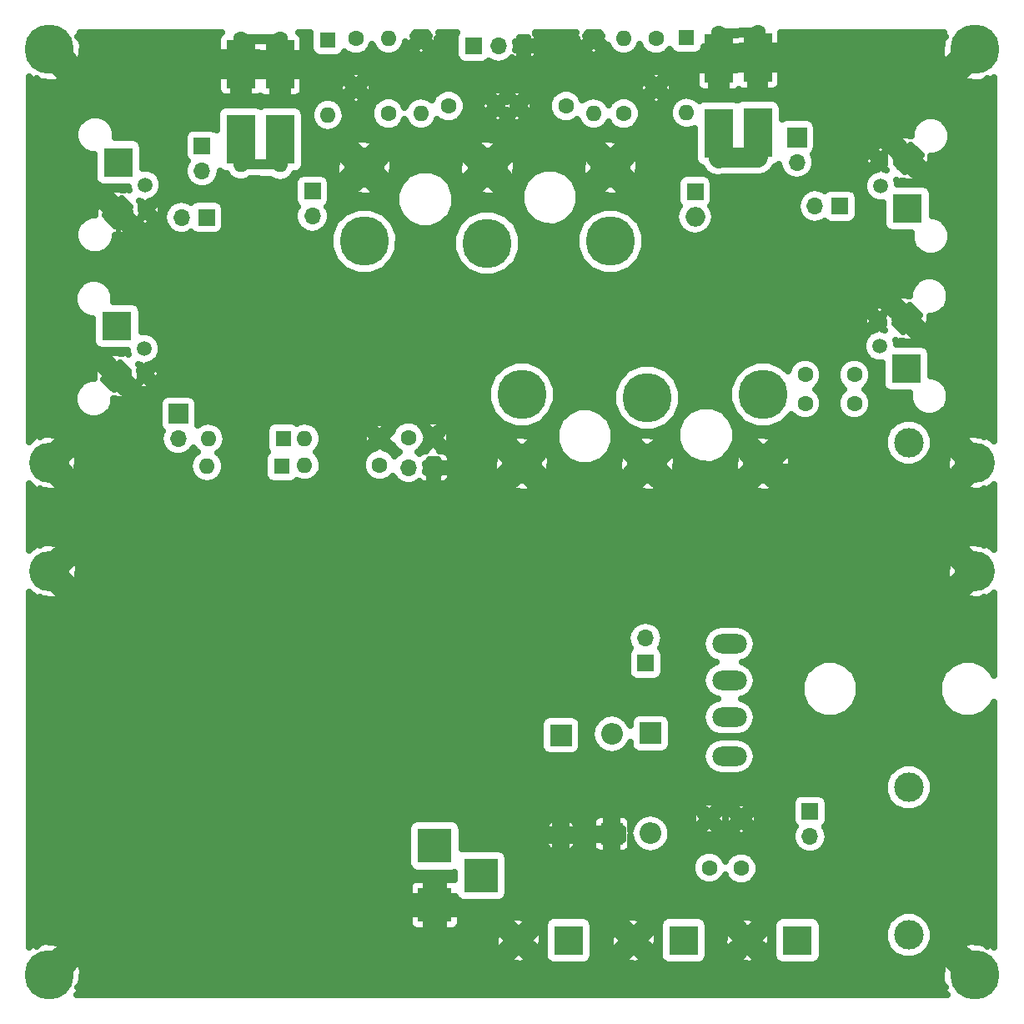
<source format=gbr>
G04 #@! TF.FileFunction,Copper,L1,Top,Signal*
%FSLAX46Y46*%
G04 Gerber Fmt 4.6, Leading zero omitted, Abs format (unit mm)*
G04 Created by KiCad (PCBNEW 4.0.7) date 03/16/19 10:05:14*
%MOMM*%
%LPD*%
G01*
G04 APERTURE LIST*
%ADD10C,0.100000*%
%ADD11C,1.500000*%
%ADD12R,3.000000X3.000000*%
%ADD13C,3.000000*%
%ADD14C,1.600000*%
%ADD15O,1.600000X1.600000*%
%ADD16R,3.000000X5.000000*%
%ADD17C,4.064000*%
%ADD18C,5.000000*%
%ADD19R,1.700000X1.700000*%
%ADD20O,1.700000X1.700000*%
%ADD21R,1.600000X1.600000*%
%ADD22R,2.000000X2.000000*%
%ADD23O,2.000000X2.000000*%
%ADD24R,2.200000X2.200000*%
%ADD25O,2.200000X2.200000*%
%ADD26O,3.500000X2.000000*%
%ADD27R,3.500000X3.500000*%
%ADD28C,0.600000*%
%ADD29C,0.500000*%
%ADD30C,1.000000*%
%ADD31C,2.000000*%
%ADD32C,0.635000*%
G04 APERTURE END LIST*
D10*
D11*
X52766000Y-56769000D03*
X52766000Y-59309000D03*
D12*
X50038000Y-54483000D03*
D13*
X50038000Y-59563000D03*
D12*
X95758000Y-133477000D03*
D13*
X90678000Y-133477000D03*
D14*
X111023400Y-41414700D03*
D15*
X111023400Y-54114700D03*
D16*
X111023400Y-43954700D03*
X111023400Y-51574700D03*
D17*
X100000000Y-55000000D03*
D18*
X75000000Y-62500000D03*
X91008000Y-78064000D03*
X100000000Y-62500000D03*
X115508000Y-78064000D03*
D17*
X75000000Y-55000000D03*
X91008000Y-85064000D03*
D18*
X43000000Y-43000000D03*
X137000000Y-43000000D03*
X43000000Y-137000000D03*
X137000000Y-137000000D03*
D17*
X115508000Y-85064000D03*
X87515700Y-55029100D03*
D18*
X87477600Y-62687200D03*
X103733600Y-78384400D03*
D17*
X103759000Y-85090000D03*
D14*
X74168000Y-41910000D03*
X74168000Y-46910000D03*
X83566000Y-48768000D03*
X88566000Y-48768000D03*
X104648000Y-41910000D03*
X104648000Y-46910000D03*
X95504000Y-48768000D03*
X90504000Y-48768000D03*
D19*
X86106000Y-42672000D03*
D20*
X88646000Y-42672000D03*
X91186000Y-42672000D03*
D14*
X77470000Y-49530000D03*
D15*
X77470000Y-41910000D03*
D14*
X80772000Y-41910000D03*
D15*
X80772000Y-49530000D03*
D14*
X101346000Y-49530000D03*
D15*
X101346000Y-41910000D03*
D14*
X98298000Y-41910000D03*
D15*
X98298000Y-49530000D03*
D21*
X71323200Y-42062400D03*
D15*
X71323200Y-49682400D03*
D21*
X107746800Y-41833800D03*
D15*
X107746800Y-49453800D03*
D19*
X58547000Y-52832000D03*
D20*
X58547000Y-55372000D03*
D22*
X118935500Y-51943000D03*
D20*
X118935500Y-54483000D03*
D22*
X56134000Y-80010000D03*
D20*
X56134000Y-82550000D03*
D19*
X82042000Y-85471000D03*
D20*
X79502000Y-85471000D03*
D14*
X76581000Y-85217000D03*
D15*
X68961000Y-85217000D03*
D21*
X66802000Y-82550000D03*
D15*
X59182000Y-82550000D03*
D21*
X66675000Y-85344000D03*
D15*
X59055000Y-85344000D03*
D14*
X79502000Y-82423000D03*
X82002000Y-82423000D03*
X76581000Y-82550000D03*
D15*
X68961000Y-82550000D03*
D19*
X69735700Y-57416700D03*
D20*
X69735700Y-59956700D03*
D19*
X108597700Y-57467500D03*
D23*
X108597700Y-60007500D03*
D14*
X114947700Y-41338500D03*
D15*
X114947700Y-54038500D03*
D16*
X114947700Y-43878500D03*
X114947700Y-51498500D03*
D14*
X66446400Y-42024300D03*
D15*
X66446400Y-54724300D03*
D16*
X66446400Y-44564300D03*
X66446400Y-52184300D03*
D14*
X62484000Y-41986200D03*
D15*
X62484000Y-54686200D03*
D16*
X62484000Y-44526200D03*
X62484000Y-52146200D03*
D12*
X118999000Y-133477000D03*
D13*
X113919000Y-133477000D03*
D14*
X119773700Y-76060300D03*
X124773700Y-76060300D03*
X119773700Y-78955900D03*
X124773700Y-78955900D03*
X110045500Y-126111000D03*
X110045500Y-121111000D03*
X113284000Y-126174500D03*
X113284000Y-121174500D03*
D12*
X107442000Y-133477000D03*
D13*
X102362000Y-133477000D03*
D19*
X103568500Y-105346500D03*
D20*
X103568500Y-102806500D03*
D24*
X104076500Y-112458500D03*
D25*
X104076500Y-122618500D03*
D24*
X94996000Y-112649000D03*
D25*
X94996000Y-122809000D03*
D24*
X100139500Y-122682000D03*
D25*
X100139500Y-112522000D03*
D26*
X112077500Y-110843000D03*
X112077500Y-114793000D03*
X112077500Y-107093000D03*
X112077500Y-103393000D03*
D27*
X82169000Y-123888500D03*
X82169000Y-129888500D03*
X86869000Y-126888500D03*
D19*
X120269000Y-120396000D03*
D20*
X120269000Y-122936000D03*
D13*
X130302000Y-117950000D03*
X130302000Y-132950000D03*
X130302000Y-82950000D03*
D11*
X52639000Y-73406000D03*
X52639000Y-75946000D03*
D12*
X49911000Y-71120000D03*
D13*
X49911000Y-76200000D03*
D11*
X127447000Y-56896000D03*
X127447000Y-54356000D03*
D12*
X130175000Y-59182000D03*
D13*
X130175000Y-54102000D03*
D11*
X127320000Y-73152000D03*
X127320000Y-70612000D03*
D12*
X130048000Y-75438000D03*
D13*
X130048000Y-70358000D03*
D17*
X137000000Y-85000000D03*
X43000000Y-85000000D03*
X43053000Y-96012000D03*
X137000000Y-96000000D03*
D19*
X58991500Y-60071000D03*
D20*
X56451500Y-60071000D03*
D19*
X123317000Y-58928000D03*
D20*
X120777000Y-58928000D03*
D28*
X55702200Y-70523100D03*
X56807100Y-70561200D03*
X60236100Y-70446900D03*
X61645800Y-70370700D03*
X65646300Y-70332600D03*
X67208400Y-70332600D03*
X71285100Y-70218300D03*
X72694800Y-70485000D03*
X78734920Y-70408800D03*
X80020160Y-70352920D03*
X84658200Y-70352920D03*
X89910920Y-70352920D03*
X94325440Y-70297040D03*
X95666560Y-70352920D03*
X101198680Y-70352920D03*
X106116120Y-70408800D03*
X111213900Y-70408800D03*
X113703100Y-70408800D03*
X120015000Y-70497700D03*
X122148600Y-70497700D03*
X41402000Y-65151000D03*
X43815000Y-65151000D03*
X45212000Y-65151000D03*
X48260000Y-65278000D03*
X49784000Y-65278000D03*
X53086000Y-66294000D03*
X53975000Y-67691000D03*
X136906000Y-64897000D03*
X132588000Y-64897000D03*
X131318000Y-64770000D03*
X127762000Y-64897000D03*
X126619000Y-64897000D03*
X124079000Y-66294000D03*
X123317000Y-67437000D03*
X41275000Y-88773000D03*
X42672000Y-88773000D03*
X44958000Y-88900000D03*
X53594000Y-88773000D03*
X56515000Y-88773000D03*
X65659000Y-89154000D03*
X70612000Y-89154000D03*
X78867000Y-89408000D03*
X80899000Y-89281000D03*
X87757000Y-89154000D03*
X89662000Y-89154000D03*
X98552000Y-89027000D03*
X100711000Y-89154000D03*
X109347000Y-89027000D03*
X111760000Y-88900000D03*
X120142000Y-88900000D03*
X122047000Y-88773000D03*
X130937000Y-88265000D03*
X134874000Y-88265000D03*
X137668000Y-88900000D03*
D29*
X49784000Y-65278000D02*
X49784000Y-64770000D01*
X50038000Y-64516000D02*
X50038000Y-59563000D01*
X49784000Y-64770000D02*
X50038000Y-64516000D01*
X55702200Y-70523100D02*
X55740300Y-70561200D01*
X55740300Y-70561200D02*
X56807100Y-70561200D01*
X60236100Y-70446900D02*
X60312300Y-70370700D01*
X60312300Y-70370700D02*
X61645800Y-70370700D01*
X65646300Y-70332600D02*
X67208400Y-70332600D01*
X71285100Y-70218300D02*
X71551800Y-70485000D01*
X71551800Y-70485000D02*
X72694800Y-70485000D01*
X78734920Y-70408800D02*
X78790800Y-70352920D01*
X78790800Y-70352920D02*
X80020160Y-70352920D01*
X84658200Y-70352920D02*
X89910920Y-70352920D01*
X94325440Y-70297040D02*
X94381320Y-70352920D01*
X94381320Y-70352920D02*
X95666560Y-70352920D01*
X101198680Y-70352920D02*
X101254560Y-70408800D01*
X101254560Y-70408800D02*
X106116120Y-70408800D01*
X111213900Y-70408800D02*
X113703100Y-70408800D01*
X122148600Y-70497700D02*
X120015000Y-70497700D01*
X45212000Y-65151000D02*
X43815000Y-65151000D01*
X49784000Y-65278000D02*
X48260000Y-65278000D01*
X53086000Y-66802000D02*
X53086000Y-66294000D01*
X53975000Y-67691000D02*
X53086000Y-66802000D01*
X131445000Y-64897000D02*
X132588000Y-64897000D01*
X131318000Y-64770000D02*
X131445000Y-64897000D01*
X126619000Y-64897000D02*
X127762000Y-64897000D01*
X124079000Y-66675000D02*
X124079000Y-66294000D01*
X123317000Y-67437000D02*
X124079000Y-66675000D01*
X115508000Y-85064000D02*
X130937000Y-86868000D01*
X44958000Y-88900000D02*
X42672000Y-88773000D01*
X56515000Y-88773000D02*
X53594000Y-88773000D01*
X70612000Y-89154000D02*
X65659000Y-89154000D01*
X80772000Y-89408000D02*
X78867000Y-89408000D01*
X80899000Y-89281000D02*
X80772000Y-89408000D01*
X89662000Y-89154000D02*
X87757000Y-89154000D01*
X100584000Y-89027000D02*
X98552000Y-89027000D01*
X100711000Y-89154000D02*
X100584000Y-89027000D01*
X111633000Y-89027000D02*
X109347000Y-89027000D01*
X111760000Y-88900000D02*
X111633000Y-89027000D01*
X121920000Y-88900000D02*
X120142000Y-88900000D01*
X122047000Y-88773000D02*
X121920000Y-88900000D01*
X132334000Y-88265000D02*
X130937000Y-88265000D01*
X134874000Y-88265000D02*
X132334000Y-88265000D01*
X134493000Y-87376000D02*
X137668000Y-88900000D01*
X130937000Y-86868000D02*
X134493000Y-87376000D01*
D30*
X62484000Y-41986200D02*
X66446400Y-42024300D01*
X66446400Y-42024300D02*
X66446400Y-44564300D01*
X62484000Y-41986200D02*
X62484000Y-44526200D01*
X111023400Y-41414700D02*
X114947700Y-41338500D01*
X114947700Y-41338500D02*
X114947700Y-43878500D01*
X111023400Y-41414700D02*
X111023400Y-43954700D01*
X62484000Y-54686200D02*
X62484000Y-52146200D01*
X66446400Y-54724300D02*
X66446400Y-52184300D01*
X66446400Y-54724300D02*
X62484000Y-54686200D01*
D31*
X114947700Y-54038500D02*
X111099600Y-54038500D01*
X111099600Y-54038500D02*
X111023400Y-54114700D01*
D30*
X111023400Y-54114700D02*
X114947700Y-54038500D01*
X114947700Y-54038500D02*
X114947700Y-51498500D01*
X111023400Y-54114700D02*
X111023400Y-51574700D01*
D32*
G36*
X44686450Y-42985858D02*
X44672308Y-43000000D01*
X45926764Y-44254456D01*
X46265924Y-43911182D01*
X46366014Y-42592007D01*
X46265924Y-42088818D01*
X45926765Y-41745545D01*
X46229309Y-41443002D01*
X46124807Y-41338500D01*
X60504267Y-41338500D01*
X60284175Y-41558592D01*
X60158500Y-41861998D01*
X60158500Y-43137325D01*
X60364875Y-43343700D01*
X61506456Y-43343700D01*
X62152633Y-43989877D01*
X62484000Y-43658511D01*
X62815367Y-43989877D01*
X63461544Y-43343700D01*
X64289175Y-43343700D01*
X64327275Y-43381800D01*
X65468856Y-43381800D01*
X66115033Y-44027977D01*
X66446400Y-43696611D01*
X66777767Y-44027977D01*
X67423944Y-43381800D01*
X68565525Y-43381800D01*
X68771900Y-43175425D01*
X68771900Y-41900098D01*
X68646225Y-41596692D01*
X68414008Y-41364475D01*
X68351299Y-41338500D01*
X69552040Y-41338500D01*
X69552040Y-42862400D01*
X69618457Y-43215375D01*
X69827065Y-43539562D01*
X70145364Y-43757046D01*
X70523200Y-43833560D01*
X72123200Y-43833560D01*
X72476175Y-43767143D01*
X72800362Y-43558535D01*
X73017846Y-43240236D01*
X73018153Y-43238720D01*
X73173992Y-43394831D01*
X73817877Y-43662196D01*
X74515065Y-43662804D01*
X75159415Y-43396564D01*
X75652831Y-42904008D01*
X75825619Y-42487888D01*
X75850901Y-42614987D01*
X76230795Y-43183539D01*
X76799347Y-43563433D01*
X77470000Y-43696834D01*
X78140653Y-43563433D01*
X78709205Y-43183539D01*
X78712187Y-43179076D01*
X80068609Y-43179076D01*
X80150242Y-43446298D01*
X80785486Y-43567290D01*
X81393758Y-43446298D01*
X81475391Y-43179076D01*
X80772000Y-42475685D01*
X80068609Y-43179076D01*
X78712187Y-43179076D01*
X79089099Y-42614987D01*
X79170678Y-42204860D01*
X79235702Y-42531758D01*
X79502924Y-42613391D01*
X80206315Y-41910000D01*
X79923472Y-41627157D01*
X80212129Y-41338500D01*
X80766185Y-41338500D01*
X80772000Y-41344315D01*
X80777815Y-41338500D01*
X81331871Y-41338500D01*
X81620528Y-41627157D01*
X81337685Y-41910000D01*
X82041076Y-42613391D01*
X82308298Y-42531758D01*
X82422583Y-41931728D01*
X82775677Y-41578633D01*
X82535544Y-41338500D01*
X84433551Y-41338500D01*
X84361354Y-41444164D01*
X84284840Y-41822000D01*
X84284840Y-43522000D01*
X84351257Y-43874975D01*
X84559865Y-44199162D01*
X84878164Y-44416646D01*
X85256000Y-44493160D01*
X86956000Y-44493160D01*
X87308975Y-44426743D01*
X87633162Y-44218135D01*
X87661958Y-44175991D01*
X87956213Y-44372606D01*
X88646000Y-44509813D01*
X89335787Y-44372606D01*
X89920560Y-43981873D01*
X90005666Y-43854502D01*
X90007505Y-43854502D01*
X90026161Y-43881202D01*
X90512699Y-44206264D01*
X90761000Y-44078308D01*
X90761000Y-43097000D01*
X91611000Y-43097000D01*
X91611000Y-44078308D01*
X91859301Y-44206264D01*
X92345839Y-43881202D01*
X92720293Y-43345306D01*
X92640002Y-43179076D01*
X97594609Y-43179076D01*
X97676242Y-43446298D01*
X98311486Y-43567290D01*
X98919758Y-43446298D01*
X99001391Y-43179076D01*
X98298000Y-42475685D01*
X97594609Y-43179076D01*
X92640002Y-43179076D01*
X92600357Y-43097000D01*
X91611000Y-43097000D01*
X90761000Y-43097000D01*
X90370987Y-43097000D01*
X90448500Y-42707313D01*
X90448500Y-42636687D01*
X90370987Y-42247000D01*
X90761000Y-42247000D01*
X90761000Y-41822000D01*
X91611000Y-41822000D01*
X91611000Y-42247000D01*
X92600357Y-42247000D01*
X92720293Y-41998694D01*
X92368502Y-41495232D01*
X92368502Y-41338500D01*
X96534456Y-41338500D01*
X96294323Y-41578633D01*
X96641091Y-41925402D01*
X96761702Y-42531758D01*
X97028924Y-42613391D01*
X97732315Y-41910000D01*
X97449472Y-41627157D01*
X97738129Y-41338500D01*
X98292185Y-41338500D01*
X98298000Y-41344315D01*
X98303815Y-41338500D01*
X98857871Y-41338500D01*
X99146528Y-41627157D01*
X98863685Y-41910000D01*
X99567076Y-42613391D01*
X99717446Y-42567455D01*
X99726901Y-42614987D01*
X100106795Y-43183539D01*
X100675347Y-43563433D01*
X101346000Y-43696834D01*
X102016653Y-43563433D01*
X102585205Y-43183539D01*
X102965099Y-42614987D01*
X102990442Y-42487578D01*
X103161436Y-42901415D01*
X103653992Y-43394831D01*
X104297877Y-43662196D01*
X104995065Y-43662804D01*
X105639415Y-43396564D01*
X106045132Y-42991554D01*
X106250665Y-43310962D01*
X106568964Y-43528446D01*
X106946800Y-43604960D01*
X108546800Y-43604960D01*
X108899775Y-43538543D01*
X109223962Y-43329935D01*
X109441446Y-43011636D01*
X109489933Y-42772200D01*
X110045856Y-42772200D01*
X110692033Y-43418377D01*
X111023400Y-43087011D01*
X111354767Y-43418377D01*
X112000944Y-42772200D01*
X113142525Y-42772200D01*
X113218725Y-42696000D01*
X113970156Y-42696000D01*
X114616333Y-43342177D01*
X114947700Y-43010811D01*
X115279067Y-43342177D01*
X115925244Y-42696000D01*
X117066825Y-42696000D01*
X117273200Y-42489625D01*
X117273200Y-41338500D01*
X133875193Y-41338500D01*
X133770691Y-41443002D01*
X134073235Y-41745545D01*
X133734076Y-42088818D01*
X133633986Y-43407993D01*
X133734076Y-43911182D01*
X134073236Y-44254456D01*
X135327692Y-43000000D01*
X135313550Y-42985858D01*
X136960908Y-41338500D01*
X137039092Y-41338500D01*
X138686450Y-42985858D01*
X138672308Y-43000000D01*
X138686450Y-43014142D01*
X137014142Y-44686450D01*
X137000000Y-44672308D01*
X135745544Y-45926764D01*
X136088818Y-46265924D01*
X137407993Y-46366014D01*
X137911182Y-46265924D01*
X138254455Y-45926765D01*
X138556998Y-46229309D01*
X138926544Y-45859763D01*
X138936049Y-82824560D01*
X138219589Y-82108100D01*
X137946311Y-82381378D01*
X137783039Y-82193717D01*
X136649515Y-82107676D01*
X136216961Y-82193717D01*
X135944136Y-82507295D01*
X137000000Y-83563159D01*
X137131876Y-83431284D01*
X138568717Y-84868125D01*
X138436841Y-85000000D01*
X138568717Y-85131876D01*
X137131876Y-86568717D01*
X137000000Y-86436841D01*
X135944136Y-87492705D01*
X136216961Y-87806283D01*
X137350485Y-87892324D01*
X137783039Y-87806283D01*
X137946311Y-87618622D01*
X138219589Y-87891900D01*
X138937168Y-87174321D01*
X138938879Y-93827390D01*
X138219589Y-93108100D01*
X137946311Y-93381378D01*
X137783039Y-93193717D01*
X136649515Y-93107676D01*
X136216961Y-93193717D01*
X135944136Y-93507295D01*
X137000000Y-94563159D01*
X137131876Y-94431284D01*
X138568717Y-95868125D01*
X138436841Y-96000000D01*
X138568717Y-96131876D01*
X137131876Y-97568717D01*
X137000000Y-97436841D01*
X135944136Y-98492705D01*
X136216961Y-98806283D01*
X137350485Y-98892324D01*
X137783039Y-98806283D01*
X137946311Y-98618622D01*
X138219589Y-98891900D01*
X138939995Y-98171494D01*
X138942165Y-106608142D01*
X138806467Y-106279728D01*
X137976641Y-105448452D01*
X136891865Y-104998014D01*
X135717288Y-104996989D01*
X134631728Y-105445533D01*
X133800452Y-106275359D01*
X133350014Y-107360135D01*
X133348989Y-108534712D01*
X133797533Y-109620272D01*
X134627359Y-110451548D01*
X135712135Y-110901986D01*
X136886712Y-110903011D01*
X137972272Y-110454467D01*
X138803548Y-109624641D01*
X138942854Y-109289154D01*
X138949250Y-134162943D01*
X138556998Y-133770691D01*
X138254455Y-134073235D01*
X137911182Y-133734076D01*
X136592007Y-133633986D01*
X136088818Y-133734076D01*
X135745544Y-134073236D01*
X137000000Y-135327692D01*
X137014142Y-135313550D01*
X138686450Y-136985858D01*
X138672308Y-137000000D01*
X138686450Y-137014142D01*
X137014142Y-138686450D01*
X137000000Y-138672308D01*
X136985858Y-138686450D01*
X135313550Y-137014142D01*
X135327692Y-137000000D01*
X134073236Y-135745544D01*
X133734076Y-136088818D01*
X133633986Y-137407993D01*
X133734076Y-137911182D01*
X134073235Y-138254455D01*
X133770691Y-138556998D01*
X134186193Y-138972500D01*
X45813807Y-138972500D01*
X46229309Y-138556998D01*
X45926765Y-138254455D01*
X46265924Y-137911182D01*
X46366014Y-136592007D01*
X46265924Y-136088818D01*
X45926764Y-135745544D01*
X44672308Y-137000000D01*
X44686450Y-137014142D01*
X43014142Y-138686450D01*
X43000000Y-138672308D01*
X42985858Y-138686450D01*
X41313550Y-137014142D01*
X41327692Y-137000000D01*
X41313550Y-136985858D01*
X42856223Y-135443185D01*
X89772476Y-135443185D01*
X89962648Y-135737574D01*
X90882186Y-135839251D01*
X91393352Y-135737574D01*
X91583524Y-135443185D01*
X90678000Y-134537660D01*
X89772476Y-135443185D01*
X42856223Y-135443185D01*
X42985858Y-135313550D01*
X43000000Y-135327692D01*
X44254456Y-134073236D01*
X43911182Y-133734076D01*
X43214098Y-133681186D01*
X88315749Y-133681186D01*
X88417426Y-134192352D01*
X88711815Y-134382524D01*
X89617340Y-133477000D01*
X91738660Y-133477000D01*
X92644185Y-134382524D01*
X92938574Y-134192352D01*
X93040251Y-133272814D01*
X92938574Y-132761648D01*
X92644185Y-132571476D01*
X91738660Y-133477000D01*
X89617340Y-133477000D01*
X88711815Y-132571476D01*
X88417426Y-132761648D01*
X88315749Y-133681186D01*
X43214098Y-133681186D01*
X42592007Y-133633986D01*
X42088818Y-133734076D01*
X41745545Y-134073235D01*
X41443002Y-133770691D01*
X41027500Y-134186193D01*
X41027500Y-130969875D01*
X79593500Y-130969875D01*
X79593500Y-131802702D01*
X79719175Y-132106108D01*
X79951392Y-132338325D01*
X80254798Y-132464000D01*
X81087625Y-132464000D01*
X81294000Y-132257625D01*
X81294000Y-130763500D01*
X83044000Y-130763500D01*
X83044000Y-132257625D01*
X83250375Y-132464000D01*
X84083202Y-132464000D01*
X84386608Y-132338325D01*
X84618825Y-132106108D01*
X84744500Y-131802702D01*
X84744500Y-131510815D01*
X89772476Y-131510815D01*
X90678000Y-132416340D01*
X91117339Y-131977000D01*
X93286840Y-131977000D01*
X93286840Y-134977000D01*
X93353257Y-135329975D01*
X93561865Y-135654162D01*
X93880164Y-135871646D01*
X94258000Y-135948160D01*
X97258000Y-135948160D01*
X97610975Y-135881743D01*
X97935162Y-135673135D01*
X98092279Y-135443185D01*
X101456476Y-135443185D01*
X101646648Y-135737574D01*
X102566186Y-135839251D01*
X103077352Y-135737574D01*
X103267524Y-135443185D01*
X102362000Y-134537660D01*
X101456476Y-135443185D01*
X98092279Y-135443185D01*
X98152646Y-135354836D01*
X98229160Y-134977000D01*
X98229160Y-133681186D01*
X99999749Y-133681186D01*
X100101426Y-134192352D01*
X100395815Y-134382524D01*
X101301340Y-133477000D01*
X103422660Y-133477000D01*
X104328185Y-134382524D01*
X104622574Y-134192352D01*
X104724251Y-133272814D01*
X104622574Y-132761648D01*
X104328185Y-132571476D01*
X103422660Y-133477000D01*
X101301340Y-133477000D01*
X100395815Y-132571476D01*
X100101426Y-132761648D01*
X99999749Y-133681186D01*
X98229160Y-133681186D01*
X98229160Y-131977000D01*
X98162743Y-131624025D01*
X98089895Y-131510815D01*
X101456476Y-131510815D01*
X102362000Y-132416340D01*
X102801339Y-131977000D01*
X104970840Y-131977000D01*
X104970840Y-134977000D01*
X105037257Y-135329975D01*
X105245865Y-135654162D01*
X105564164Y-135871646D01*
X105942000Y-135948160D01*
X108942000Y-135948160D01*
X109294975Y-135881743D01*
X109619162Y-135673135D01*
X109776279Y-135443185D01*
X113013476Y-135443185D01*
X113203648Y-135737574D01*
X114123186Y-135839251D01*
X114634352Y-135737574D01*
X114824524Y-135443185D01*
X113919000Y-134537660D01*
X113013476Y-135443185D01*
X109776279Y-135443185D01*
X109836646Y-135354836D01*
X109913160Y-134977000D01*
X109913160Y-133681186D01*
X111556749Y-133681186D01*
X111658426Y-134192352D01*
X111952815Y-134382524D01*
X112858340Y-133477000D01*
X114979660Y-133477000D01*
X115885185Y-134382524D01*
X116179574Y-134192352D01*
X116281251Y-133272814D01*
X116179574Y-132761648D01*
X115885185Y-132571476D01*
X114979660Y-133477000D01*
X112858340Y-133477000D01*
X111952815Y-132571476D01*
X111658426Y-132761648D01*
X111556749Y-133681186D01*
X109913160Y-133681186D01*
X109913160Y-131977000D01*
X109846743Y-131624025D01*
X109773895Y-131510815D01*
X113013476Y-131510815D01*
X113919000Y-132416340D01*
X114358339Y-131977000D01*
X116527840Y-131977000D01*
X116527840Y-134977000D01*
X116594257Y-135329975D01*
X116802865Y-135654162D01*
X117121164Y-135871646D01*
X117499000Y-135948160D01*
X120499000Y-135948160D01*
X120851975Y-135881743D01*
X121176162Y-135673135D01*
X121393646Y-135354836D01*
X121470160Y-134977000D01*
X121470160Y-133435692D01*
X127849076Y-133435692D01*
X128221660Y-134337415D01*
X128910957Y-135027916D01*
X129812027Y-135402073D01*
X130787692Y-135402924D01*
X131689415Y-135030340D01*
X132379916Y-134341043D01*
X132754073Y-133439973D01*
X132754924Y-132464308D01*
X132382340Y-131562585D01*
X131693043Y-130872084D01*
X130791973Y-130497927D01*
X129816308Y-130497076D01*
X128914585Y-130869660D01*
X128224084Y-131558957D01*
X127849927Y-132460027D01*
X127849076Y-133435692D01*
X121470160Y-133435692D01*
X121470160Y-131977000D01*
X121403743Y-131624025D01*
X121195135Y-131299838D01*
X120876836Y-131082354D01*
X120499000Y-131005840D01*
X117499000Y-131005840D01*
X117146025Y-131072257D01*
X116821838Y-131280865D01*
X116604354Y-131599164D01*
X116527840Y-131977000D01*
X114358339Y-131977000D01*
X114824524Y-131510815D01*
X114634352Y-131216426D01*
X113714814Y-131114749D01*
X113203648Y-131216426D01*
X113013476Y-131510815D01*
X109773895Y-131510815D01*
X109638135Y-131299838D01*
X109319836Y-131082354D01*
X108942000Y-131005840D01*
X105942000Y-131005840D01*
X105589025Y-131072257D01*
X105264838Y-131280865D01*
X105047354Y-131599164D01*
X104970840Y-131977000D01*
X102801339Y-131977000D01*
X103267524Y-131510815D01*
X103077352Y-131216426D01*
X102157814Y-131114749D01*
X101646648Y-131216426D01*
X101456476Y-131510815D01*
X98089895Y-131510815D01*
X97954135Y-131299838D01*
X97635836Y-131082354D01*
X97258000Y-131005840D01*
X94258000Y-131005840D01*
X93905025Y-131072257D01*
X93580838Y-131280865D01*
X93363354Y-131599164D01*
X93286840Y-131977000D01*
X91117339Y-131977000D01*
X91583524Y-131510815D01*
X91393352Y-131216426D01*
X90473814Y-131114749D01*
X89962648Y-131216426D01*
X89772476Y-131510815D01*
X84744500Y-131510815D01*
X84744500Y-130969875D01*
X84538125Y-130763500D01*
X83044000Y-130763500D01*
X81294000Y-130763500D01*
X79799875Y-130763500D01*
X79593500Y-130969875D01*
X41027500Y-130969875D01*
X41027500Y-127974298D01*
X79593500Y-127974298D01*
X79593500Y-128807125D01*
X79799875Y-129013500D01*
X81294000Y-129013500D01*
X81294000Y-127519375D01*
X81087625Y-127313000D01*
X80254798Y-127313000D01*
X79951392Y-127438675D01*
X79719175Y-127670892D01*
X79593500Y-127974298D01*
X41027500Y-127974298D01*
X41027500Y-122138500D01*
X79447840Y-122138500D01*
X79447840Y-125638500D01*
X79514257Y-125991475D01*
X79722865Y-126315662D01*
X80041164Y-126533146D01*
X80419000Y-126609660D01*
X83919000Y-126609660D01*
X84147840Y-126566601D01*
X84147840Y-127339774D01*
X84083202Y-127313000D01*
X83250375Y-127313000D01*
X83044000Y-127519375D01*
X83044000Y-129013500D01*
X84228430Y-129013500D01*
X84422865Y-129315662D01*
X84741164Y-129533146D01*
X85119000Y-129609660D01*
X88619000Y-129609660D01*
X88971975Y-129543243D01*
X89296162Y-129334635D01*
X89513646Y-129016336D01*
X89590160Y-128638500D01*
X89590160Y-126458065D01*
X108292696Y-126458065D01*
X108558936Y-127102415D01*
X109051492Y-127595831D01*
X109695377Y-127863196D01*
X110392565Y-127863804D01*
X111036915Y-127597564D01*
X111530331Y-127105008D01*
X111651599Y-126812963D01*
X111797436Y-127165915D01*
X112289992Y-127659331D01*
X112933877Y-127926696D01*
X113631065Y-127927304D01*
X114275415Y-127661064D01*
X114768831Y-127168508D01*
X115036196Y-126524623D01*
X115036804Y-125827435D01*
X114770564Y-125183085D01*
X114278008Y-124689669D01*
X113634123Y-124422304D01*
X112936935Y-124421696D01*
X112292585Y-124687936D01*
X111799169Y-125180492D01*
X111677901Y-125472537D01*
X111532064Y-125119585D01*
X111039508Y-124626169D01*
X110395623Y-124358804D01*
X109698435Y-124358196D01*
X109054085Y-124624436D01*
X108560669Y-125116992D01*
X108293304Y-125760877D01*
X108292696Y-126458065D01*
X89590160Y-126458065D01*
X89590160Y-125138500D01*
X89523743Y-124785525D01*
X89315135Y-124461338D01*
X88996836Y-124243854D01*
X88619000Y-124167340D01*
X85119000Y-124167340D01*
X84890160Y-124210399D01*
X84890160Y-123640899D01*
X93259447Y-123640899D01*
X93709988Y-124242125D01*
X94164106Y-124545521D01*
X94446000Y-124437770D01*
X94446000Y-123359000D01*
X95546000Y-123359000D01*
X95546000Y-124437770D01*
X95827894Y-124545521D01*
X96282012Y-124242125D01*
X96732553Y-123640899D01*
X96662423Y-123438375D01*
X98214000Y-123438375D01*
X98214000Y-123946202D01*
X98339675Y-124249608D01*
X98571892Y-124481825D01*
X98875298Y-124607500D01*
X99383125Y-124607500D01*
X99589500Y-124401125D01*
X99589500Y-123232000D01*
X98420375Y-123232000D01*
X98214000Y-123438375D01*
X96662423Y-123438375D01*
X96634936Y-123359000D01*
X95546000Y-123359000D01*
X94446000Y-123359000D01*
X93357064Y-123359000D01*
X93259447Y-123640899D01*
X84890160Y-123640899D01*
X84890160Y-122138500D01*
X84859791Y-121977101D01*
X93259447Y-121977101D01*
X93357064Y-122259000D01*
X94446000Y-122259000D01*
X94446000Y-121180230D01*
X95546000Y-121180230D01*
X95546000Y-122259000D01*
X96634936Y-122259000D01*
X96732553Y-121977101D01*
X96313428Y-121417798D01*
X98214000Y-121417798D01*
X98214000Y-121925625D01*
X98420375Y-122132000D01*
X99589500Y-122132000D01*
X99589500Y-120962875D01*
X100689500Y-120962875D01*
X100689500Y-122132000D01*
X101239500Y-122132000D01*
X101239500Y-123232000D01*
X100689500Y-123232000D01*
X100689500Y-124401125D01*
X100895875Y-124607500D01*
X101403702Y-124607500D01*
X101707108Y-124481825D01*
X101939325Y-124249608D01*
X102065000Y-123946202D01*
X102065000Y-122864832D01*
X102180237Y-123444169D01*
X102625163Y-124110048D01*
X103291042Y-124554974D01*
X104076500Y-124711211D01*
X104861958Y-124554974D01*
X105527837Y-124110048D01*
X105972763Y-123444169D01*
X106073843Y-122936000D01*
X118431187Y-122936000D01*
X118568394Y-123625787D01*
X118959127Y-124210560D01*
X119543900Y-124601293D01*
X120233687Y-124738500D01*
X120304313Y-124738500D01*
X120994100Y-124601293D01*
X121578873Y-124210560D01*
X121969606Y-123625787D01*
X122106813Y-122936000D01*
X121969606Y-122246213D01*
X121775368Y-121955515D01*
X121796162Y-121942135D01*
X122013646Y-121623836D01*
X122090160Y-121246000D01*
X122090160Y-119546000D01*
X122023743Y-119193025D01*
X121815135Y-118868838D01*
X121496836Y-118651354D01*
X121119000Y-118574840D01*
X119419000Y-118574840D01*
X119066025Y-118641257D01*
X118741838Y-118849865D01*
X118524354Y-119168164D01*
X118447840Y-119546000D01*
X118447840Y-121246000D01*
X118514257Y-121598975D01*
X118722865Y-121923162D01*
X118765009Y-121951958D01*
X118568394Y-122246213D01*
X118431187Y-122936000D01*
X106073843Y-122936000D01*
X106129000Y-122658711D01*
X106129000Y-122578289D01*
X106089574Y-122380076D01*
X109342109Y-122380076D01*
X109423742Y-122647298D01*
X110058986Y-122768290D01*
X110667258Y-122647298D01*
X110729492Y-122443576D01*
X112580609Y-122443576D01*
X112662242Y-122710798D01*
X113297486Y-122831790D01*
X113905758Y-122710798D01*
X113987391Y-122443576D01*
X113284000Y-121740185D01*
X112580609Y-122443576D01*
X110729492Y-122443576D01*
X110748891Y-122380076D01*
X110045500Y-121676685D01*
X109342109Y-122380076D01*
X106089574Y-122380076D01*
X105972763Y-121792831D01*
X105527837Y-121126952D01*
X105524147Y-121124486D01*
X108388210Y-121124486D01*
X108509202Y-121732758D01*
X108776424Y-121814391D01*
X109479815Y-121111000D01*
X110611185Y-121111000D01*
X111314576Y-121814391D01*
X111581798Y-121732758D01*
X111656772Y-121339121D01*
X111747702Y-121796258D01*
X112014924Y-121877891D01*
X112718315Y-121174500D01*
X113849685Y-121174500D01*
X114553076Y-121877891D01*
X114820298Y-121796258D01*
X114941290Y-121161014D01*
X114820298Y-120552742D01*
X114553076Y-120471109D01*
X113849685Y-121174500D01*
X112718315Y-121174500D01*
X112014924Y-120471109D01*
X111747702Y-120552742D01*
X111672728Y-120946379D01*
X111581798Y-120489242D01*
X111314576Y-120407609D01*
X110611185Y-121111000D01*
X109479815Y-121111000D01*
X108776424Y-120407609D01*
X108509202Y-120489242D01*
X108388210Y-121124486D01*
X105524147Y-121124486D01*
X104861958Y-120682026D01*
X104076500Y-120525789D01*
X103291042Y-120682026D01*
X102625163Y-121126952D01*
X102180237Y-121792831D01*
X102065000Y-122372168D01*
X102065000Y-121417798D01*
X101939325Y-121114392D01*
X101707108Y-120882175D01*
X101403702Y-120756500D01*
X100895875Y-120756500D01*
X100689500Y-120962875D01*
X99589500Y-120962875D01*
X99383125Y-120756500D01*
X98875298Y-120756500D01*
X98571892Y-120882175D01*
X98339675Y-121114392D01*
X98214000Y-121417798D01*
X96313428Y-121417798D01*
X96282012Y-121375875D01*
X95827894Y-121072479D01*
X95546000Y-121180230D01*
X94446000Y-121180230D01*
X94164106Y-121072479D01*
X93709988Y-121375875D01*
X93259447Y-121977101D01*
X84859791Y-121977101D01*
X84823743Y-121785525D01*
X84615135Y-121461338D01*
X84296836Y-121243854D01*
X83919000Y-121167340D01*
X80419000Y-121167340D01*
X80066025Y-121233757D01*
X79741838Y-121442365D01*
X79524354Y-121760664D01*
X79447840Y-122138500D01*
X41027500Y-122138500D01*
X41027500Y-119841924D01*
X109342109Y-119841924D01*
X110045500Y-120545315D01*
X110685391Y-119905424D01*
X112580609Y-119905424D01*
X113284000Y-120608815D01*
X113987391Y-119905424D01*
X113905758Y-119638202D01*
X113270514Y-119517210D01*
X112662242Y-119638202D01*
X112580609Y-119905424D01*
X110685391Y-119905424D01*
X110748891Y-119841924D01*
X110667258Y-119574702D01*
X110032014Y-119453710D01*
X109423742Y-119574702D01*
X109342109Y-119841924D01*
X41027500Y-119841924D01*
X41027500Y-118435692D01*
X127849076Y-118435692D01*
X128221660Y-119337415D01*
X128910957Y-120027916D01*
X129812027Y-120402073D01*
X130787692Y-120402924D01*
X131689415Y-120030340D01*
X132379916Y-119341043D01*
X132754073Y-118439973D01*
X132754924Y-117464308D01*
X132382340Y-116562585D01*
X131693043Y-115872084D01*
X130791973Y-115497927D01*
X129816308Y-115497076D01*
X128914585Y-115869660D01*
X128224084Y-116558957D01*
X127849927Y-117460027D01*
X127849076Y-118435692D01*
X41027500Y-118435692D01*
X41027500Y-114793000D01*
X109322055Y-114793000D01*
X109470680Y-115540189D01*
X109893929Y-116173626D01*
X110527366Y-116596875D01*
X111274555Y-116745500D01*
X112880445Y-116745500D01*
X113627634Y-116596875D01*
X114261071Y-116173626D01*
X114684320Y-115540189D01*
X114832945Y-114793000D01*
X114684320Y-114045811D01*
X114261071Y-113412374D01*
X113627634Y-112989125D01*
X112880445Y-112840500D01*
X111274555Y-112840500D01*
X110527366Y-112989125D01*
X109893929Y-113412374D01*
X109470680Y-114045811D01*
X109322055Y-114793000D01*
X41027500Y-114793000D01*
X41027500Y-111549000D01*
X92924840Y-111549000D01*
X92924840Y-113749000D01*
X92991257Y-114101975D01*
X93199865Y-114426162D01*
X93518164Y-114643646D01*
X93896000Y-114720160D01*
X96096000Y-114720160D01*
X96448975Y-114653743D01*
X96773162Y-114445135D01*
X96990646Y-114126836D01*
X97067160Y-113749000D01*
X97067160Y-112481789D01*
X98087000Y-112481789D01*
X98087000Y-112562211D01*
X98243237Y-113347669D01*
X98688163Y-114013548D01*
X99354042Y-114458474D01*
X100139500Y-114614711D01*
X100924958Y-114458474D01*
X101590837Y-114013548D01*
X102005340Y-113393200D01*
X102005340Y-113558500D01*
X102071757Y-113911475D01*
X102280365Y-114235662D01*
X102598664Y-114453146D01*
X102976500Y-114529660D01*
X105176500Y-114529660D01*
X105529475Y-114463243D01*
X105853662Y-114254635D01*
X106071146Y-113936336D01*
X106147660Y-113558500D01*
X106147660Y-111358500D01*
X106081243Y-111005525D01*
X105872635Y-110681338D01*
X105554336Y-110463854D01*
X105176500Y-110387340D01*
X102976500Y-110387340D01*
X102623525Y-110453757D01*
X102299338Y-110662365D01*
X102081854Y-110980664D01*
X102005340Y-111358500D01*
X102005340Y-111650800D01*
X101590837Y-111030452D01*
X100924958Y-110585526D01*
X100139500Y-110429289D01*
X99354042Y-110585526D01*
X98688163Y-111030452D01*
X98243237Y-111696331D01*
X98087000Y-112481789D01*
X97067160Y-112481789D01*
X97067160Y-111549000D01*
X97000743Y-111196025D01*
X96792135Y-110871838D01*
X96473836Y-110654354D01*
X96096000Y-110577840D01*
X93896000Y-110577840D01*
X93543025Y-110644257D01*
X93218838Y-110852865D01*
X93001354Y-111171164D01*
X92924840Y-111549000D01*
X41027500Y-111549000D01*
X41027500Y-102806500D01*
X101730687Y-102806500D01*
X101867894Y-103496287D01*
X102062132Y-103786985D01*
X102041338Y-103800365D01*
X101823854Y-104118664D01*
X101747340Y-104496500D01*
X101747340Y-106196500D01*
X101813757Y-106549475D01*
X102022365Y-106873662D01*
X102340664Y-107091146D01*
X102718500Y-107167660D01*
X104418500Y-107167660D01*
X104771475Y-107101243D01*
X105095662Y-106892635D01*
X105313146Y-106574336D01*
X105389660Y-106196500D01*
X105389660Y-104496500D01*
X105323243Y-104143525D01*
X105114635Y-103819338D01*
X105072491Y-103790542D01*
X105269106Y-103496287D01*
X105289651Y-103393000D01*
X109322055Y-103393000D01*
X109470680Y-104140189D01*
X109893929Y-104773626D01*
X110527366Y-105196875D01*
X110759252Y-105243000D01*
X110527366Y-105289125D01*
X109893929Y-105712374D01*
X109470680Y-106345811D01*
X109322055Y-107093000D01*
X109470680Y-107840189D01*
X109893929Y-108473626D01*
X110527366Y-108896875D01*
X110884936Y-108968000D01*
X110527366Y-109039125D01*
X109893929Y-109462374D01*
X109470680Y-110095811D01*
X109322055Y-110843000D01*
X109470680Y-111590189D01*
X109893929Y-112223626D01*
X110527366Y-112646875D01*
X111274555Y-112795500D01*
X112880445Y-112795500D01*
X113627634Y-112646875D01*
X114261071Y-112223626D01*
X114684320Y-111590189D01*
X114832945Y-110843000D01*
X114684320Y-110095811D01*
X114261071Y-109462374D01*
X113627634Y-109039125D01*
X113270064Y-108968000D01*
X113627634Y-108896875D01*
X114169649Y-108534712D01*
X119348989Y-108534712D01*
X119797533Y-109620272D01*
X120627359Y-110451548D01*
X121712135Y-110901986D01*
X122886712Y-110903011D01*
X123972272Y-110454467D01*
X124803548Y-109624641D01*
X125253986Y-108539865D01*
X125255011Y-107365288D01*
X124806467Y-106279728D01*
X123976641Y-105448452D01*
X122891865Y-104998014D01*
X121717288Y-104996989D01*
X120631728Y-105445533D01*
X119800452Y-106275359D01*
X119350014Y-107360135D01*
X119348989Y-108534712D01*
X114169649Y-108534712D01*
X114261071Y-108473626D01*
X114684320Y-107840189D01*
X114832945Y-107093000D01*
X114684320Y-106345811D01*
X114261071Y-105712374D01*
X113627634Y-105289125D01*
X113395748Y-105243000D01*
X113627634Y-105196875D01*
X114261071Y-104773626D01*
X114684320Y-104140189D01*
X114832945Y-103393000D01*
X114684320Y-102645811D01*
X114261071Y-102012374D01*
X113627634Y-101589125D01*
X112880445Y-101440500D01*
X111274555Y-101440500D01*
X110527366Y-101589125D01*
X109893929Y-102012374D01*
X109470680Y-102645811D01*
X109322055Y-103393000D01*
X105289651Y-103393000D01*
X105406313Y-102806500D01*
X105269106Y-102116713D01*
X104878373Y-101531940D01*
X104293600Y-101141207D01*
X103603813Y-101004000D01*
X103533187Y-101004000D01*
X102843400Y-101141207D01*
X102258627Y-101531940D01*
X101867894Y-102116713D01*
X101730687Y-102806500D01*
X41027500Y-102806500D01*
X41027500Y-98097989D01*
X41833411Y-98903900D01*
X42106689Y-98630622D01*
X42269961Y-98818283D01*
X43403485Y-98904324D01*
X43836039Y-98818283D01*
X44108864Y-98504705D01*
X43053000Y-97448841D01*
X42921125Y-97580717D01*
X41484284Y-96143876D01*
X41616159Y-96012000D01*
X44489841Y-96012000D01*
X45545705Y-97067864D01*
X45859283Y-96795039D01*
X45893027Y-96350485D01*
X134107676Y-96350485D01*
X134193717Y-96783039D01*
X134507295Y-97055864D01*
X135563159Y-96000000D01*
X134507295Y-94944136D01*
X134193717Y-95216961D01*
X134107676Y-96350485D01*
X45893027Y-96350485D01*
X45945324Y-95661515D01*
X45859283Y-95228961D01*
X45545705Y-94956136D01*
X44489841Y-96012000D01*
X41616159Y-96012000D01*
X41484284Y-95880125D01*
X42921125Y-94443284D01*
X43053000Y-94575159D01*
X44108864Y-93519295D01*
X43836039Y-93205717D01*
X42702515Y-93119676D01*
X42269961Y-93205717D01*
X42106689Y-93393378D01*
X41833411Y-93120100D01*
X41027500Y-93926011D01*
X41027500Y-87138989D01*
X41780411Y-87891900D01*
X42053689Y-87618622D01*
X42216961Y-87806283D01*
X43350485Y-87892324D01*
X43783039Y-87806283D01*
X44000181Y-87556705D01*
X89952136Y-87556705D01*
X90224961Y-87870283D01*
X91358485Y-87956324D01*
X91791039Y-87870283D01*
X92041242Y-87582705D01*
X102703136Y-87582705D01*
X102975961Y-87896283D01*
X104109485Y-87982324D01*
X104542039Y-87896283D01*
X104814864Y-87582705D01*
X104788864Y-87556705D01*
X114452136Y-87556705D01*
X114724961Y-87870283D01*
X115858485Y-87956324D01*
X116291039Y-87870283D01*
X116563864Y-87556705D01*
X115508000Y-86500841D01*
X114452136Y-87556705D01*
X104788864Y-87556705D01*
X103759000Y-86526841D01*
X102703136Y-87582705D01*
X92041242Y-87582705D01*
X92063864Y-87556705D01*
X91008000Y-86500841D01*
X89952136Y-87556705D01*
X44000181Y-87556705D01*
X44055864Y-87492705D01*
X43000000Y-86436841D01*
X42868125Y-86568717D01*
X41431284Y-85131876D01*
X41563159Y-85000000D01*
X44436841Y-85000000D01*
X45492705Y-86055864D01*
X45806283Y-85783039D01*
X45892324Y-84649515D01*
X45806283Y-84216961D01*
X45492705Y-83944136D01*
X44436841Y-85000000D01*
X41563159Y-85000000D01*
X41431284Y-84868125D01*
X42868125Y-83431284D01*
X43000000Y-83563159D01*
X44055864Y-82507295D01*
X43783039Y-82193717D01*
X42649515Y-82107676D01*
X42216961Y-82193717D01*
X42053689Y-82381378D01*
X41780411Y-82108100D01*
X41027500Y-82861011D01*
X41027500Y-78882574D01*
X45556153Y-78882574D01*
X45860373Y-79618843D01*
X46423194Y-80182647D01*
X47158931Y-80488151D01*
X47955574Y-80488847D01*
X48691843Y-80184627D01*
X49255647Y-79621806D01*
X49509690Y-79010000D01*
X54162840Y-79010000D01*
X54162840Y-81010000D01*
X54229257Y-81362975D01*
X54437865Y-81687162D01*
X54514181Y-81739307D01*
X54433394Y-81860213D01*
X54296187Y-82550000D01*
X54433394Y-83239787D01*
X54824127Y-83824560D01*
X55408900Y-84215293D01*
X56098687Y-84352500D01*
X56169313Y-84352500D01*
X56859100Y-84215293D01*
X57443873Y-83824560D01*
X57687979Y-83459230D01*
X57908461Y-83789205D01*
X58081118Y-83904571D01*
X57781461Y-84104795D01*
X57401567Y-84673347D01*
X57268166Y-85344000D01*
X57401567Y-86014653D01*
X57781461Y-86583205D01*
X58350013Y-86963099D01*
X59020666Y-87096500D01*
X59089334Y-87096500D01*
X59759987Y-86963099D01*
X60328539Y-86583205D01*
X60708433Y-86014653D01*
X60841834Y-85344000D01*
X60708433Y-84673347D01*
X60622007Y-84544000D01*
X64903840Y-84544000D01*
X64903840Y-86144000D01*
X64970257Y-86496975D01*
X65178865Y-86821162D01*
X65497164Y-87038646D01*
X65875000Y-87115160D01*
X67475000Y-87115160D01*
X67827975Y-87048743D01*
X68152162Y-86840135D01*
X68186607Y-86789723D01*
X68256013Y-86836099D01*
X68926666Y-86969500D01*
X68995334Y-86969500D01*
X69665987Y-86836099D01*
X70234539Y-86456205D01*
X70614433Y-85887653D01*
X70678798Y-85564065D01*
X74828196Y-85564065D01*
X75094436Y-86208415D01*
X75586992Y-86701831D01*
X76230877Y-86969196D01*
X76928065Y-86969804D01*
X77572415Y-86703564D01*
X77934361Y-86342249D01*
X78227440Y-86780873D01*
X78812213Y-87171606D01*
X79502000Y-87308813D01*
X80191787Y-87171606D01*
X80601447Y-86897880D01*
X80724392Y-87020825D01*
X81027798Y-87146500D01*
X81410625Y-87146500D01*
X81617000Y-86940125D01*
X81617000Y-85896000D01*
X82467000Y-85896000D01*
X82467000Y-86940125D01*
X82673375Y-87146500D01*
X83056202Y-87146500D01*
X83359608Y-87020825D01*
X83591825Y-86788608D01*
X83717500Y-86485202D01*
X83717500Y-86102375D01*
X83511125Y-85896000D01*
X82467000Y-85896000D01*
X81617000Y-85896000D01*
X81226987Y-85896000D01*
X81304500Y-85506313D01*
X81304500Y-85435687D01*
X81300283Y-85414485D01*
X88115676Y-85414485D01*
X88201717Y-85847039D01*
X88515295Y-86119864D01*
X89571159Y-85064000D01*
X92444841Y-85064000D01*
X93500705Y-86119864D01*
X93814283Y-85847039D01*
X93845142Y-85440485D01*
X100866676Y-85440485D01*
X100952717Y-85873039D01*
X101266295Y-86145864D01*
X102322159Y-85090000D01*
X105195841Y-85090000D01*
X106251705Y-86145864D01*
X106565283Y-85873039D01*
X106600089Y-85414485D01*
X112615676Y-85414485D01*
X112701717Y-85847039D01*
X113015295Y-86119864D01*
X114071159Y-85064000D01*
X116944841Y-85064000D01*
X118000705Y-86119864D01*
X118314283Y-85847039D01*
X118400324Y-84713515D01*
X118314283Y-84280961D01*
X118000705Y-84008136D01*
X116944841Y-85064000D01*
X114071159Y-85064000D01*
X113015295Y-84008136D01*
X112701717Y-84280961D01*
X112615676Y-85414485D01*
X106600089Y-85414485D01*
X106651324Y-84739515D01*
X106565283Y-84306961D01*
X106251705Y-84034136D01*
X105195841Y-85090000D01*
X102322159Y-85090000D01*
X101266295Y-84034136D01*
X100952717Y-84306961D01*
X100866676Y-85440485D01*
X93845142Y-85440485D01*
X93900324Y-84713515D01*
X93814283Y-84280961D01*
X93500705Y-84008136D01*
X92444841Y-85064000D01*
X89571159Y-85064000D01*
X88515295Y-84008136D01*
X88201717Y-84280961D01*
X88115676Y-85414485D01*
X81300283Y-85414485D01*
X81226987Y-85046000D01*
X81617000Y-85046000D01*
X81617000Y-84621000D01*
X82467000Y-84621000D01*
X82467000Y-85046000D01*
X83511125Y-85046000D01*
X83717500Y-84839625D01*
X83717500Y-84456798D01*
X83591825Y-84153392D01*
X83359608Y-83921175D01*
X83224502Y-83865212D01*
X83224502Y-83795500D01*
X82673796Y-83795500D01*
X82705391Y-83692076D01*
X82002000Y-82988685D01*
X81298609Y-83692076D01*
X81330204Y-83795500D01*
X80859498Y-83795500D01*
X80859498Y-83865212D01*
X80724392Y-83921175D01*
X80601447Y-84044120D01*
X80435737Y-83933396D01*
X80493415Y-83909564D01*
X80986831Y-83417008D01*
X81254196Y-82773123D01*
X81254343Y-82604972D01*
X81436315Y-82423000D01*
X82567685Y-82423000D01*
X83271076Y-83126391D01*
X83538298Y-83044758D01*
X83628476Y-82571295D01*
X89952136Y-82571295D01*
X91008000Y-83627159D01*
X91754447Y-82880712D01*
X94455989Y-82880712D01*
X94904533Y-83966272D01*
X95734359Y-84797548D01*
X96819135Y-85247986D01*
X97993712Y-85249011D01*
X99079272Y-84800467D01*
X99910548Y-83970641D01*
X100360986Y-82885865D01*
X100361237Y-82597295D01*
X102703136Y-82597295D01*
X103759000Y-83653159D01*
X104658447Y-82753712D01*
X106774989Y-82753712D01*
X107223533Y-83839272D01*
X108053359Y-84670548D01*
X109138135Y-85120986D01*
X110312712Y-85122011D01*
X111398272Y-84673467D01*
X112229548Y-83843641D01*
X112679986Y-82758865D01*
X112680149Y-82571295D01*
X114452136Y-82571295D01*
X115508000Y-83627159D01*
X115699467Y-83435692D01*
X127849076Y-83435692D01*
X128221660Y-84337415D01*
X128910957Y-85027916D01*
X129812027Y-85402073D01*
X130787692Y-85402924D01*
X130914604Y-85350485D01*
X134107676Y-85350485D01*
X134193717Y-85783039D01*
X134507295Y-86055864D01*
X135563159Y-85000000D01*
X134507295Y-83944136D01*
X134193717Y-84216961D01*
X134107676Y-85350485D01*
X130914604Y-85350485D01*
X131689415Y-85030340D01*
X132379916Y-84341043D01*
X132754073Y-83439973D01*
X132754924Y-82464308D01*
X132382340Y-81562585D01*
X131693043Y-80872084D01*
X130791973Y-80497927D01*
X129816308Y-80497076D01*
X128914585Y-80869660D01*
X128224084Y-81558957D01*
X127849927Y-82460027D01*
X127849076Y-83435692D01*
X115699467Y-83435692D01*
X116563864Y-82571295D01*
X116291039Y-82257717D01*
X115157515Y-82171676D01*
X114724961Y-82257717D01*
X114452136Y-82571295D01*
X112680149Y-82571295D01*
X112681011Y-81584288D01*
X112232467Y-80498728D01*
X111402641Y-79667452D01*
X110317865Y-79217014D01*
X109143288Y-79215989D01*
X108057728Y-79664533D01*
X107226452Y-80494359D01*
X106776014Y-81579135D01*
X106774989Y-82753712D01*
X104658447Y-82753712D01*
X104814864Y-82597295D01*
X104542039Y-82283717D01*
X103408515Y-82197676D01*
X102975961Y-82283717D01*
X102703136Y-82597295D01*
X100361237Y-82597295D01*
X100362011Y-81711288D01*
X99913467Y-80625728D01*
X99083641Y-79794452D01*
X97998865Y-79344014D01*
X96824288Y-79342989D01*
X95738728Y-79791533D01*
X94907452Y-80621359D01*
X94457014Y-81706135D01*
X94455989Y-82880712D01*
X91754447Y-82880712D01*
X92063864Y-82571295D01*
X91791039Y-82257717D01*
X90657515Y-82171676D01*
X90224961Y-82257717D01*
X89952136Y-82571295D01*
X83628476Y-82571295D01*
X83659290Y-82409514D01*
X83538298Y-81801242D01*
X83271076Y-81719609D01*
X82567685Y-82423000D01*
X81436315Y-82423000D01*
X81254660Y-82241345D01*
X81254804Y-82075935D01*
X80988564Y-81431585D01*
X80711387Y-81153924D01*
X81298609Y-81153924D01*
X82002000Y-81857315D01*
X82705391Y-81153924D01*
X82623758Y-80886702D01*
X81988514Y-80765710D01*
X81380242Y-80886702D01*
X81298609Y-81153924D01*
X80711387Y-81153924D01*
X80496008Y-80938169D01*
X79852123Y-80670804D01*
X79154935Y-80670196D01*
X78510585Y-80936436D01*
X78017169Y-81428992D01*
X77839273Y-81857412D01*
X77146685Y-82550000D01*
X77850076Y-83253391D01*
X77937826Y-83226584D01*
X78015436Y-83414415D01*
X78507992Y-83907831D01*
X78568760Y-83933064D01*
X78227440Y-84161127D01*
X78112196Y-84333602D01*
X78067564Y-84225585D01*
X77575008Y-83732169D01*
X76931123Y-83464804D01*
X76930118Y-83464803D01*
X76581000Y-83115685D01*
X76231471Y-83465214D01*
X75589585Y-83730436D01*
X75096169Y-84222992D01*
X74828804Y-84866877D01*
X74828196Y-85564065D01*
X70678798Y-85564065D01*
X70747834Y-85217000D01*
X70614433Y-84546347D01*
X70234539Y-83977795D01*
X70093416Y-83883500D01*
X70234539Y-83789205D01*
X70614433Y-83220653D01*
X70745151Y-82563486D01*
X74923710Y-82563486D01*
X75044702Y-83171758D01*
X75311924Y-83253391D01*
X76015315Y-82550000D01*
X75311924Y-81846609D01*
X75044702Y-81928242D01*
X74923710Y-82563486D01*
X70745151Y-82563486D01*
X70747834Y-82550000D01*
X70614433Y-81879347D01*
X70234539Y-81310795D01*
X70189834Y-81280924D01*
X75877609Y-81280924D01*
X76581000Y-81984315D01*
X77284391Y-81280924D01*
X77202758Y-81013702D01*
X76567514Y-80892710D01*
X75959242Y-81013702D01*
X75877609Y-81280924D01*
X70189834Y-81280924D01*
X69665987Y-80930901D01*
X68995334Y-80797500D01*
X68926666Y-80797500D01*
X68256013Y-80930901D01*
X68172283Y-80986847D01*
X67979836Y-80855354D01*
X67602000Y-80778840D01*
X66002000Y-80778840D01*
X65649025Y-80845257D01*
X65324838Y-81053865D01*
X65107354Y-81372164D01*
X65030840Y-81750000D01*
X65030840Y-83350000D01*
X65097257Y-83702975D01*
X65194054Y-83853403D01*
X64980354Y-84166164D01*
X64903840Y-84544000D01*
X60622007Y-84544000D01*
X60328539Y-84104795D01*
X60155882Y-83989429D01*
X60455539Y-83789205D01*
X60835433Y-83220653D01*
X60968834Y-82550000D01*
X60835433Y-81879347D01*
X60455539Y-81310795D01*
X59886987Y-80930901D01*
X59216334Y-80797500D01*
X59147666Y-80797500D01*
X58477013Y-80930901D01*
X58065496Y-81205868D01*
X58105160Y-81010000D01*
X58105160Y-79010000D01*
X58055811Y-78747732D01*
X87554902Y-78747732D01*
X88079407Y-80017129D01*
X89049763Y-80989180D01*
X90318243Y-81515899D01*
X91691732Y-81517098D01*
X92961129Y-80992593D01*
X93933180Y-80022237D01*
X94329359Y-79068132D01*
X100280502Y-79068132D01*
X100805007Y-80337529D01*
X101775363Y-81309580D01*
X103043843Y-81836299D01*
X104417332Y-81837498D01*
X105686729Y-81312993D01*
X106658780Y-80342637D01*
X107185499Y-79074157D01*
X107185783Y-78747732D01*
X112054902Y-78747732D01*
X112579407Y-80017129D01*
X113549763Y-80989180D01*
X114818243Y-81515899D01*
X116191732Y-81517098D01*
X117461129Y-80992593D01*
X118397492Y-80057863D01*
X118779692Y-80440731D01*
X119423577Y-80708096D01*
X120120765Y-80708704D01*
X120765115Y-80442464D01*
X121258531Y-79949908D01*
X121525896Y-79306023D01*
X121526504Y-78608835D01*
X121260264Y-77964485D01*
X120804311Y-77507736D01*
X121258531Y-77054308D01*
X121525896Y-76410423D01*
X121525898Y-76407365D01*
X123020896Y-76407365D01*
X123287136Y-77051715D01*
X123743089Y-77508464D01*
X123288869Y-77961892D01*
X123021504Y-78605777D01*
X123020896Y-79302965D01*
X123287136Y-79947315D01*
X123779692Y-80440731D01*
X124423577Y-80708096D01*
X125120765Y-80708704D01*
X125765115Y-80442464D01*
X126258531Y-79949908D01*
X126525896Y-79306023D01*
X126526504Y-78608835D01*
X126260264Y-77964485D01*
X125804311Y-77507736D01*
X126258531Y-77054308D01*
X126525896Y-76410423D01*
X126526504Y-75713235D01*
X126260264Y-75068885D01*
X125767708Y-74575469D01*
X125123823Y-74308104D01*
X124426635Y-74307496D01*
X123782285Y-74573736D01*
X123288869Y-75066292D01*
X123021504Y-75710177D01*
X123020896Y-76407365D01*
X121525898Y-76407365D01*
X121526504Y-75713235D01*
X121260264Y-75068885D01*
X120767708Y-74575469D01*
X120123823Y-74308104D01*
X119426635Y-74307496D01*
X118782285Y-74573736D01*
X118288869Y-75066292D01*
X118025938Y-75699499D01*
X117466237Y-75138820D01*
X116197757Y-74612101D01*
X114824268Y-74610902D01*
X113554871Y-75135407D01*
X112582820Y-76105763D01*
X112056101Y-77374243D01*
X112054902Y-78747732D01*
X107185783Y-78747732D01*
X107186698Y-77700668D01*
X106662193Y-76431271D01*
X105691837Y-75459220D01*
X104423357Y-74932501D01*
X103049868Y-74931302D01*
X101780471Y-75455807D01*
X100808420Y-76426163D01*
X100281701Y-77694643D01*
X100280502Y-79068132D01*
X94329359Y-79068132D01*
X94459899Y-78753757D01*
X94461098Y-77380268D01*
X93936593Y-76110871D01*
X92966237Y-75138820D01*
X91697757Y-74612101D01*
X90324268Y-74610902D01*
X89054871Y-75135407D01*
X88082820Y-76105763D01*
X87556101Y-77374243D01*
X87554902Y-78747732D01*
X58055811Y-78747732D01*
X58038743Y-78657025D01*
X57830135Y-78332838D01*
X57511836Y-78115354D01*
X57134000Y-78038840D01*
X55134000Y-78038840D01*
X54781025Y-78105257D01*
X54456838Y-78313865D01*
X54239354Y-78632164D01*
X54162840Y-79010000D01*
X49509690Y-79010000D01*
X49561151Y-78886069D01*
X49561487Y-78501026D01*
X50115186Y-78562251D01*
X50626352Y-78460574D01*
X50816524Y-78166185D01*
X49911000Y-77260660D01*
X49591034Y-77580626D01*
X49175342Y-77164934D01*
X51950396Y-77164934D01*
X52024272Y-77430089D01*
X52639001Y-77552366D01*
X53253728Y-77430089D01*
X53327604Y-77164934D01*
X52639000Y-76476330D01*
X51950396Y-77164934D01*
X49175342Y-77164934D01*
X48530374Y-76519966D01*
X48850340Y-76200000D01*
X47944815Y-75294476D01*
X47650426Y-75484648D01*
X47548749Y-76404186D01*
X47564526Y-76483504D01*
X47162426Y-76483153D01*
X46426157Y-76787373D01*
X45862353Y-77350194D01*
X45556849Y-78085931D01*
X45556153Y-78882574D01*
X41027500Y-78882574D01*
X41027500Y-68722574D01*
X45556153Y-68722574D01*
X45860373Y-69458843D01*
X46423194Y-70022647D01*
X47158931Y-70328151D01*
X47439840Y-70328396D01*
X47439840Y-72620000D01*
X47506257Y-72972975D01*
X47714865Y-73297162D01*
X48033164Y-73514646D01*
X48411000Y-73591160D01*
X50936338Y-73591160D01*
X50936205Y-73743162D01*
X51033132Y-73977744D01*
X50747039Y-73691651D01*
X50511917Y-73926773D01*
X49706814Y-73837749D01*
X49195648Y-73939426D01*
X49005476Y-74233815D01*
X49911000Y-75139340D01*
X50230966Y-74819374D01*
X51086548Y-75674956D01*
X51032634Y-75946001D01*
X51064659Y-76107001D01*
X50971660Y-76200000D01*
X51110843Y-76339183D01*
X51154911Y-76560728D01*
X51400934Y-76629274D01*
X51877185Y-77105524D01*
X52171574Y-76915352D01*
X52273251Y-75995814D01*
X52263343Y-75946000D01*
X53169330Y-75946000D01*
X53857934Y-76634604D01*
X54123089Y-76560728D01*
X54245366Y-75945999D01*
X54123089Y-75331272D01*
X53857934Y-75257396D01*
X53169330Y-75946000D01*
X52263343Y-75946000D01*
X52192659Y-75590651D01*
X52419349Y-75363961D01*
X52067535Y-75012147D01*
X52298866Y-75108204D01*
X52331563Y-75108233D01*
X52639000Y-75415670D01*
X52945901Y-75108769D01*
X52976162Y-75108795D01*
X53602129Y-74850151D01*
X54081468Y-74371648D01*
X54341204Y-73746134D01*
X54341428Y-73489162D01*
X125617205Y-73489162D01*
X125875849Y-74115129D01*
X126354352Y-74594468D01*
X126979866Y-74854204D01*
X127576840Y-74854725D01*
X127576840Y-76938000D01*
X127643257Y-77290975D01*
X127851865Y-77615162D01*
X128170164Y-77832646D01*
X128548000Y-77909160D01*
X130397782Y-77909160D01*
X130397153Y-78628574D01*
X130701373Y-79364843D01*
X131264194Y-79928647D01*
X131999931Y-80234151D01*
X132796574Y-80234847D01*
X133532843Y-79930627D01*
X134096647Y-79367806D01*
X134402151Y-78632069D01*
X134402847Y-77835426D01*
X134098627Y-77099157D01*
X133535806Y-76535353D01*
X132800069Y-76229849D01*
X132519160Y-76229604D01*
X132519160Y-73938000D01*
X132452743Y-73585025D01*
X132244135Y-73260838D01*
X131925836Y-73043354D01*
X131548000Y-72966840D01*
X129022662Y-72966840D01*
X129022795Y-72814838D01*
X128925868Y-72580256D01*
X129211961Y-72866349D01*
X129447083Y-72631227D01*
X130252186Y-72720251D01*
X130763352Y-72618574D01*
X130953524Y-72324185D01*
X130048000Y-71418660D01*
X129728034Y-71738626D01*
X128872452Y-70883044D01*
X128926366Y-70611999D01*
X128894341Y-70450999D01*
X128987340Y-70358000D01*
X128848157Y-70218817D01*
X128804089Y-69997272D01*
X128558066Y-69928726D01*
X128081815Y-69452476D01*
X127787426Y-69642648D01*
X127685749Y-70562186D01*
X127766341Y-70967349D01*
X127539651Y-71194039D01*
X127891465Y-71545853D01*
X127660134Y-71449796D01*
X127627437Y-71449767D01*
X127320000Y-71142330D01*
X127013099Y-71449231D01*
X126982838Y-71449205D01*
X126356871Y-71707849D01*
X125877532Y-72186352D01*
X125617796Y-72811866D01*
X125617205Y-73489162D01*
X54341428Y-73489162D01*
X54341795Y-73068838D01*
X54083151Y-72442871D01*
X53604648Y-71963532D01*
X52979134Y-71703796D01*
X52382160Y-71703275D01*
X52382160Y-70612001D01*
X125713634Y-70612001D01*
X125835911Y-71226728D01*
X126101066Y-71300604D01*
X126789670Y-70612000D01*
X126101066Y-69923396D01*
X125835911Y-69997272D01*
X125713634Y-70612001D01*
X52382160Y-70612001D01*
X52382160Y-69620000D01*
X52339460Y-69393066D01*
X126631396Y-69393066D01*
X127320000Y-70081670D01*
X128008604Y-69393066D01*
X127934728Y-69127911D01*
X127319999Y-69005634D01*
X126705272Y-69127911D01*
X126631396Y-69393066D01*
X52339460Y-69393066D01*
X52315743Y-69267025D01*
X52107135Y-68942838D01*
X51788836Y-68725354D01*
X51411000Y-68648840D01*
X49561218Y-68648840D01*
X49561442Y-68391815D01*
X129142476Y-68391815D01*
X130048000Y-69297340D01*
X130367966Y-68977374D01*
X131428626Y-70038034D01*
X131108660Y-70358000D01*
X132014185Y-71263524D01*
X132308574Y-71073352D01*
X132410251Y-70153814D01*
X132394474Y-70074496D01*
X132796574Y-70074847D01*
X133532843Y-69770627D01*
X134096647Y-69207806D01*
X134402151Y-68472069D01*
X134402847Y-67675426D01*
X134098627Y-66939157D01*
X133535806Y-66375353D01*
X132800069Y-66069849D01*
X132003426Y-66069153D01*
X131267157Y-66373373D01*
X130703353Y-66936194D01*
X130397849Y-67671931D01*
X130397513Y-68056974D01*
X129843814Y-67995749D01*
X129332648Y-68097426D01*
X129142476Y-68391815D01*
X49561442Y-68391815D01*
X49561847Y-67929426D01*
X49257627Y-67193157D01*
X48694806Y-66629353D01*
X47959069Y-66323849D01*
X47162426Y-66323153D01*
X46426157Y-66627373D01*
X45862353Y-67190194D01*
X45556849Y-67925931D01*
X45556153Y-68722574D01*
X41027500Y-68722574D01*
X41027500Y-62245574D01*
X45683153Y-62245574D01*
X45987373Y-62981843D01*
X46550194Y-63545647D01*
X47285931Y-63851151D01*
X48082574Y-63851847D01*
X48818843Y-63547627D01*
X49183373Y-63183732D01*
X71546902Y-63183732D01*
X72071407Y-64453129D01*
X73041763Y-65425180D01*
X74310243Y-65951899D01*
X75683732Y-65953098D01*
X76953129Y-65428593D01*
X77925180Y-64458237D01*
X78376668Y-63370932D01*
X84024502Y-63370932D01*
X84549007Y-64640329D01*
X85519363Y-65612380D01*
X86787843Y-66139099D01*
X88161332Y-66140298D01*
X89430729Y-65615793D01*
X90402780Y-64645437D01*
X90929499Y-63376957D01*
X90929667Y-63183732D01*
X96546902Y-63183732D01*
X97071407Y-64453129D01*
X98041763Y-65425180D01*
X99310243Y-65951899D01*
X100683732Y-65953098D01*
X101953129Y-65428593D01*
X102925180Y-64458237D01*
X103451899Y-63189757D01*
X103453098Y-61816268D01*
X102928593Y-60546871D01*
X102390163Y-60007500D01*
X106606948Y-60007500D01*
X106755573Y-60754689D01*
X107178822Y-61388126D01*
X107812259Y-61811375D01*
X108559448Y-61960000D01*
X108635952Y-61960000D01*
X109383141Y-61811375D01*
X110016578Y-61388126D01*
X110439827Y-60754689D01*
X110588452Y-60007500D01*
X110439827Y-59260311D01*
X110200771Y-58902538D01*
X110207501Y-58892687D01*
X118974500Y-58892687D01*
X118974500Y-58963313D01*
X119111707Y-59653100D01*
X119502440Y-60237873D01*
X120087213Y-60628606D01*
X120777000Y-60765813D01*
X121466787Y-60628606D01*
X121757485Y-60434368D01*
X121770865Y-60455162D01*
X122089164Y-60672646D01*
X122467000Y-60749160D01*
X124167000Y-60749160D01*
X124519975Y-60682743D01*
X124844162Y-60474135D01*
X125061646Y-60155836D01*
X125138160Y-59778000D01*
X125138160Y-58078000D01*
X125071743Y-57725025D01*
X124863135Y-57400838D01*
X124617733Y-57233162D01*
X125744205Y-57233162D01*
X126002849Y-57859129D01*
X126481352Y-58338468D01*
X127106866Y-58598204D01*
X127703840Y-58598725D01*
X127703840Y-60682000D01*
X127770257Y-61034975D01*
X127978865Y-61359162D01*
X128297164Y-61576646D01*
X128675000Y-61653160D01*
X130524782Y-61653160D01*
X130524153Y-62372574D01*
X130828373Y-63108843D01*
X131391194Y-63672647D01*
X132126931Y-63978151D01*
X132923574Y-63978847D01*
X133659843Y-63674627D01*
X134223647Y-63111806D01*
X134529151Y-62376069D01*
X134529847Y-61579426D01*
X134225627Y-60843157D01*
X133662806Y-60279353D01*
X132927069Y-59973849D01*
X132646160Y-59973604D01*
X132646160Y-57682000D01*
X132579743Y-57329025D01*
X132371135Y-57004838D01*
X132052836Y-56787354D01*
X131675000Y-56710840D01*
X129149662Y-56710840D01*
X129149795Y-56558838D01*
X129052868Y-56324256D01*
X129338961Y-56610349D01*
X129574083Y-56375227D01*
X130379186Y-56464251D01*
X130890352Y-56362574D01*
X131080524Y-56068185D01*
X130175000Y-55162660D01*
X129855034Y-55482626D01*
X128999452Y-54627044D01*
X129053366Y-54355999D01*
X129021341Y-54194999D01*
X129114340Y-54102000D01*
X128975157Y-53962817D01*
X128931089Y-53741272D01*
X128685066Y-53672726D01*
X128208815Y-53196476D01*
X127914426Y-53386648D01*
X127812749Y-54306186D01*
X127893341Y-54711349D01*
X127666651Y-54938039D01*
X128018465Y-55289853D01*
X127787134Y-55193796D01*
X127754437Y-55193767D01*
X127447000Y-54886330D01*
X127140099Y-55193231D01*
X127109838Y-55193205D01*
X126483871Y-55451849D01*
X126004532Y-55930352D01*
X125744796Y-56555866D01*
X125744205Y-57233162D01*
X124617733Y-57233162D01*
X124544836Y-57183354D01*
X124167000Y-57106840D01*
X122467000Y-57106840D01*
X122114025Y-57173257D01*
X121789838Y-57381865D01*
X121761042Y-57424009D01*
X121466787Y-57227394D01*
X120777000Y-57090187D01*
X120087213Y-57227394D01*
X119502440Y-57618127D01*
X119111707Y-58202900D01*
X118974500Y-58892687D01*
X110207501Y-58892687D01*
X110342346Y-58695336D01*
X110418860Y-58317500D01*
X110418860Y-56617500D01*
X110352443Y-56264525D01*
X110143835Y-55940338D01*
X109825536Y-55722854D01*
X109447700Y-55646340D01*
X107747700Y-55646340D01*
X107394725Y-55712757D01*
X107070538Y-55921365D01*
X106853054Y-56239664D01*
X106776540Y-56617500D01*
X106776540Y-58317500D01*
X106842957Y-58670475D01*
X106993435Y-58904325D01*
X106755573Y-59260311D01*
X106606948Y-60007500D01*
X102390163Y-60007500D01*
X101958237Y-59574820D01*
X100689757Y-59048101D01*
X99316268Y-59046902D01*
X98046871Y-59571407D01*
X97074820Y-60541763D01*
X96548101Y-61810243D01*
X96546902Y-63183732D01*
X90929667Y-63183732D01*
X90930698Y-62003468D01*
X90406193Y-60734071D01*
X89435837Y-59762020D01*
X88167357Y-59235301D01*
X86793868Y-59234102D01*
X85524471Y-59758607D01*
X84552420Y-60728963D01*
X84025701Y-61997443D01*
X84024502Y-63370932D01*
X78376668Y-63370932D01*
X78451899Y-63189757D01*
X78453098Y-61816268D01*
X77928593Y-60546871D01*
X76958237Y-59574820D01*
X75689757Y-59048101D01*
X74316268Y-59046902D01*
X73046871Y-59571407D01*
X72074820Y-60541763D01*
X71548101Y-61810243D01*
X71546902Y-63183732D01*
X49183373Y-63183732D01*
X49382647Y-62984806D01*
X49688151Y-62249069D01*
X49688487Y-61864026D01*
X50242186Y-61925251D01*
X50753352Y-61823574D01*
X50943524Y-61529185D01*
X50038000Y-60623660D01*
X49718034Y-60943626D01*
X49302342Y-60527934D01*
X52077396Y-60527934D01*
X52151272Y-60793089D01*
X52766001Y-60915366D01*
X53380728Y-60793089D01*
X53454604Y-60527934D01*
X52962357Y-60035687D01*
X54649000Y-60035687D01*
X54649000Y-60106313D01*
X54786207Y-60796100D01*
X55176940Y-61380873D01*
X55761713Y-61771606D01*
X56451500Y-61908813D01*
X57141287Y-61771606D01*
X57431985Y-61577368D01*
X57445365Y-61598162D01*
X57763664Y-61815646D01*
X58141500Y-61892160D01*
X59841500Y-61892160D01*
X60194475Y-61825743D01*
X60518662Y-61617135D01*
X60736146Y-61298836D01*
X60812660Y-60921000D01*
X60812660Y-59956700D01*
X67897887Y-59956700D01*
X68035094Y-60646487D01*
X68425827Y-61231260D01*
X69010600Y-61621993D01*
X69700387Y-61759200D01*
X69771013Y-61759200D01*
X70460800Y-61621993D01*
X71045573Y-61231260D01*
X71436306Y-60646487D01*
X71573513Y-59956700D01*
X71436306Y-59266913D01*
X71242068Y-58976215D01*
X71262862Y-58962835D01*
X71364411Y-58814212D01*
X78263489Y-58814212D01*
X78712033Y-59899772D01*
X79541859Y-60731048D01*
X80626635Y-61181486D01*
X81801212Y-61182511D01*
X82886772Y-60733967D01*
X83718048Y-59904141D01*
X84168486Y-58819365D01*
X84168656Y-58623712D01*
X90899989Y-58623712D01*
X91348533Y-59709272D01*
X92178359Y-60540548D01*
X93263135Y-60990986D01*
X94437712Y-60992011D01*
X95523272Y-60543467D01*
X96354548Y-59713641D01*
X96804986Y-58628865D01*
X96805977Y-57492705D01*
X98944136Y-57492705D01*
X99216961Y-57806283D01*
X100350485Y-57892324D01*
X100783039Y-57806283D01*
X101055864Y-57492705D01*
X100000000Y-56436841D01*
X98944136Y-57492705D01*
X96805977Y-57492705D01*
X96806011Y-57454288D01*
X96357467Y-56368728D01*
X95527641Y-55537452D01*
X95077375Y-55350485D01*
X97107676Y-55350485D01*
X97193717Y-55783039D01*
X97507295Y-56055864D01*
X98563159Y-55000000D01*
X101436841Y-55000000D01*
X102492705Y-56055864D01*
X102806283Y-55783039D01*
X102892324Y-54649515D01*
X102806283Y-54216961D01*
X102492705Y-53944136D01*
X101436841Y-55000000D01*
X98563159Y-55000000D01*
X97507295Y-53944136D01*
X97193717Y-54216961D01*
X97107676Y-55350485D01*
X95077375Y-55350485D01*
X94442865Y-55087014D01*
X93268288Y-55085989D01*
X92182728Y-55534533D01*
X91351452Y-56364359D01*
X90901014Y-57449135D01*
X90899989Y-58623712D01*
X84168656Y-58623712D01*
X84169511Y-57644788D01*
X84118696Y-57521805D01*
X86459836Y-57521805D01*
X86732661Y-57835383D01*
X87866185Y-57921424D01*
X88298739Y-57835383D01*
X88571564Y-57521805D01*
X87515700Y-56465941D01*
X86459836Y-57521805D01*
X84118696Y-57521805D01*
X83720967Y-56559228D01*
X82891141Y-55727952D01*
X82052180Y-55379585D01*
X84623376Y-55379585D01*
X84709417Y-55812139D01*
X85022995Y-56084964D01*
X86078859Y-55029100D01*
X88952541Y-55029100D01*
X90008405Y-56084964D01*
X90321983Y-55812139D01*
X90408024Y-54678615D01*
X90321983Y-54246061D01*
X90008405Y-53973236D01*
X88952541Y-55029100D01*
X86078859Y-55029100D01*
X85022995Y-53973236D01*
X84709417Y-54246061D01*
X84623376Y-55379585D01*
X82052180Y-55379585D01*
X81806365Y-55277514D01*
X80631788Y-55276489D01*
X79546228Y-55725033D01*
X78714952Y-56554859D01*
X78264514Y-57639635D01*
X78263489Y-58814212D01*
X71364411Y-58814212D01*
X71480346Y-58644536D01*
X71556860Y-58266700D01*
X71556860Y-57492705D01*
X73944136Y-57492705D01*
X74216961Y-57806283D01*
X75350485Y-57892324D01*
X75783039Y-57806283D01*
X76055864Y-57492705D01*
X75000000Y-56436841D01*
X73944136Y-57492705D01*
X71556860Y-57492705D01*
X71556860Y-56566700D01*
X71490443Y-56213725D01*
X71281835Y-55889538D01*
X70963536Y-55672054D01*
X70585700Y-55595540D01*
X68885700Y-55595540D01*
X68532725Y-55661957D01*
X68208538Y-55870565D01*
X67991054Y-56188864D01*
X67914540Y-56566700D01*
X67914540Y-58266700D01*
X67980957Y-58619675D01*
X68189565Y-58943862D01*
X68231709Y-58972658D01*
X68035094Y-59266913D01*
X67897887Y-59956700D01*
X60812660Y-59956700D01*
X60812660Y-59221000D01*
X60746243Y-58868025D01*
X60537635Y-58543838D01*
X60219336Y-58326354D01*
X59841500Y-58249840D01*
X58141500Y-58249840D01*
X57788525Y-58316257D01*
X57464338Y-58524865D01*
X57435542Y-58567009D01*
X57141287Y-58370394D01*
X56451500Y-58233187D01*
X55761713Y-58370394D01*
X55176940Y-58761127D01*
X54786207Y-59345900D01*
X54649000Y-60035687D01*
X52962357Y-60035687D01*
X52766000Y-59839330D01*
X52077396Y-60527934D01*
X49302342Y-60527934D01*
X48657374Y-59882966D01*
X48977340Y-59563000D01*
X48071815Y-58657476D01*
X47777426Y-58847648D01*
X47675749Y-59767186D01*
X47691526Y-59846504D01*
X47289426Y-59846153D01*
X46553157Y-60150373D01*
X45989353Y-60713194D01*
X45683849Y-61448931D01*
X45683153Y-62245574D01*
X41027500Y-62245574D01*
X41027500Y-52085574D01*
X45683153Y-52085574D01*
X45987373Y-52821843D01*
X46550194Y-53385647D01*
X47285931Y-53691151D01*
X47566840Y-53691396D01*
X47566840Y-55983000D01*
X47633257Y-56335975D01*
X47841865Y-56660162D01*
X48160164Y-56877646D01*
X48538000Y-56954160D01*
X51063338Y-56954160D01*
X51063205Y-57106162D01*
X51160132Y-57340744D01*
X50874039Y-57054651D01*
X50638917Y-57289773D01*
X49833814Y-57200749D01*
X49322648Y-57302426D01*
X49132476Y-57596815D01*
X50038000Y-58502340D01*
X50357966Y-58182374D01*
X51213548Y-59037956D01*
X51159634Y-59309001D01*
X51191659Y-59470001D01*
X51098660Y-59563000D01*
X51237843Y-59702183D01*
X51281911Y-59923728D01*
X51527934Y-59992274D01*
X52004185Y-60468524D01*
X52298574Y-60278352D01*
X52400251Y-59358814D01*
X52390343Y-59309000D01*
X53296330Y-59309000D01*
X53984934Y-59997604D01*
X54250089Y-59923728D01*
X54372366Y-59308999D01*
X54250089Y-58694272D01*
X53984934Y-58620396D01*
X53296330Y-59309000D01*
X52390343Y-59309000D01*
X52319659Y-58953651D01*
X52546349Y-58726961D01*
X52194535Y-58375147D01*
X52425866Y-58471204D01*
X52458563Y-58471233D01*
X52766000Y-58778670D01*
X53072901Y-58471769D01*
X53103162Y-58471795D01*
X53729129Y-58213151D01*
X54208468Y-57734648D01*
X54468204Y-57109134D01*
X54468795Y-56431838D01*
X54210151Y-55805871D01*
X53777037Y-55372000D01*
X56709187Y-55372000D01*
X56846394Y-56061787D01*
X57237127Y-56646560D01*
X57821900Y-57037293D01*
X58511687Y-57174500D01*
X58582313Y-57174500D01*
X59272100Y-57037293D01*
X59856873Y-56646560D01*
X60247606Y-56061787D01*
X60381730Y-55387497D01*
X60606164Y-55540846D01*
X60984000Y-55617360D01*
X61016025Y-55617360D01*
X61244795Y-55959739D01*
X61813347Y-56339633D01*
X62484000Y-56473034D01*
X63154653Y-56339633D01*
X63441491Y-56147974D01*
X65460949Y-56167392D01*
X65775747Y-56377733D01*
X66446400Y-56511134D01*
X67117053Y-56377733D01*
X67685605Y-55997839D01*
X67914375Y-55655460D01*
X67946400Y-55655460D01*
X68299375Y-55589043D01*
X68623562Y-55380435D01*
X68644025Y-55350485D01*
X72107676Y-55350485D01*
X72193717Y-55783039D01*
X72507295Y-56055864D01*
X73563159Y-55000000D01*
X76436841Y-55000000D01*
X77492705Y-56055864D01*
X77806283Y-55783039D01*
X77892324Y-54649515D01*
X77806283Y-54216961D01*
X77492705Y-53944136D01*
X76436841Y-55000000D01*
X73563159Y-55000000D01*
X72507295Y-53944136D01*
X72193717Y-54216961D01*
X72107676Y-55350485D01*
X68644025Y-55350485D01*
X68841046Y-55062136D01*
X68917560Y-54684300D01*
X68917560Y-52507295D01*
X73944136Y-52507295D01*
X75000000Y-53563159D01*
X76026764Y-52536395D01*
X86459836Y-52536395D01*
X87515700Y-53592259D01*
X88571564Y-52536395D01*
X88546246Y-52507295D01*
X98944136Y-52507295D01*
X100000000Y-53563159D01*
X101055864Y-52507295D01*
X100783039Y-52193717D01*
X99649515Y-52107676D01*
X99216961Y-52193717D01*
X98944136Y-52507295D01*
X88546246Y-52507295D01*
X88298739Y-52222817D01*
X87165215Y-52136776D01*
X86732661Y-52222817D01*
X86459836Y-52536395D01*
X76026764Y-52536395D01*
X76055864Y-52507295D01*
X75783039Y-52193717D01*
X74649515Y-52107676D01*
X74216961Y-52193717D01*
X73944136Y-52507295D01*
X68917560Y-52507295D01*
X68917560Y-49684300D01*
X68910743Y-49648066D01*
X69570700Y-49648066D01*
X69570700Y-49716734D01*
X69704101Y-50387387D01*
X70083995Y-50955939D01*
X70652547Y-51335833D01*
X71323200Y-51469234D01*
X71993853Y-51335833D01*
X72562405Y-50955939D01*
X72942299Y-50387387D01*
X73043808Y-49877065D01*
X75717196Y-49877065D01*
X75983436Y-50521415D01*
X76475992Y-51014831D01*
X77119877Y-51282196D01*
X77817065Y-51282804D01*
X78461415Y-51016564D01*
X78954831Y-50524008D01*
X79127619Y-50107888D01*
X79152901Y-50234987D01*
X79532795Y-50803539D01*
X80101347Y-51183433D01*
X80772000Y-51316834D01*
X81442653Y-51183433D01*
X82011205Y-50803539D01*
X82391099Y-50234987D01*
X82418195Y-50098766D01*
X82571992Y-50252831D01*
X83215877Y-50520196D01*
X83913065Y-50520804D01*
X84557415Y-50254564D01*
X84775282Y-50037076D01*
X87862609Y-50037076D01*
X87944242Y-50304298D01*
X88579486Y-50425290D01*
X89187758Y-50304298D01*
X89269391Y-50037076D01*
X89800609Y-50037076D01*
X89882242Y-50304298D01*
X90517486Y-50425290D01*
X91125758Y-50304298D01*
X91207391Y-50037076D01*
X90504000Y-49333685D01*
X89800609Y-50037076D01*
X89269391Y-50037076D01*
X88566000Y-49333685D01*
X87862609Y-50037076D01*
X84775282Y-50037076D01*
X85050831Y-49762008D01*
X85318196Y-49118123D01*
X85318489Y-48781486D01*
X86908710Y-48781486D01*
X87029702Y-49389758D01*
X87296924Y-49471391D01*
X87986829Y-48781486D01*
X88846710Y-48781486D01*
X88967702Y-49389758D01*
X89234924Y-49471391D01*
X89535000Y-49171315D01*
X89835076Y-49471391D01*
X90102298Y-49389758D01*
X90220721Y-48768000D01*
X91069685Y-48768000D01*
X91773076Y-49471391D01*
X92040298Y-49389758D01*
X92092617Y-49115065D01*
X93751196Y-49115065D01*
X94017436Y-49759415D01*
X94509992Y-50252831D01*
X95153877Y-50520196D01*
X95851065Y-50520804D01*
X96495415Y-50254564D01*
X96651752Y-50098500D01*
X96678901Y-50234987D01*
X97058795Y-50803539D01*
X97627347Y-51183433D01*
X98298000Y-51316834D01*
X98968653Y-51183433D01*
X99537205Y-50803539D01*
X99808341Y-50397755D01*
X99859436Y-50521415D01*
X100351992Y-51014831D01*
X100995877Y-51282196D01*
X101693065Y-51282804D01*
X102337415Y-51016564D01*
X102830831Y-50524008D01*
X103098196Y-49880123D01*
X103098597Y-49419466D01*
X105994300Y-49419466D01*
X105994300Y-49488134D01*
X106127701Y-50158787D01*
X106507595Y-50727339D01*
X107076147Y-51107233D01*
X107746800Y-51240634D01*
X108417453Y-51107233D01*
X108552240Y-51017171D01*
X108552240Y-54074700D01*
X108618657Y-54427675D01*
X108827265Y-54751862D01*
X109145564Y-54969346D01*
X109314134Y-55003482D01*
X109642774Y-55495326D01*
X110276210Y-55918575D01*
X111023400Y-56067200D01*
X111406484Y-55991000D01*
X114947700Y-55991000D01*
X115694889Y-55842375D01*
X116328326Y-55419126D01*
X116654671Y-54930716D01*
X116800675Y-54903243D01*
X117124862Y-54694635D01*
X117136419Y-54677720D01*
X117234894Y-55172787D01*
X117625627Y-55757560D01*
X118210400Y-56148293D01*
X118900187Y-56285500D01*
X118970813Y-56285500D01*
X119660600Y-56148293D01*
X120245373Y-55757560D01*
X120636106Y-55172787D01*
X120773313Y-54483000D01*
X120748052Y-54356001D01*
X125840634Y-54356001D01*
X125962911Y-54970728D01*
X126228066Y-55044604D01*
X126916670Y-54356000D01*
X126228066Y-53667396D01*
X125962911Y-53741272D01*
X125840634Y-54356001D01*
X120748052Y-54356001D01*
X120636106Y-53793213D01*
X120557061Y-53674913D01*
X120612662Y-53639135D01*
X120830146Y-53320836D01*
X120867360Y-53137066D01*
X126758396Y-53137066D01*
X127447000Y-53825670D01*
X128135604Y-53137066D01*
X128061728Y-52871911D01*
X127446999Y-52749634D01*
X126832272Y-52871911D01*
X126758396Y-53137066D01*
X120867360Y-53137066D01*
X120906660Y-52943000D01*
X120906660Y-52135815D01*
X129269476Y-52135815D01*
X130175000Y-53041340D01*
X130494966Y-52721374D01*
X131555626Y-53782034D01*
X131235660Y-54102000D01*
X132141185Y-55007524D01*
X132435574Y-54817352D01*
X132537251Y-53897814D01*
X132521474Y-53818496D01*
X132923574Y-53818847D01*
X133659843Y-53514627D01*
X134223647Y-52951806D01*
X134529151Y-52216069D01*
X134529847Y-51419426D01*
X134225627Y-50683157D01*
X133662806Y-50119353D01*
X132927069Y-49813849D01*
X132130426Y-49813153D01*
X131394157Y-50117373D01*
X130830353Y-50680194D01*
X130524849Y-51415931D01*
X130524513Y-51800974D01*
X129970814Y-51739749D01*
X129459648Y-51841426D01*
X129269476Y-52135815D01*
X120906660Y-52135815D01*
X120906660Y-50943000D01*
X120840243Y-50590025D01*
X120631635Y-50265838D01*
X120313336Y-50048354D01*
X119935500Y-49971840D01*
X117935500Y-49971840D01*
X117582525Y-50038257D01*
X117418860Y-50143572D01*
X117418860Y-48998500D01*
X117352443Y-48645525D01*
X117143835Y-48321338D01*
X116825536Y-48103854D01*
X116447700Y-48027340D01*
X113447700Y-48027340D01*
X113094725Y-48093757D01*
X112930035Y-48199732D01*
X112901236Y-48180054D01*
X112523400Y-48103540D01*
X109523400Y-48103540D01*
X109170425Y-48169957D01*
X109036642Y-48256044D01*
X108986005Y-48180261D01*
X108417453Y-47800367D01*
X107746800Y-47666966D01*
X107076147Y-47800367D01*
X106507595Y-48180261D01*
X106127701Y-48748813D01*
X105994300Y-49419466D01*
X103098597Y-49419466D01*
X103098804Y-49182935D01*
X102832564Y-48538585D01*
X102473682Y-48179076D01*
X103944609Y-48179076D01*
X104026242Y-48446298D01*
X104661486Y-48567290D01*
X105269758Y-48446298D01*
X105351391Y-48179076D01*
X104648000Y-47475685D01*
X103944609Y-48179076D01*
X102473682Y-48179076D01*
X102340008Y-48045169D01*
X101696123Y-47777804D01*
X100998935Y-47777196D01*
X100354585Y-48043436D01*
X99861169Y-48535992D01*
X99808590Y-48662617D01*
X99537205Y-48256461D01*
X98968653Y-47876567D01*
X98298000Y-47743166D01*
X97627347Y-47876567D01*
X97160708Y-48188365D01*
X96990564Y-47776585D01*
X96498008Y-47283169D01*
X95854123Y-47015804D01*
X95156935Y-47015196D01*
X94512585Y-47281436D01*
X94019169Y-47773992D01*
X93751804Y-48417877D01*
X93751196Y-49115065D01*
X92092617Y-49115065D01*
X92161290Y-48754514D01*
X92040298Y-48146242D01*
X91773076Y-48064609D01*
X91069685Y-48768000D01*
X90220721Y-48768000D01*
X90223290Y-48754514D01*
X90102298Y-48146242D01*
X89835076Y-48064609D01*
X89535000Y-48364685D01*
X89234924Y-48064609D01*
X88967702Y-48146242D01*
X88846710Y-48781486D01*
X87986829Y-48781486D01*
X88000315Y-48768000D01*
X87296924Y-48064609D01*
X87029702Y-48146242D01*
X86908710Y-48781486D01*
X85318489Y-48781486D01*
X85318804Y-48420935D01*
X85052564Y-47776585D01*
X84775387Y-47498924D01*
X87862609Y-47498924D01*
X88566000Y-48202315D01*
X89269391Y-47498924D01*
X89800609Y-47498924D01*
X90504000Y-48202315D01*
X91207391Y-47498924D01*
X91125758Y-47231702D01*
X90490514Y-47110710D01*
X89882242Y-47231702D01*
X89800609Y-47498924D01*
X89269391Y-47498924D01*
X89187758Y-47231702D01*
X88552514Y-47110710D01*
X87944242Y-47231702D01*
X87862609Y-47498924D01*
X84775387Y-47498924D01*
X84560008Y-47283169D01*
X83916123Y-47015804D01*
X83218935Y-47015196D01*
X82574585Y-47281436D01*
X82081169Y-47773992D01*
X81909146Y-48188268D01*
X81442653Y-47876567D01*
X80772000Y-47743166D01*
X80101347Y-47876567D01*
X79532795Y-48256461D01*
X79152901Y-48825013D01*
X79127558Y-48952422D01*
X78956564Y-48538585D01*
X78464008Y-48045169D01*
X77820123Y-47777804D01*
X77122935Y-47777196D01*
X76478585Y-48043436D01*
X75985169Y-48535992D01*
X75717804Y-49179877D01*
X75717196Y-49877065D01*
X73043808Y-49877065D01*
X73075700Y-49716734D01*
X73075700Y-49648066D01*
X72942299Y-48977413D01*
X72562405Y-48408861D01*
X72218508Y-48179076D01*
X73464609Y-48179076D01*
X73546242Y-48446298D01*
X74181486Y-48567290D01*
X74789758Y-48446298D01*
X74871391Y-48179076D01*
X74168000Y-47475685D01*
X73464609Y-48179076D01*
X72218508Y-48179076D01*
X71993853Y-48028967D01*
X71323200Y-47895566D01*
X70652547Y-48028967D01*
X70083995Y-48408861D01*
X69704101Y-48977413D01*
X69570700Y-49648066D01*
X68910743Y-49648066D01*
X68851143Y-49331325D01*
X68642535Y-49007138D01*
X68324236Y-48789654D01*
X67946400Y-48713140D01*
X64946400Y-48713140D01*
X64593425Y-48779557D01*
X64495264Y-48842721D01*
X64361836Y-48751554D01*
X63984000Y-48675040D01*
X60984000Y-48675040D01*
X60631025Y-48741457D01*
X60306838Y-48950065D01*
X60089354Y-49268364D01*
X60012840Y-49646200D01*
X60012840Y-51249975D01*
X59774836Y-51087354D01*
X59397000Y-51010840D01*
X57697000Y-51010840D01*
X57344025Y-51077257D01*
X57019838Y-51285865D01*
X56802354Y-51604164D01*
X56725840Y-51982000D01*
X56725840Y-53682000D01*
X56792257Y-54034975D01*
X57000865Y-54359162D01*
X57043009Y-54387958D01*
X56846394Y-54682213D01*
X56709187Y-55372000D01*
X53777037Y-55372000D01*
X53731648Y-55326532D01*
X53106134Y-55066796D01*
X52509160Y-55066275D01*
X52509160Y-52983000D01*
X52442743Y-52630025D01*
X52234135Y-52305838D01*
X51915836Y-52088354D01*
X51538000Y-52011840D01*
X49688218Y-52011840D01*
X49688847Y-51292426D01*
X49384627Y-50556157D01*
X48821806Y-49992353D01*
X48086069Y-49686849D01*
X47289426Y-49686153D01*
X46553157Y-49990373D01*
X45989353Y-50553194D01*
X45683849Y-51288931D01*
X45683153Y-52085574D01*
X41027500Y-52085574D01*
X41027500Y-45813807D01*
X41443002Y-46229309D01*
X41745545Y-45926765D01*
X42088818Y-46265924D01*
X43407993Y-46366014D01*
X43911182Y-46265924D01*
X44254456Y-45926764D01*
X44242767Y-45915075D01*
X60158500Y-45915075D01*
X60158500Y-47190402D01*
X60284175Y-47493808D01*
X60516392Y-47726025D01*
X60819798Y-47851700D01*
X61527625Y-47851700D01*
X61734000Y-47645325D01*
X61734000Y-45708700D01*
X63234000Y-45708700D01*
X63234000Y-47645325D01*
X63440375Y-47851700D01*
X64148202Y-47851700D01*
X64443889Y-47729222D01*
X64478792Y-47764125D01*
X64782198Y-47889800D01*
X65490025Y-47889800D01*
X65696400Y-47683425D01*
X65696400Y-45746800D01*
X67196400Y-45746800D01*
X67196400Y-47683425D01*
X67402775Y-47889800D01*
X68110602Y-47889800D01*
X68414008Y-47764125D01*
X68646225Y-47531908D01*
X68771900Y-47228502D01*
X68771900Y-46923486D01*
X72510710Y-46923486D01*
X72631702Y-47531758D01*
X72898924Y-47613391D01*
X73602315Y-46910000D01*
X74733685Y-46910000D01*
X75437076Y-47613391D01*
X75704298Y-47531758D01*
X75820152Y-46923486D01*
X102990710Y-46923486D01*
X103111702Y-47531758D01*
X103378924Y-47613391D01*
X104082315Y-46910000D01*
X105213685Y-46910000D01*
X105917076Y-47613391D01*
X106184298Y-47531758D01*
X106305290Y-46896514D01*
X106184298Y-46288242D01*
X105917076Y-46206609D01*
X105213685Y-46910000D01*
X104082315Y-46910000D01*
X103378924Y-46206609D01*
X103111702Y-46288242D01*
X102990710Y-46923486D01*
X75820152Y-46923486D01*
X75825290Y-46896514D01*
X75704298Y-46288242D01*
X75437076Y-46206609D01*
X74733685Y-46910000D01*
X73602315Y-46910000D01*
X72898924Y-46206609D01*
X72631702Y-46288242D01*
X72510710Y-46923486D01*
X68771900Y-46923486D01*
X68771900Y-45953175D01*
X68565525Y-45746800D01*
X67196400Y-45746800D01*
X65696400Y-45746800D01*
X64641225Y-45746800D01*
X64603125Y-45708700D01*
X63234000Y-45708700D01*
X61734000Y-45708700D01*
X60364875Y-45708700D01*
X60158500Y-45915075D01*
X44242767Y-45915075D01*
X43968616Y-45640924D01*
X73464609Y-45640924D01*
X74168000Y-46344315D01*
X74871391Y-45640924D01*
X103944609Y-45640924D01*
X104648000Y-46344315D01*
X105351391Y-45640924D01*
X105269758Y-45373702D01*
X105111583Y-45343575D01*
X108697900Y-45343575D01*
X108697900Y-46618902D01*
X108823575Y-46922308D01*
X109055792Y-47154525D01*
X109359198Y-47280200D01*
X110067025Y-47280200D01*
X110273400Y-47073825D01*
X110273400Y-45137200D01*
X111773400Y-45137200D01*
X111773400Y-47073825D01*
X111979775Y-47280200D01*
X112687602Y-47280200D01*
X112991008Y-47154525D01*
X113041692Y-47103841D01*
X113283498Y-47204000D01*
X113991325Y-47204000D01*
X114197700Y-46997625D01*
X114197700Y-45061000D01*
X115697700Y-45061000D01*
X115697700Y-46997625D01*
X115904075Y-47204000D01*
X116611902Y-47204000D01*
X116915308Y-47078325D01*
X117147525Y-46846108D01*
X117273200Y-46542702D01*
X117273200Y-45267375D01*
X117066825Y-45061000D01*
X115697700Y-45061000D01*
X114197700Y-45061000D01*
X112828575Y-45061000D01*
X112752375Y-45137200D01*
X111773400Y-45137200D01*
X110273400Y-45137200D01*
X108904275Y-45137200D01*
X108697900Y-45343575D01*
X105111583Y-45343575D01*
X104634514Y-45252710D01*
X104026242Y-45373702D01*
X103944609Y-45640924D01*
X74871391Y-45640924D01*
X74789758Y-45373702D01*
X74154514Y-45252710D01*
X73546242Y-45373702D01*
X73464609Y-45640924D01*
X43968616Y-45640924D01*
X43000000Y-44672308D01*
X42985858Y-44686450D01*
X41313550Y-43014142D01*
X41327692Y-43000000D01*
X41313550Y-42985858D01*
X42960908Y-41338500D01*
X43039092Y-41338500D01*
X44686450Y-42985858D01*
X44686450Y-42985858D01*
G37*
X44686450Y-42985858D02*
X44672308Y-43000000D01*
X45926764Y-44254456D01*
X46265924Y-43911182D01*
X46366014Y-42592007D01*
X46265924Y-42088818D01*
X45926765Y-41745545D01*
X46229309Y-41443002D01*
X46124807Y-41338500D01*
X60504267Y-41338500D01*
X60284175Y-41558592D01*
X60158500Y-41861998D01*
X60158500Y-43137325D01*
X60364875Y-43343700D01*
X61506456Y-43343700D01*
X62152633Y-43989877D01*
X62484000Y-43658511D01*
X62815367Y-43989877D01*
X63461544Y-43343700D01*
X64289175Y-43343700D01*
X64327275Y-43381800D01*
X65468856Y-43381800D01*
X66115033Y-44027977D01*
X66446400Y-43696611D01*
X66777767Y-44027977D01*
X67423944Y-43381800D01*
X68565525Y-43381800D01*
X68771900Y-43175425D01*
X68771900Y-41900098D01*
X68646225Y-41596692D01*
X68414008Y-41364475D01*
X68351299Y-41338500D01*
X69552040Y-41338500D01*
X69552040Y-42862400D01*
X69618457Y-43215375D01*
X69827065Y-43539562D01*
X70145364Y-43757046D01*
X70523200Y-43833560D01*
X72123200Y-43833560D01*
X72476175Y-43767143D01*
X72800362Y-43558535D01*
X73017846Y-43240236D01*
X73018153Y-43238720D01*
X73173992Y-43394831D01*
X73817877Y-43662196D01*
X74515065Y-43662804D01*
X75159415Y-43396564D01*
X75652831Y-42904008D01*
X75825619Y-42487888D01*
X75850901Y-42614987D01*
X76230795Y-43183539D01*
X76799347Y-43563433D01*
X77470000Y-43696834D01*
X78140653Y-43563433D01*
X78709205Y-43183539D01*
X78712187Y-43179076D01*
X80068609Y-43179076D01*
X80150242Y-43446298D01*
X80785486Y-43567290D01*
X81393758Y-43446298D01*
X81475391Y-43179076D01*
X80772000Y-42475685D01*
X80068609Y-43179076D01*
X78712187Y-43179076D01*
X79089099Y-42614987D01*
X79170678Y-42204860D01*
X79235702Y-42531758D01*
X79502924Y-42613391D01*
X80206315Y-41910000D01*
X79923472Y-41627157D01*
X80212129Y-41338500D01*
X80766185Y-41338500D01*
X80772000Y-41344315D01*
X80777815Y-41338500D01*
X81331871Y-41338500D01*
X81620528Y-41627157D01*
X81337685Y-41910000D01*
X82041076Y-42613391D01*
X82308298Y-42531758D01*
X82422583Y-41931728D01*
X82775677Y-41578633D01*
X82535544Y-41338500D01*
X84433551Y-41338500D01*
X84361354Y-41444164D01*
X84284840Y-41822000D01*
X84284840Y-43522000D01*
X84351257Y-43874975D01*
X84559865Y-44199162D01*
X84878164Y-44416646D01*
X85256000Y-44493160D01*
X86956000Y-44493160D01*
X87308975Y-44426743D01*
X87633162Y-44218135D01*
X87661958Y-44175991D01*
X87956213Y-44372606D01*
X88646000Y-44509813D01*
X89335787Y-44372606D01*
X89920560Y-43981873D01*
X90005666Y-43854502D01*
X90007505Y-43854502D01*
X90026161Y-43881202D01*
X90512699Y-44206264D01*
X90761000Y-44078308D01*
X90761000Y-43097000D01*
X91611000Y-43097000D01*
X91611000Y-44078308D01*
X91859301Y-44206264D01*
X92345839Y-43881202D01*
X92720293Y-43345306D01*
X92640002Y-43179076D01*
X97594609Y-43179076D01*
X97676242Y-43446298D01*
X98311486Y-43567290D01*
X98919758Y-43446298D01*
X99001391Y-43179076D01*
X98298000Y-42475685D01*
X97594609Y-43179076D01*
X92640002Y-43179076D01*
X92600357Y-43097000D01*
X91611000Y-43097000D01*
X90761000Y-43097000D01*
X90370987Y-43097000D01*
X90448500Y-42707313D01*
X90448500Y-42636687D01*
X90370987Y-42247000D01*
X90761000Y-42247000D01*
X90761000Y-41822000D01*
X91611000Y-41822000D01*
X91611000Y-42247000D01*
X92600357Y-42247000D01*
X92720293Y-41998694D01*
X92368502Y-41495232D01*
X92368502Y-41338500D01*
X96534456Y-41338500D01*
X96294323Y-41578633D01*
X96641091Y-41925402D01*
X96761702Y-42531758D01*
X97028924Y-42613391D01*
X97732315Y-41910000D01*
X97449472Y-41627157D01*
X97738129Y-41338500D01*
X98292185Y-41338500D01*
X98298000Y-41344315D01*
X98303815Y-41338500D01*
X98857871Y-41338500D01*
X99146528Y-41627157D01*
X98863685Y-41910000D01*
X99567076Y-42613391D01*
X99717446Y-42567455D01*
X99726901Y-42614987D01*
X100106795Y-43183539D01*
X100675347Y-43563433D01*
X101346000Y-43696834D01*
X102016653Y-43563433D01*
X102585205Y-43183539D01*
X102965099Y-42614987D01*
X102990442Y-42487578D01*
X103161436Y-42901415D01*
X103653992Y-43394831D01*
X104297877Y-43662196D01*
X104995065Y-43662804D01*
X105639415Y-43396564D01*
X106045132Y-42991554D01*
X106250665Y-43310962D01*
X106568964Y-43528446D01*
X106946800Y-43604960D01*
X108546800Y-43604960D01*
X108899775Y-43538543D01*
X109223962Y-43329935D01*
X109441446Y-43011636D01*
X109489933Y-42772200D01*
X110045856Y-42772200D01*
X110692033Y-43418377D01*
X111023400Y-43087011D01*
X111354767Y-43418377D01*
X112000944Y-42772200D01*
X113142525Y-42772200D01*
X113218725Y-42696000D01*
X113970156Y-42696000D01*
X114616333Y-43342177D01*
X114947700Y-43010811D01*
X115279067Y-43342177D01*
X115925244Y-42696000D01*
X117066825Y-42696000D01*
X117273200Y-42489625D01*
X117273200Y-41338500D01*
X133875193Y-41338500D01*
X133770691Y-41443002D01*
X134073235Y-41745545D01*
X133734076Y-42088818D01*
X133633986Y-43407993D01*
X133734076Y-43911182D01*
X134073236Y-44254456D01*
X135327692Y-43000000D01*
X135313550Y-42985858D01*
X136960908Y-41338500D01*
X137039092Y-41338500D01*
X138686450Y-42985858D01*
X138672308Y-43000000D01*
X138686450Y-43014142D01*
X137014142Y-44686450D01*
X137000000Y-44672308D01*
X135745544Y-45926764D01*
X136088818Y-46265924D01*
X137407993Y-46366014D01*
X137911182Y-46265924D01*
X138254455Y-45926765D01*
X138556998Y-46229309D01*
X138926544Y-45859763D01*
X138936049Y-82824560D01*
X138219589Y-82108100D01*
X137946311Y-82381378D01*
X137783039Y-82193717D01*
X136649515Y-82107676D01*
X136216961Y-82193717D01*
X135944136Y-82507295D01*
X137000000Y-83563159D01*
X137131876Y-83431284D01*
X138568717Y-84868125D01*
X138436841Y-85000000D01*
X138568717Y-85131876D01*
X137131876Y-86568717D01*
X137000000Y-86436841D01*
X135944136Y-87492705D01*
X136216961Y-87806283D01*
X137350485Y-87892324D01*
X137783039Y-87806283D01*
X137946311Y-87618622D01*
X138219589Y-87891900D01*
X138937168Y-87174321D01*
X138938879Y-93827390D01*
X138219589Y-93108100D01*
X137946311Y-93381378D01*
X137783039Y-93193717D01*
X136649515Y-93107676D01*
X136216961Y-93193717D01*
X135944136Y-93507295D01*
X137000000Y-94563159D01*
X137131876Y-94431284D01*
X138568717Y-95868125D01*
X138436841Y-96000000D01*
X138568717Y-96131876D01*
X137131876Y-97568717D01*
X137000000Y-97436841D01*
X135944136Y-98492705D01*
X136216961Y-98806283D01*
X137350485Y-98892324D01*
X137783039Y-98806283D01*
X137946311Y-98618622D01*
X138219589Y-98891900D01*
X138939995Y-98171494D01*
X138942165Y-106608142D01*
X138806467Y-106279728D01*
X137976641Y-105448452D01*
X136891865Y-104998014D01*
X135717288Y-104996989D01*
X134631728Y-105445533D01*
X133800452Y-106275359D01*
X133350014Y-107360135D01*
X133348989Y-108534712D01*
X133797533Y-109620272D01*
X134627359Y-110451548D01*
X135712135Y-110901986D01*
X136886712Y-110903011D01*
X137972272Y-110454467D01*
X138803548Y-109624641D01*
X138942854Y-109289154D01*
X138949250Y-134162943D01*
X138556998Y-133770691D01*
X138254455Y-134073235D01*
X137911182Y-133734076D01*
X136592007Y-133633986D01*
X136088818Y-133734076D01*
X135745544Y-134073236D01*
X137000000Y-135327692D01*
X137014142Y-135313550D01*
X138686450Y-136985858D01*
X138672308Y-137000000D01*
X138686450Y-137014142D01*
X137014142Y-138686450D01*
X137000000Y-138672308D01*
X136985858Y-138686450D01*
X135313550Y-137014142D01*
X135327692Y-137000000D01*
X134073236Y-135745544D01*
X133734076Y-136088818D01*
X133633986Y-137407993D01*
X133734076Y-137911182D01*
X134073235Y-138254455D01*
X133770691Y-138556998D01*
X134186193Y-138972500D01*
X45813807Y-138972500D01*
X46229309Y-138556998D01*
X45926765Y-138254455D01*
X46265924Y-137911182D01*
X46366014Y-136592007D01*
X46265924Y-136088818D01*
X45926764Y-135745544D01*
X44672308Y-137000000D01*
X44686450Y-137014142D01*
X43014142Y-138686450D01*
X43000000Y-138672308D01*
X42985858Y-138686450D01*
X41313550Y-137014142D01*
X41327692Y-137000000D01*
X41313550Y-136985858D01*
X42856223Y-135443185D01*
X89772476Y-135443185D01*
X89962648Y-135737574D01*
X90882186Y-135839251D01*
X91393352Y-135737574D01*
X91583524Y-135443185D01*
X90678000Y-134537660D01*
X89772476Y-135443185D01*
X42856223Y-135443185D01*
X42985858Y-135313550D01*
X43000000Y-135327692D01*
X44254456Y-134073236D01*
X43911182Y-133734076D01*
X43214098Y-133681186D01*
X88315749Y-133681186D01*
X88417426Y-134192352D01*
X88711815Y-134382524D01*
X89617340Y-133477000D01*
X91738660Y-133477000D01*
X92644185Y-134382524D01*
X92938574Y-134192352D01*
X93040251Y-133272814D01*
X92938574Y-132761648D01*
X92644185Y-132571476D01*
X91738660Y-133477000D01*
X89617340Y-133477000D01*
X88711815Y-132571476D01*
X88417426Y-132761648D01*
X88315749Y-133681186D01*
X43214098Y-133681186D01*
X42592007Y-133633986D01*
X42088818Y-133734076D01*
X41745545Y-134073235D01*
X41443002Y-133770691D01*
X41027500Y-134186193D01*
X41027500Y-130969875D01*
X79593500Y-130969875D01*
X79593500Y-131802702D01*
X79719175Y-132106108D01*
X79951392Y-132338325D01*
X80254798Y-132464000D01*
X81087625Y-132464000D01*
X81294000Y-132257625D01*
X81294000Y-130763500D01*
X83044000Y-130763500D01*
X83044000Y-132257625D01*
X83250375Y-132464000D01*
X84083202Y-132464000D01*
X84386608Y-132338325D01*
X84618825Y-132106108D01*
X84744500Y-131802702D01*
X84744500Y-131510815D01*
X89772476Y-131510815D01*
X90678000Y-132416340D01*
X91117339Y-131977000D01*
X93286840Y-131977000D01*
X93286840Y-134977000D01*
X93353257Y-135329975D01*
X93561865Y-135654162D01*
X93880164Y-135871646D01*
X94258000Y-135948160D01*
X97258000Y-135948160D01*
X97610975Y-135881743D01*
X97935162Y-135673135D01*
X98092279Y-135443185D01*
X101456476Y-135443185D01*
X101646648Y-135737574D01*
X102566186Y-135839251D01*
X103077352Y-135737574D01*
X103267524Y-135443185D01*
X102362000Y-134537660D01*
X101456476Y-135443185D01*
X98092279Y-135443185D01*
X98152646Y-135354836D01*
X98229160Y-134977000D01*
X98229160Y-133681186D01*
X99999749Y-133681186D01*
X100101426Y-134192352D01*
X100395815Y-134382524D01*
X101301340Y-133477000D01*
X103422660Y-133477000D01*
X104328185Y-134382524D01*
X104622574Y-134192352D01*
X104724251Y-133272814D01*
X104622574Y-132761648D01*
X104328185Y-132571476D01*
X103422660Y-133477000D01*
X101301340Y-133477000D01*
X100395815Y-132571476D01*
X100101426Y-132761648D01*
X99999749Y-133681186D01*
X98229160Y-133681186D01*
X98229160Y-131977000D01*
X98162743Y-131624025D01*
X98089895Y-131510815D01*
X101456476Y-131510815D01*
X102362000Y-132416340D01*
X102801339Y-131977000D01*
X104970840Y-131977000D01*
X104970840Y-134977000D01*
X105037257Y-135329975D01*
X105245865Y-135654162D01*
X105564164Y-135871646D01*
X105942000Y-135948160D01*
X108942000Y-135948160D01*
X109294975Y-135881743D01*
X109619162Y-135673135D01*
X109776279Y-135443185D01*
X113013476Y-135443185D01*
X113203648Y-135737574D01*
X114123186Y-135839251D01*
X114634352Y-135737574D01*
X114824524Y-135443185D01*
X113919000Y-134537660D01*
X113013476Y-135443185D01*
X109776279Y-135443185D01*
X109836646Y-135354836D01*
X109913160Y-134977000D01*
X109913160Y-133681186D01*
X111556749Y-133681186D01*
X111658426Y-134192352D01*
X111952815Y-134382524D01*
X112858340Y-133477000D01*
X114979660Y-133477000D01*
X115885185Y-134382524D01*
X116179574Y-134192352D01*
X116281251Y-133272814D01*
X116179574Y-132761648D01*
X115885185Y-132571476D01*
X114979660Y-133477000D01*
X112858340Y-133477000D01*
X111952815Y-132571476D01*
X111658426Y-132761648D01*
X111556749Y-133681186D01*
X109913160Y-133681186D01*
X109913160Y-131977000D01*
X109846743Y-131624025D01*
X109773895Y-131510815D01*
X113013476Y-131510815D01*
X113919000Y-132416340D01*
X114358339Y-131977000D01*
X116527840Y-131977000D01*
X116527840Y-134977000D01*
X116594257Y-135329975D01*
X116802865Y-135654162D01*
X117121164Y-135871646D01*
X117499000Y-135948160D01*
X120499000Y-135948160D01*
X120851975Y-135881743D01*
X121176162Y-135673135D01*
X121393646Y-135354836D01*
X121470160Y-134977000D01*
X121470160Y-133435692D01*
X127849076Y-133435692D01*
X128221660Y-134337415D01*
X128910957Y-135027916D01*
X129812027Y-135402073D01*
X130787692Y-135402924D01*
X131689415Y-135030340D01*
X132379916Y-134341043D01*
X132754073Y-133439973D01*
X132754924Y-132464308D01*
X132382340Y-131562585D01*
X131693043Y-130872084D01*
X130791973Y-130497927D01*
X129816308Y-130497076D01*
X128914585Y-130869660D01*
X128224084Y-131558957D01*
X127849927Y-132460027D01*
X127849076Y-133435692D01*
X121470160Y-133435692D01*
X121470160Y-131977000D01*
X121403743Y-131624025D01*
X121195135Y-131299838D01*
X120876836Y-131082354D01*
X120499000Y-131005840D01*
X117499000Y-131005840D01*
X117146025Y-131072257D01*
X116821838Y-131280865D01*
X116604354Y-131599164D01*
X116527840Y-131977000D01*
X114358339Y-131977000D01*
X114824524Y-131510815D01*
X114634352Y-131216426D01*
X113714814Y-131114749D01*
X113203648Y-131216426D01*
X113013476Y-131510815D01*
X109773895Y-131510815D01*
X109638135Y-131299838D01*
X109319836Y-131082354D01*
X108942000Y-131005840D01*
X105942000Y-131005840D01*
X105589025Y-131072257D01*
X105264838Y-131280865D01*
X105047354Y-131599164D01*
X104970840Y-131977000D01*
X102801339Y-131977000D01*
X103267524Y-131510815D01*
X103077352Y-131216426D01*
X102157814Y-131114749D01*
X101646648Y-131216426D01*
X101456476Y-131510815D01*
X98089895Y-131510815D01*
X97954135Y-131299838D01*
X97635836Y-131082354D01*
X97258000Y-131005840D01*
X94258000Y-131005840D01*
X93905025Y-131072257D01*
X93580838Y-131280865D01*
X93363354Y-131599164D01*
X93286840Y-131977000D01*
X91117339Y-131977000D01*
X91583524Y-131510815D01*
X91393352Y-131216426D01*
X90473814Y-131114749D01*
X89962648Y-131216426D01*
X89772476Y-131510815D01*
X84744500Y-131510815D01*
X84744500Y-130969875D01*
X84538125Y-130763500D01*
X83044000Y-130763500D01*
X81294000Y-130763500D01*
X79799875Y-130763500D01*
X79593500Y-130969875D01*
X41027500Y-130969875D01*
X41027500Y-127974298D01*
X79593500Y-127974298D01*
X79593500Y-128807125D01*
X79799875Y-129013500D01*
X81294000Y-129013500D01*
X81294000Y-127519375D01*
X81087625Y-127313000D01*
X80254798Y-127313000D01*
X79951392Y-127438675D01*
X79719175Y-127670892D01*
X79593500Y-127974298D01*
X41027500Y-127974298D01*
X41027500Y-122138500D01*
X79447840Y-122138500D01*
X79447840Y-125638500D01*
X79514257Y-125991475D01*
X79722865Y-126315662D01*
X80041164Y-126533146D01*
X80419000Y-126609660D01*
X83919000Y-126609660D01*
X84147840Y-126566601D01*
X84147840Y-127339774D01*
X84083202Y-127313000D01*
X83250375Y-127313000D01*
X83044000Y-127519375D01*
X83044000Y-129013500D01*
X84228430Y-129013500D01*
X84422865Y-129315662D01*
X84741164Y-129533146D01*
X85119000Y-129609660D01*
X88619000Y-129609660D01*
X88971975Y-129543243D01*
X89296162Y-129334635D01*
X89513646Y-129016336D01*
X89590160Y-128638500D01*
X89590160Y-126458065D01*
X108292696Y-126458065D01*
X108558936Y-127102415D01*
X109051492Y-127595831D01*
X109695377Y-127863196D01*
X110392565Y-127863804D01*
X111036915Y-127597564D01*
X111530331Y-127105008D01*
X111651599Y-126812963D01*
X111797436Y-127165915D01*
X112289992Y-127659331D01*
X112933877Y-127926696D01*
X113631065Y-127927304D01*
X114275415Y-127661064D01*
X114768831Y-127168508D01*
X115036196Y-126524623D01*
X115036804Y-125827435D01*
X114770564Y-125183085D01*
X114278008Y-124689669D01*
X113634123Y-124422304D01*
X112936935Y-124421696D01*
X112292585Y-124687936D01*
X111799169Y-125180492D01*
X111677901Y-125472537D01*
X111532064Y-125119585D01*
X111039508Y-124626169D01*
X110395623Y-124358804D01*
X109698435Y-124358196D01*
X109054085Y-124624436D01*
X108560669Y-125116992D01*
X108293304Y-125760877D01*
X108292696Y-126458065D01*
X89590160Y-126458065D01*
X89590160Y-125138500D01*
X89523743Y-124785525D01*
X89315135Y-124461338D01*
X88996836Y-124243854D01*
X88619000Y-124167340D01*
X85119000Y-124167340D01*
X84890160Y-124210399D01*
X84890160Y-123640899D01*
X93259447Y-123640899D01*
X93709988Y-124242125D01*
X94164106Y-124545521D01*
X94446000Y-124437770D01*
X94446000Y-123359000D01*
X95546000Y-123359000D01*
X95546000Y-124437770D01*
X95827894Y-124545521D01*
X96282012Y-124242125D01*
X96732553Y-123640899D01*
X96662423Y-123438375D01*
X98214000Y-123438375D01*
X98214000Y-123946202D01*
X98339675Y-124249608D01*
X98571892Y-124481825D01*
X98875298Y-124607500D01*
X99383125Y-124607500D01*
X99589500Y-124401125D01*
X99589500Y-123232000D01*
X98420375Y-123232000D01*
X98214000Y-123438375D01*
X96662423Y-123438375D01*
X96634936Y-123359000D01*
X95546000Y-123359000D01*
X94446000Y-123359000D01*
X93357064Y-123359000D01*
X93259447Y-123640899D01*
X84890160Y-123640899D01*
X84890160Y-122138500D01*
X84859791Y-121977101D01*
X93259447Y-121977101D01*
X93357064Y-122259000D01*
X94446000Y-122259000D01*
X94446000Y-121180230D01*
X95546000Y-121180230D01*
X95546000Y-122259000D01*
X96634936Y-122259000D01*
X96732553Y-121977101D01*
X96313428Y-121417798D01*
X98214000Y-121417798D01*
X98214000Y-121925625D01*
X98420375Y-122132000D01*
X99589500Y-122132000D01*
X99589500Y-120962875D01*
X100689500Y-120962875D01*
X100689500Y-122132000D01*
X101239500Y-122132000D01*
X101239500Y-123232000D01*
X100689500Y-123232000D01*
X100689500Y-124401125D01*
X100895875Y-124607500D01*
X101403702Y-124607500D01*
X101707108Y-124481825D01*
X101939325Y-124249608D01*
X102065000Y-123946202D01*
X102065000Y-122864832D01*
X102180237Y-123444169D01*
X102625163Y-124110048D01*
X103291042Y-124554974D01*
X104076500Y-124711211D01*
X104861958Y-124554974D01*
X105527837Y-124110048D01*
X105972763Y-123444169D01*
X106073843Y-122936000D01*
X118431187Y-122936000D01*
X118568394Y-123625787D01*
X118959127Y-124210560D01*
X119543900Y-124601293D01*
X120233687Y-124738500D01*
X120304313Y-124738500D01*
X120994100Y-124601293D01*
X121578873Y-124210560D01*
X121969606Y-123625787D01*
X122106813Y-122936000D01*
X121969606Y-122246213D01*
X121775368Y-121955515D01*
X121796162Y-121942135D01*
X122013646Y-121623836D01*
X122090160Y-121246000D01*
X122090160Y-119546000D01*
X122023743Y-119193025D01*
X121815135Y-118868838D01*
X121496836Y-118651354D01*
X121119000Y-118574840D01*
X119419000Y-118574840D01*
X119066025Y-118641257D01*
X118741838Y-118849865D01*
X118524354Y-119168164D01*
X118447840Y-119546000D01*
X118447840Y-121246000D01*
X118514257Y-121598975D01*
X118722865Y-121923162D01*
X118765009Y-121951958D01*
X118568394Y-122246213D01*
X118431187Y-122936000D01*
X106073843Y-122936000D01*
X106129000Y-122658711D01*
X106129000Y-122578289D01*
X106089574Y-122380076D01*
X109342109Y-122380076D01*
X109423742Y-122647298D01*
X110058986Y-122768290D01*
X110667258Y-122647298D01*
X110729492Y-122443576D01*
X112580609Y-122443576D01*
X112662242Y-122710798D01*
X113297486Y-122831790D01*
X113905758Y-122710798D01*
X113987391Y-122443576D01*
X113284000Y-121740185D01*
X112580609Y-122443576D01*
X110729492Y-122443576D01*
X110748891Y-122380076D01*
X110045500Y-121676685D01*
X109342109Y-122380076D01*
X106089574Y-122380076D01*
X105972763Y-121792831D01*
X105527837Y-121126952D01*
X105524147Y-121124486D01*
X108388210Y-121124486D01*
X108509202Y-121732758D01*
X108776424Y-121814391D01*
X109479815Y-121111000D01*
X110611185Y-121111000D01*
X111314576Y-121814391D01*
X111581798Y-121732758D01*
X111656772Y-121339121D01*
X111747702Y-121796258D01*
X112014924Y-121877891D01*
X112718315Y-121174500D01*
X113849685Y-121174500D01*
X114553076Y-121877891D01*
X114820298Y-121796258D01*
X114941290Y-121161014D01*
X114820298Y-120552742D01*
X114553076Y-120471109D01*
X113849685Y-121174500D01*
X112718315Y-121174500D01*
X112014924Y-120471109D01*
X111747702Y-120552742D01*
X111672728Y-120946379D01*
X111581798Y-120489242D01*
X111314576Y-120407609D01*
X110611185Y-121111000D01*
X109479815Y-121111000D01*
X108776424Y-120407609D01*
X108509202Y-120489242D01*
X108388210Y-121124486D01*
X105524147Y-121124486D01*
X104861958Y-120682026D01*
X104076500Y-120525789D01*
X103291042Y-120682026D01*
X102625163Y-121126952D01*
X102180237Y-121792831D01*
X102065000Y-122372168D01*
X102065000Y-121417798D01*
X101939325Y-121114392D01*
X101707108Y-120882175D01*
X101403702Y-120756500D01*
X100895875Y-120756500D01*
X100689500Y-120962875D01*
X99589500Y-120962875D01*
X99383125Y-120756500D01*
X98875298Y-120756500D01*
X98571892Y-120882175D01*
X98339675Y-121114392D01*
X98214000Y-121417798D01*
X96313428Y-121417798D01*
X96282012Y-121375875D01*
X95827894Y-121072479D01*
X95546000Y-121180230D01*
X94446000Y-121180230D01*
X94164106Y-121072479D01*
X93709988Y-121375875D01*
X93259447Y-121977101D01*
X84859791Y-121977101D01*
X84823743Y-121785525D01*
X84615135Y-121461338D01*
X84296836Y-121243854D01*
X83919000Y-121167340D01*
X80419000Y-121167340D01*
X80066025Y-121233757D01*
X79741838Y-121442365D01*
X79524354Y-121760664D01*
X79447840Y-122138500D01*
X41027500Y-122138500D01*
X41027500Y-119841924D01*
X109342109Y-119841924D01*
X110045500Y-120545315D01*
X110685391Y-119905424D01*
X112580609Y-119905424D01*
X113284000Y-120608815D01*
X113987391Y-119905424D01*
X113905758Y-119638202D01*
X113270514Y-119517210D01*
X112662242Y-119638202D01*
X112580609Y-119905424D01*
X110685391Y-119905424D01*
X110748891Y-119841924D01*
X110667258Y-119574702D01*
X110032014Y-119453710D01*
X109423742Y-119574702D01*
X109342109Y-119841924D01*
X41027500Y-119841924D01*
X41027500Y-118435692D01*
X127849076Y-118435692D01*
X128221660Y-119337415D01*
X128910957Y-120027916D01*
X129812027Y-120402073D01*
X130787692Y-120402924D01*
X131689415Y-120030340D01*
X132379916Y-119341043D01*
X132754073Y-118439973D01*
X132754924Y-117464308D01*
X132382340Y-116562585D01*
X131693043Y-115872084D01*
X130791973Y-115497927D01*
X129816308Y-115497076D01*
X128914585Y-115869660D01*
X128224084Y-116558957D01*
X127849927Y-117460027D01*
X127849076Y-118435692D01*
X41027500Y-118435692D01*
X41027500Y-114793000D01*
X109322055Y-114793000D01*
X109470680Y-115540189D01*
X109893929Y-116173626D01*
X110527366Y-116596875D01*
X111274555Y-116745500D01*
X112880445Y-116745500D01*
X113627634Y-116596875D01*
X114261071Y-116173626D01*
X114684320Y-115540189D01*
X114832945Y-114793000D01*
X114684320Y-114045811D01*
X114261071Y-113412374D01*
X113627634Y-112989125D01*
X112880445Y-112840500D01*
X111274555Y-112840500D01*
X110527366Y-112989125D01*
X109893929Y-113412374D01*
X109470680Y-114045811D01*
X109322055Y-114793000D01*
X41027500Y-114793000D01*
X41027500Y-111549000D01*
X92924840Y-111549000D01*
X92924840Y-113749000D01*
X92991257Y-114101975D01*
X93199865Y-114426162D01*
X93518164Y-114643646D01*
X93896000Y-114720160D01*
X96096000Y-114720160D01*
X96448975Y-114653743D01*
X96773162Y-114445135D01*
X96990646Y-114126836D01*
X97067160Y-113749000D01*
X97067160Y-112481789D01*
X98087000Y-112481789D01*
X98087000Y-112562211D01*
X98243237Y-113347669D01*
X98688163Y-114013548D01*
X99354042Y-114458474D01*
X100139500Y-114614711D01*
X100924958Y-114458474D01*
X101590837Y-114013548D01*
X102005340Y-113393200D01*
X102005340Y-113558500D01*
X102071757Y-113911475D01*
X102280365Y-114235662D01*
X102598664Y-114453146D01*
X102976500Y-114529660D01*
X105176500Y-114529660D01*
X105529475Y-114463243D01*
X105853662Y-114254635D01*
X106071146Y-113936336D01*
X106147660Y-113558500D01*
X106147660Y-111358500D01*
X106081243Y-111005525D01*
X105872635Y-110681338D01*
X105554336Y-110463854D01*
X105176500Y-110387340D01*
X102976500Y-110387340D01*
X102623525Y-110453757D01*
X102299338Y-110662365D01*
X102081854Y-110980664D01*
X102005340Y-111358500D01*
X102005340Y-111650800D01*
X101590837Y-111030452D01*
X100924958Y-110585526D01*
X100139500Y-110429289D01*
X99354042Y-110585526D01*
X98688163Y-111030452D01*
X98243237Y-111696331D01*
X98087000Y-112481789D01*
X97067160Y-112481789D01*
X97067160Y-111549000D01*
X97000743Y-111196025D01*
X96792135Y-110871838D01*
X96473836Y-110654354D01*
X96096000Y-110577840D01*
X93896000Y-110577840D01*
X93543025Y-110644257D01*
X93218838Y-110852865D01*
X93001354Y-111171164D01*
X92924840Y-111549000D01*
X41027500Y-111549000D01*
X41027500Y-102806500D01*
X101730687Y-102806500D01*
X101867894Y-103496287D01*
X102062132Y-103786985D01*
X102041338Y-103800365D01*
X101823854Y-104118664D01*
X101747340Y-104496500D01*
X101747340Y-106196500D01*
X101813757Y-106549475D01*
X102022365Y-106873662D01*
X102340664Y-107091146D01*
X102718500Y-107167660D01*
X104418500Y-107167660D01*
X104771475Y-107101243D01*
X105095662Y-106892635D01*
X105313146Y-106574336D01*
X105389660Y-106196500D01*
X105389660Y-104496500D01*
X105323243Y-104143525D01*
X105114635Y-103819338D01*
X105072491Y-103790542D01*
X105269106Y-103496287D01*
X105289651Y-103393000D01*
X109322055Y-103393000D01*
X109470680Y-104140189D01*
X109893929Y-104773626D01*
X110527366Y-105196875D01*
X110759252Y-105243000D01*
X110527366Y-105289125D01*
X109893929Y-105712374D01*
X109470680Y-106345811D01*
X109322055Y-107093000D01*
X109470680Y-107840189D01*
X109893929Y-108473626D01*
X110527366Y-108896875D01*
X110884936Y-108968000D01*
X110527366Y-109039125D01*
X109893929Y-109462374D01*
X109470680Y-110095811D01*
X109322055Y-110843000D01*
X109470680Y-111590189D01*
X109893929Y-112223626D01*
X110527366Y-112646875D01*
X111274555Y-112795500D01*
X112880445Y-112795500D01*
X113627634Y-112646875D01*
X114261071Y-112223626D01*
X114684320Y-111590189D01*
X114832945Y-110843000D01*
X114684320Y-110095811D01*
X114261071Y-109462374D01*
X113627634Y-109039125D01*
X113270064Y-108968000D01*
X113627634Y-108896875D01*
X114169649Y-108534712D01*
X119348989Y-108534712D01*
X119797533Y-109620272D01*
X120627359Y-110451548D01*
X121712135Y-110901986D01*
X122886712Y-110903011D01*
X123972272Y-110454467D01*
X124803548Y-109624641D01*
X125253986Y-108539865D01*
X125255011Y-107365288D01*
X124806467Y-106279728D01*
X123976641Y-105448452D01*
X122891865Y-104998014D01*
X121717288Y-104996989D01*
X120631728Y-105445533D01*
X119800452Y-106275359D01*
X119350014Y-107360135D01*
X119348989Y-108534712D01*
X114169649Y-108534712D01*
X114261071Y-108473626D01*
X114684320Y-107840189D01*
X114832945Y-107093000D01*
X114684320Y-106345811D01*
X114261071Y-105712374D01*
X113627634Y-105289125D01*
X113395748Y-105243000D01*
X113627634Y-105196875D01*
X114261071Y-104773626D01*
X114684320Y-104140189D01*
X114832945Y-103393000D01*
X114684320Y-102645811D01*
X114261071Y-102012374D01*
X113627634Y-101589125D01*
X112880445Y-101440500D01*
X111274555Y-101440500D01*
X110527366Y-101589125D01*
X109893929Y-102012374D01*
X109470680Y-102645811D01*
X109322055Y-103393000D01*
X105289651Y-103393000D01*
X105406313Y-102806500D01*
X105269106Y-102116713D01*
X104878373Y-101531940D01*
X104293600Y-101141207D01*
X103603813Y-101004000D01*
X103533187Y-101004000D01*
X102843400Y-101141207D01*
X102258627Y-101531940D01*
X101867894Y-102116713D01*
X101730687Y-102806500D01*
X41027500Y-102806500D01*
X41027500Y-98097989D01*
X41833411Y-98903900D01*
X42106689Y-98630622D01*
X42269961Y-98818283D01*
X43403485Y-98904324D01*
X43836039Y-98818283D01*
X44108864Y-98504705D01*
X43053000Y-97448841D01*
X42921125Y-97580717D01*
X41484284Y-96143876D01*
X41616159Y-96012000D01*
X44489841Y-96012000D01*
X45545705Y-97067864D01*
X45859283Y-96795039D01*
X45893027Y-96350485D01*
X134107676Y-96350485D01*
X134193717Y-96783039D01*
X134507295Y-97055864D01*
X135563159Y-96000000D01*
X134507295Y-94944136D01*
X134193717Y-95216961D01*
X134107676Y-96350485D01*
X45893027Y-96350485D01*
X45945324Y-95661515D01*
X45859283Y-95228961D01*
X45545705Y-94956136D01*
X44489841Y-96012000D01*
X41616159Y-96012000D01*
X41484284Y-95880125D01*
X42921125Y-94443284D01*
X43053000Y-94575159D01*
X44108864Y-93519295D01*
X43836039Y-93205717D01*
X42702515Y-93119676D01*
X42269961Y-93205717D01*
X42106689Y-93393378D01*
X41833411Y-93120100D01*
X41027500Y-93926011D01*
X41027500Y-87138989D01*
X41780411Y-87891900D01*
X42053689Y-87618622D01*
X42216961Y-87806283D01*
X43350485Y-87892324D01*
X43783039Y-87806283D01*
X44000181Y-87556705D01*
X89952136Y-87556705D01*
X90224961Y-87870283D01*
X91358485Y-87956324D01*
X91791039Y-87870283D01*
X92041242Y-87582705D01*
X102703136Y-87582705D01*
X102975961Y-87896283D01*
X104109485Y-87982324D01*
X104542039Y-87896283D01*
X104814864Y-87582705D01*
X104788864Y-87556705D01*
X114452136Y-87556705D01*
X114724961Y-87870283D01*
X115858485Y-87956324D01*
X116291039Y-87870283D01*
X116563864Y-87556705D01*
X115508000Y-86500841D01*
X114452136Y-87556705D01*
X104788864Y-87556705D01*
X103759000Y-86526841D01*
X102703136Y-87582705D01*
X92041242Y-87582705D01*
X92063864Y-87556705D01*
X91008000Y-86500841D01*
X89952136Y-87556705D01*
X44000181Y-87556705D01*
X44055864Y-87492705D01*
X43000000Y-86436841D01*
X42868125Y-86568717D01*
X41431284Y-85131876D01*
X41563159Y-85000000D01*
X44436841Y-85000000D01*
X45492705Y-86055864D01*
X45806283Y-85783039D01*
X45892324Y-84649515D01*
X45806283Y-84216961D01*
X45492705Y-83944136D01*
X44436841Y-85000000D01*
X41563159Y-85000000D01*
X41431284Y-84868125D01*
X42868125Y-83431284D01*
X43000000Y-83563159D01*
X44055864Y-82507295D01*
X43783039Y-82193717D01*
X42649515Y-82107676D01*
X42216961Y-82193717D01*
X42053689Y-82381378D01*
X41780411Y-82108100D01*
X41027500Y-82861011D01*
X41027500Y-78882574D01*
X45556153Y-78882574D01*
X45860373Y-79618843D01*
X46423194Y-80182647D01*
X47158931Y-80488151D01*
X47955574Y-80488847D01*
X48691843Y-80184627D01*
X49255647Y-79621806D01*
X49509690Y-79010000D01*
X54162840Y-79010000D01*
X54162840Y-81010000D01*
X54229257Y-81362975D01*
X54437865Y-81687162D01*
X54514181Y-81739307D01*
X54433394Y-81860213D01*
X54296187Y-82550000D01*
X54433394Y-83239787D01*
X54824127Y-83824560D01*
X55408900Y-84215293D01*
X56098687Y-84352500D01*
X56169313Y-84352500D01*
X56859100Y-84215293D01*
X57443873Y-83824560D01*
X57687979Y-83459230D01*
X57908461Y-83789205D01*
X58081118Y-83904571D01*
X57781461Y-84104795D01*
X57401567Y-84673347D01*
X57268166Y-85344000D01*
X57401567Y-86014653D01*
X57781461Y-86583205D01*
X58350013Y-86963099D01*
X59020666Y-87096500D01*
X59089334Y-87096500D01*
X59759987Y-86963099D01*
X60328539Y-86583205D01*
X60708433Y-86014653D01*
X60841834Y-85344000D01*
X60708433Y-84673347D01*
X60622007Y-84544000D01*
X64903840Y-84544000D01*
X64903840Y-86144000D01*
X64970257Y-86496975D01*
X65178865Y-86821162D01*
X65497164Y-87038646D01*
X65875000Y-87115160D01*
X67475000Y-87115160D01*
X67827975Y-87048743D01*
X68152162Y-86840135D01*
X68186607Y-86789723D01*
X68256013Y-86836099D01*
X68926666Y-86969500D01*
X68995334Y-86969500D01*
X69665987Y-86836099D01*
X70234539Y-86456205D01*
X70614433Y-85887653D01*
X70678798Y-85564065D01*
X74828196Y-85564065D01*
X75094436Y-86208415D01*
X75586992Y-86701831D01*
X76230877Y-86969196D01*
X76928065Y-86969804D01*
X77572415Y-86703564D01*
X77934361Y-86342249D01*
X78227440Y-86780873D01*
X78812213Y-87171606D01*
X79502000Y-87308813D01*
X80191787Y-87171606D01*
X80601447Y-86897880D01*
X80724392Y-87020825D01*
X81027798Y-87146500D01*
X81410625Y-87146500D01*
X81617000Y-86940125D01*
X81617000Y-85896000D01*
X82467000Y-85896000D01*
X82467000Y-86940125D01*
X82673375Y-87146500D01*
X83056202Y-87146500D01*
X83359608Y-87020825D01*
X83591825Y-86788608D01*
X83717500Y-86485202D01*
X83717500Y-86102375D01*
X83511125Y-85896000D01*
X82467000Y-85896000D01*
X81617000Y-85896000D01*
X81226987Y-85896000D01*
X81304500Y-85506313D01*
X81304500Y-85435687D01*
X81300283Y-85414485D01*
X88115676Y-85414485D01*
X88201717Y-85847039D01*
X88515295Y-86119864D01*
X89571159Y-85064000D01*
X92444841Y-85064000D01*
X93500705Y-86119864D01*
X93814283Y-85847039D01*
X93845142Y-85440485D01*
X100866676Y-85440485D01*
X100952717Y-85873039D01*
X101266295Y-86145864D01*
X102322159Y-85090000D01*
X105195841Y-85090000D01*
X106251705Y-86145864D01*
X106565283Y-85873039D01*
X106600089Y-85414485D01*
X112615676Y-85414485D01*
X112701717Y-85847039D01*
X113015295Y-86119864D01*
X114071159Y-85064000D01*
X116944841Y-85064000D01*
X118000705Y-86119864D01*
X118314283Y-85847039D01*
X118400324Y-84713515D01*
X118314283Y-84280961D01*
X118000705Y-84008136D01*
X116944841Y-85064000D01*
X114071159Y-85064000D01*
X113015295Y-84008136D01*
X112701717Y-84280961D01*
X112615676Y-85414485D01*
X106600089Y-85414485D01*
X106651324Y-84739515D01*
X106565283Y-84306961D01*
X106251705Y-84034136D01*
X105195841Y-85090000D01*
X102322159Y-85090000D01*
X101266295Y-84034136D01*
X100952717Y-84306961D01*
X100866676Y-85440485D01*
X93845142Y-85440485D01*
X93900324Y-84713515D01*
X93814283Y-84280961D01*
X93500705Y-84008136D01*
X92444841Y-85064000D01*
X89571159Y-85064000D01*
X88515295Y-84008136D01*
X88201717Y-84280961D01*
X88115676Y-85414485D01*
X81300283Y-85414485D01*
X81226987Y-85046000D01*
X81617000Y-85046000D01*
X81617000Y-84621000D01*
X82467000Y-84621000D01*
X82467000Y-85046000D01*
X83511125Y-85046000D01*
X83717500Y-84839625D01*
X83717500Y-84456798D01*
X83591825Y-84153392D01*
X83359608Y-83921175D01*
X83224502Y-83865212D01*
X83224502Y-83795500D01*
X82673796Y-83795500D01*
X82705391Y-83692076D01*
X82002000Y-82988685D01*
X81298609Y-83692076D01*
X81330204Y-83795500D01*
X80859498Y-83795500D01*
X80859498Y-83865212D01*
X80724392Y-83921175D01*
X80601447Y-84044120D01*
X80435737Y-83933396D01*
X80493415Y-83909564D01*
X80986831Y-83417008D01*
X81254196Y-82773123D01*
X81254343Y-82604972D01*
X81436315Y-82423000D01*
X82567685Y-82423000D01*
X83271076Y-83126391D01*
X83538298Y-83044758D01*
X83628476Y-82571295D01*
X89952136Y-82571295D01*
X91008000Y-83627159D01*
X91754447Y-82880712D01*
X94455989Y-82880712D01*
X94904533Y-83966272D01*
X95734359Y-84797548D01*
X96819135Y-85247986D01*
X97993712Y-85249011D01*
X99079272Y-84800467D01*
X99910548Y-83970641D01*
X100360986Y-82885865D01*
X100361237Y-82597295D01*
X102703136Y-82597295D01*
X103759000Y-83653159D01*
X104658447Y-82753712D01*
X106774989Y-82753712D01*
X107223533Y-83839272D01*
X108053359Y-84670548D01*
X109138135Y-85120986D01*
X110312712Y-85122011D01*
X111398272Y-84673467D01*
X112229548Y-83843641D01*
X112679986Y-82758865D01*
X112680149Y-82571295D01*
X114452136Y-82571295D01*
X115508000Y-83627159D01*
X115699467Y-83435692D01*
X127849076Y-83435692D01*
X128221660Y-84337415D01*
X128910957Y-85027916D01*
X129812027Y-85402073D01*
X130787692Y-85402924D01*
X130914604Y-85350485D01*
X134107676Y-85350485D01*
X134193717Y-85783039D01*
X134507295Y-86055864D01*
X135563159Y-85000000D01*
X134507295Y-83944136D01*
X134193717Y-84216961D01*
X134107676Y-85350485D01*
X130914604Y-85350485D01*
X131689415Y-85030340D01*
X132379916Y-84341043D01*
X132754073Y-83439973D01*
X132754924Y-82464308D01*
X132382340Y-81562585D01*
X131693043Y-80872084D01*
X130791973Y-80497927D01*
X129816308Y-80497076D01*
X128914585Y-80869660D01*
X128224084Y-81558957D01*
X127849927Y-82460027D01*
X127849076Y-83435692D01*
X115699467Y-83435692D01*
X116563864Y-82571295D01*
X116291039Y-82257717D01*
X115157515Y-82171676D01*
X114724961Y-82257717D01*
X114452136Y-82571295D01*
X112680149Y-82571295D01*
X112681011Y-81584288D01*
X112232467Y-80498728D01*
X111402641Y-79667452D01*
X110317865Y-79217014D01*
X109143288Y-79215989D01*
X108057728Y-79664533D01*
X107226452Y-80494359D01*
X106776014Y-81579135D01*
X106774989Y-82753712D01*
X104658447Y-82753712D01*
X104814864Y-82597295D01*
X104542039Y-82283717D01*
X103408515Y-82197676D01*
X102975961Y-82283717D01*
X102703136Y-82597295D01*
X100361237Y-82597295D01*
X100362011Y-81711288D01*
X99913467Y-80625728D01*
X99083641Y-79794452D01*
X97998865Y-79344014D01*
X96824288Y-79342989D01*
X95738728Y-79791533D01*
X94907452Y-80621359D01*
X94457014Y-81706135D01*
X94455989Y-82880712D01*
X91754447Y-82880712D01*
X92063864Y-82571295D01*
X91791039Y-82257717D01*
X90657515Y-82171676D01*
X90224961Y-82257717D01*
X89952136Y-82571295D01*
X83628476Y-82571295D01*
X83659290Y-82409514D01*
X83538298Y-81801242D01*
X83271076Y-81719609D01*
X82567685Y-82423000D01*
X81436315Y-82423000D01*
X81254660Y-82241345D01*
X81254804Y-82075935D01*
X80988564Y-81431585D01*
X80711387Y-81153924D01*
X81298609Y-81153924D01*
X82002000Y-81857315D01*
X82705391Y-81153924D01*
X82623758Y-80886702D01*
X81988514Y-80765710D01*
X81380242Y-80886702D01*
X81298609Y-81153924D01*
X80711387Y-81153924D01*
X80496008Y-80938169D01*
X79852123Y-80670804D01*
X79154935Y-80670196D01*
X78510585Y-80936436D01*
X78017169Y-81428992D01*
X77839273Y-81857412D01*
X77146685Y-82550000D01*
X77850076Y-83253391D01*
X77937826Y-83226584D01*
X78015436Y-83414415D01*
X78507992Y-83907831D01*
X78568760Y-83933064D01*
X78227440Y-84161127D01*
X78112196Y-84333602D01*
X78067564Y-84225585D01*
X77575008Y-83732169D01*
X76931123Y-83464804D01*
X76930118Y-83464803D01*
X76581000Y-83115685D01*
X76231471Y-83465214D01*
X75589585Y-83730436D01*
X75096169Y-84222992D01*
X74828804Y-84866877D01*
X74828196Y-85564065D01*
X70678798Y-85564065D01*
X70747834Y-85217000D01*
X70614433Y-84546347D01*
X70234539Y-83977795D01*
X70093416Y-83883500D01*
X70234539Y-83789205D01*
X70614433Y-83220653D01*
X70745151Y-82563486D01*
X74923710Y-82563486D01*
X75044702Y-83171758D01*
X75311924Y-83253391D01*
X76015315Y-82550000D01*
X75311924Y-81846609D01*
X75044702Y-81928242D01*
X74923710Y-82563486D01*
X70745151Y-82563486D01*
X70747834Y-82550000D01*
X70614433Y-81879347D01*
X70234539Y-81310795D01*
X70189834Y-81280924D01*
X75877609Y-81280924D01*
X76581000Y-81984315D01*
X77284391Y-81280924D01*
X77202758Y-81013702D01*
X76567514Y-80892710D01*
X75959242Y-81013702D01*
X75877609Y-81280924D01*
X70189834Y-81280924D01*
X69665987Y-80930901D01*
X68995334Y-80797500D01*
X68926666Y-80797500D01*
X68256013Y-80930901D01*
X68172283Y-80986847D01*
X67979836Y-80855354D01*
X67602000Y-80778840D01*
X66002000Y-80778840D01*
X65649025Y-80845257D01*
X65324838Y-81053865D01*
X65107354Y-81372164D01*
X65030840Y-81750000D01*
X65030840Y-83350000D01*
X65097257Y-83702975D01*
X65194054Y-83853403D01*
X64980354Y-84166164D01*
X64903840Y-84544000D01*
X60622007Y-84544000D01*
X60328539Y-84104795D01*
X60155882Y-83989429D01*
X60455539Y-83789205D01*
X60835433Y-83220653D01*
X60968834Y-82550000D01*
X60835433Y-81879347D01*
X60455539Y-81310795D01*
X59886987Y-80930901D01*
X59216334Y-80797500D01*
X59147666Y-80797500D01*
X58477013Y-80930901D01*
X58065496Y-81205868D01*
X58105160Y-81010000D01*
X58105160Y-79010000D01*
X58055811Y-78747732D01*
X87554902Y-78747732D01*
X88079407Y-80017129D01*
X89049763Y-80989180D01*
X90318243Y-81515899D01*
X91691732Y-81517098D01*
X92961129Y-80992593D01*
X93933180Y-80022237D01*
X94329359Y-79068132D01*
X100280502Y-79068132D01*
X100805007Y-80337529D01*
X101775363Y-81309580D01*
X103043843Y-81836299D01*
X104417332Y-81837498D01*
X105686729Y-81312993D01*
X106658780Y-80342637D01*
X107185499Y-79074157D01*
X107185783Y-78747732D01*
X112054902Y-78747732D01*
X112579407Y-80017129D01*
X113549763Y-80989180D01*
X114818243Y-81515899D01*
X116191732Y-81517098D01*
X117461129Y-80992593D01*
X118397492Y-80057863D01*
X118779692Y-80440731D01*
X119423577Y-80708096D01*
X120120765Y-80708704D01*
X120765115Y-80442464D01*
X121258531Y-79949908D01*
X121525896Y-79306023D01*
X121526504Y-78608835D01*
X121260264Y-77964485D01*
X120804311Y-77507736D01*
X121258531Y-77054308D01*
X121525896Y-76410423D01*
X121525898Y-76407365D01*
X123020896Y-76407365D01*
X123287136Y-77051715D01*
X123743089Y-77508464D01*
X123288869Y-77961892D01*
X123021504Y-78605777D01*
X123020896Y-79302965D01*
X123287136Y-79947315D01*
X123779692Y-80440731D01*
X124423577Y-80708096D01*
X125120765Y-80708704D01*
X125765115Y-80442464D01*
X126258531Y-79949908D01*
X126525896Y-79306023D01*
X126526504Y-78608835D01*
X126260264Y-77964485D01*
X125804311Y-77507736D01*
X126258531Y-77054308D01*
X126525896Y-76410423D01*
X126526504Y-75713235D01*
X126260264Y-75068885D01*
X125767708Y-74575469D01*
X125123823Y-74308104D01*
X124426635Y-74307496D01*
X123782285Y-74573736D01*
X123288869Y-75066292D01*
X123021504Y-75710177D01*
X123020896Y-76407365D01*
X121525898Y-76407365D01*
X121526504Y-75713235D01*
X121260264Y-75068885D01*
X120767708Y-74575469D01*
X120123823Y-74308104D01*
X119426635Y-74307496D01*
X118782285Y-74573736D01*
X118288869Y-75066292D01*
X118025938Y-75699499D01*
X117466237Y-75138820D01*
X116197757Y-74612101D01*
X114824268Y-74610902D01*
X113554871Y-75135407D01*
X112582820Y-76105763D01*
X112056101Y-77374243D01*
X112054902Y-78747732D01*
X107185783Y-78747732D01*
X107186698Y-77700668D01*
X106662193Y-76431271D01*
X105691837Y-75459220D01*
X104423357Y-74932501D01*
X103049868Y-74931302D01*
X101780471Y-75455807D01*
X100808420Y-76426163D01*
X100281701Y-77694643D01*
X100280502Y-79068132D01*
X94329359Y-79068132D01*
X94459899Y-78753757D01*
X94461098Y-77380268D01*
X93936593Y-76110871D01*
X92966237Y-75138820D01*
X91697757Y-74612101D01*
X90324268Y-74610902D01*
X89054871Y-75135407D01*
X88082820Y-76105763D01*
X87556101Y-77374243D01*
X87554902Y-78747732D01*
X58055811Y-78747732D01*
X58038743Y-78657025D01*
X57830135Y-78332838D01*
X57511836Y-78115354D01*
X57134000Y-78038840D01*
X55134000Y-78038840D01*
X54781025Y-78105257D01*
X54456838Y-78313865D01*
X54239354Y-78632164D01*
X54162840Y-79010000D01*
X49509690Y-79010000D01*
X49561151Y-78886069D01*
X49561487Y-78501026D01*
X50115186Y-78562251D01*
X50626352Y-78460574D01*
X50816524Y-78166185D01*
X49911000Y-77260660D01*
X49591034Y-77580626D01*
X49175342Y-77164934D01*
X51950396Y-77164934D01*
X52024272Y-77430089D01*
X52639001Y-77552366D01*
X53253728Y-77430089D01*
X53327604Y-77164934D01*
X52639000Y-76476330D01*
X51950396Y-77164934D01*
X49175342Y-77164934D01*
X48530374Y-76519966D01*
X48850340Y-76200000D01*
X47944815Y-75294476D01*
X47650426Y-75484648D01*
X47548749Y-76404186D01*
X47564526Y-76483504D01*
X47162426Y-76483153D01*
X46426157Y-76787373D01*
X45862353Y-77350194D01*
X45556849Y-78085931D01*
X45556153Y-78882574D01*
X41027500Y-78882574D01*
X41027500Y-68722574D01*
X45556153Y-68722574D01*
X45860373Y-69458843D01*
X46423194Y-70022647D01*
X47158931Y-70328151D01*
X47439840Y-70328396D01*
X47439840Y-72620000D01*
X47506257Y-72972975D01*
X47714865Y-73297162D01*
X48033164Y-73514646D01*
X48411000Y-73591160D01*
X50936338Y-73591160D01*
X50936205Y-73743162D01*
X51033132Y-73977744D01*
X50747039Y-73691651D01*
X50511917Y-73926773D01*
X49706814Y-73837749D01*
X49195648Y-73939426D01*
X49005476Y-74233815D01*
X49911000Y-75139340D01*
X50230966Y-74819374D01*
X51086548Y-75674956D01*
X51032634Y-75946001D01*
X51064659Y-76107001D01*
X50971660Y-76200000D01*
X51110843Y-76339183D01*
X51154911Y-76560728D01*
X51400934Y-76629274D01*
X51877185Y-77105524D01*
X52171574Y-76915352D01*
X52273251Y-75995814D01*
X52263343Y-75946000D01*
X53169330Y-75946000D01*
X53857934Y-76634604D01*
X54123089Y-76560728D01*
X54245366Y-75945999D01*
X54123089Y-75331272D01*
X53857934Y-75257396D01*
X53169330Y-75946000D01*
X52263343Y-75946000D01*
X52192659Y-75590651D01*
X52419349Y-75363961D01*
X52067535Y-75012147D01*
X52298866Y-75108204D01*
X52331563Y-75108233D01*
X52639000Y-75415670D01*
X52945901Y-75108769D01*
X52976162Y-75108795D01*
X53602129Y-74850151D01*
X54081468Y-74371648D01*
X54341204Y-73746134D01*
X54341428Y-73489162D01*
X125617205Y-73489162D01*
X125875849Y-74115129D01*
X126354352Y-74594468D01*
X126979866Y-74854204D01*
X127576840Y-74854725D01*
X127576840Y-76938000D01*
X127643257Y-77290975D01*
X127851865Y-77615162D01*
X128170164Y-77832646D01*
X128548000Y-77909160D01*
X130397782Y-77909160D01*
X130397153Y-78628574D01*
X130701373Y-79364843D01*
X131264194Y-79928647D01*
X131999931Y-80234151D01*
X132796574Y-80234847D01*
X133532843Y-79930627D01*
X134096647Y-79367806D01*
X134402151Y-78632069D01*
X134402847Y-77835426D01*
X134098627Y-77099157D01*
X133535806Y-76535353D01*
X132800069Y-76229849D01*
X132519160Y-76229604D01*
X132519160Y-73938000D01*
X132452743Y-73585025D01*
X132244135Y-73260838D01*
X131925836Y-73043354D01*
X131548000Y-72966840D01*
X129022662Y-72966840D01*
X129022795Y-72814838D01*
X128925868Y-72580256D01*
X129211961Y-72866349D01*
X129447083Y-72631227D01*
X130252186Y-72720251D01*
X130763352Y-72618574D01*
X130953524Y-72324185D01*
X130048000Y-71418660D01*
X129728034Y-71738626D01*
X128872452Y-70883044D01*
X128926366Y-70611999D01*
X128894341Y-70450999D01*
X128987340Y-70358000D01*
X128848157Y-70218817D01*
X128804089Y-69997272D01*
X128558066Y-69928726D01*
X128081815Y-69452476D01*
X127787426Y-69642648D01*
X127685749Y-70562186D01*
X127766341Y-70967349D01*
X127539651Y-71194039D01*
X127891465Y-71545853D01*
X127660134Y-71449796D01*
X127627437Y-71449767D01*
X127320000Y-71142330D01*
X127013099Y-71449231D01*
X126982838Y-71449205D01*
X126356871Y-71707849D01*
X125877532Y-72186352D01*
X125617796Y-72811866D01*
X125617205Y-73489162D01*
X54341428Y-73489162D01*
X54341795Y-73068838D01*
X54083151Y-72442871D01*
X53604648Y-71963532D01*
X52979134Y-71703796D01*
X52382160Y-71703275D01*
X52382160Y-70612001D01*
X125713634Y-70612001D01*
X125835911Y-71226728D01*
X126101066Y-71300604D01*
X126789670Y-70612000D01*
X126101066Y-69923396D01*
X125835911Y-69997272D01*
X125713634Y-70612001D01*
X52382160Y-70612001D01*
X52382160Y-69620000D01*
X52339460Y-69393066D01*
X126631396Y-69393066D01*
X127320000Y-70081670D01*
X128008604Y-69393066D01*
X127934728Y-69127911D01*
X127319999Y-69005634D01*
X126705272Y-69127911D01*
X126631396Y-69393066D01*
X52339460Y-69393066D01*
X52315743Y-69267025D01*
X52107135Y-68942838D01*
X51788836Y-68725354D01*
X51411000Y-68648840D01*
X49561218Y-68648840D01*
X49561442Y-68391815D01*
X129142476Y-68391815D01*
X130048000Y-69297340D01*
X130367966Y-68977374D01*
X131428626Y-70038034D01*
X131108660Y-70358000D01*
X132014185Y-71263524D01*
X132308574Y-71073352D01*
X132410251Y-70153814D01*
X132394474Y-70074496D01*
X132796574Y-70074847D01*
X133532843Y-69770627D01*
X134096647Y-69207806D01*
X134402151Y-68472069D01*
X134402847Y-67675426D01*
X134098627Y-66939157D01*
X133535806Y-66375353D01*
X132800069Y-66069849D01*
X132003426Y-66069153D01*
X131267157Y-66373373D01*
X130703353Y-66936194D01*
X130397849Y-67671931D01*
X130397513Y-68056974D01*
X129843814Y-67995749D01*
X129332648Y-68097426D01*
X129142476Y-68391815D01*
X49561442Y-68391815D01*
X49561847Y-67929426D01*
X49257627Y-67193157D01*
X48694806Y-66629353D01*
X47959069Y-66323849D01*
X47162426Y-66323153D01*
X46426157Y-66627373D01*
X45862353Y-67190194D01*
X45556849Y-67925931D01*
X45556153Y-68722574D01*
X41027500Y-68722574D01*
X41027500Y-62245574D01*
X45683153Y-62245574D01*
X45987373Y-62981843D01*
X46550194Y-63545647D01*
X47285931Y-63851151D01*
X48082574Y-63851847D01*
X48818843Y-63547627D01*
X49183373Y-63183732D01*
X71546902Y-63183732D01*
X72071407Y-64453129D01*
X73041763Y-65425180D01*
X74310243Y-65951899D01*
X75683732Y-65953098D01*
X76953129Y-65428593D01*
X77925180Y-64458237D01*
X78376668Y-63370932D01*
X84024502Y-63370932D01*
X84549007Y-64640329D01*
X85519363Y-65612380D01*
X86787843Y-66139099D01*
X88161332Y-66140298D01*
X89430729Y-65615793D01*
X90402780Y-64645437D01*
X90929499Y-63376957D01*
X90929667Y-63183732D01*
X96546902Y-63183732D01*
X97071407Y-64453129D01*
X98041763Y-65425180D01*
X99310243Y-65951899D01*
X100683732Y-65953098D01*
X101953129Y-65428593D01*
X102925180Y-64458237D01*
X103451899Y-63189757D01*
X103453098Y-61816268D01*
X102928593Y-60546871D01*
X102390163Y-60007500D01*
X106606948Y-60007500D01*
X106755573Y-60754689D01*
X107178822Y-61388126D01*
X107812259Y-61811375D01*
X108559448Y-61960000D01*
X108635952Y-61960000D01*
X109383141Y-61811375D01*
X110016578Y-61388126D01*
X110439827Y-60754689D01*
X110588452Y-60007500D01*
X110439827Y-59260311D01*
X110200771Y-58902538D01*
X110207501Y-58892687D01*
X118974500Y-58892687D01*
X118974500Y-58963313D01*
X119111707Y-59653100D01*
X119502440Y-60237873D01*
X120087213Y-60628606D01*
X120777000Y-60765813D01*
X121466787Y-60628606D01*
X121757485Y-60434368D01*
X121770865Y-60455162D01*
X122089164Y-60672646D01*
X122467000Y-60749160D01*
X124167000Y-60749160D01*
X124519975Y-60682743D01*
X124844162Y-60474135D01*
X125061646Y-60155836D01*
X125138160Y-59778000D01*
X125138160Y-58078000D01*
X125071743Y-57725025D01*
X124863135Y-57400838D01*
X124617733Y-57233162D01*
X125744205Y-57233162D01*
X126002849Y-57859129D01*
X126481352Y-58338468D01*
X127106866Y-58598204D01*
X127703840Y-58598725D01*
X127703840Y-60682000D01*
X127770257Y-61034975D01*
X127978865Y-61359162D01*
X128297164Y-61576646D01*
X128675000Y-61653160D01*
X130524782Y-61653160D01*
X130524153Y-62372574D01*
X130828373Y-63108843D01*
X131391194Y-63672647D01*
X132126931Y-63978151D01*
X132923574Y-63978847D01*
X133659843Y-63674627D01*
X134223647Y-63111806D01*
X134529151Y-62376069D01*
X134529847Y-61579426D01*
X134225627Y-60843157D01*
X133662806Y-60279353D01*
X132927069Y-59973849D01*
X132646160Y-59973604D01*
X132646160Y-57682000D01*
X132579743Y-57329025D01*
X132371135Y-57004838D01*
X132052836Y-56787354D01*
X131675000Y-56710840D01*
X129149662Y-56710840D01*
X129149795Y-56558838D01*
X129052868Y-56324256D01*
X129338961Y-56610349D01*
X129574083Y-56375227D01*
X130379186Y-56464251D01*
X130890352Y-56362574D01*
X131080524Y-56068185D01*
X130175000Y-55162660D01*
X129855034Y-55482626D01*
X128999452Y-54627044D01*
X129053366Y-54355999D01*
X129021341Y-54194999D01*
X129114340Y-54102000D01*
X128975157Y-53962817D01*
X128931089Y-53741272D01*
X128685066Y-53672726D01*
X128208815Y-53196476D01*
X127914426Y-53386648D01*
X127812749Y-54306186D01*
X127893341Y-54711349D01*
X127666651Y-54938039D01*
X128018465Y-55289853D01*
X127787134Y-55193796D01*
X127754437Y-55193767D01*
X127447000Y-54886330D01*
X127140099Y-55193231D01*
X127109838Y-55193205D01*
X126483871Y-55451849D01*
X126004532Y-55930352D01*
X125744796Y-56555866D01*
X125744205Y-57233162D01*
X124617733Y-57233162D01*
X124544836Y-57183354D01*
X124167000Y-57106840D01*
X122467000Y-57106840D01*
X122114025Y-57173257D01*
X121789838Y-57381865D01*
X121761042Y-57424009D01*
X121466787Y-57227394D01*
X120777000Y-57090187D01*
X120087213Y-57227394D01*
X119502440Y-57618127D01*
X119111707Y-58202900D01*
X118974500Y-58892687D01*
X110207501Y-58892687D01*
X110342346Y-58695336D01*
X110418860Y-58317500D01*
X110418860Y-56617500D01*
X110352443Y-56264525D01*
X110143835Y-55940338D01*
X109825536Y-55722854D01*
X109447700Y-55646340D01*
X107747700Y-55646340D01*
X107394725Y-55712757D01*
X107070538Y-55921365D01*
X106853054Y-56239664D01*
X106776540Y-56617500D01*
X106776540Y-58317500D01*
X106842957Y-58670475D01*
X106993435Y-58904325D01*
X106755573Y-59260311D01*
X106606948Y-60007500D01*
X102390163Y-60007500D01*
X101958237Y-59574820D01*
X100689757Y-59048101D01*
X99316268Y-59046902D01*
X98046871Y-59571407D01*
X97074820Y-60541763D01*
X96548101Y-61810243D01*
X96546902Y-63183732D01*
X90929667Y-63183732D01*
X90930698Y-62003468D01*
X90406193Y-60734071D01*
X89435837Y-59762020D01*
X88167357Y-59235301D01*
X86793868Y-59234102D01*
X85524471Y-59758607D01*
X84552420Y-60728963D01*
X84025701Y-61997443D01*
X84024502Y-63370932D01*
X78376668Y-63370932D01*
X78451899Y-63189757D01*
X78453098Y-61816268D01*
X77928593Y-60546871D01*
X76958237Y-59574820D01*
X75689757Y-59048101D01*
X74316268Y-59046902D01*
X73046871Y-59571407D01*
X72074820Y-60541763D01*
X71548101Y-61810243D01*
X71546902Y-63183732D01*
X49183373Y-63183732D01*
X49382647Y-62984806D01*
X49688151Y-62249069D01*
X49688487Y-61864026D01*
X50242186Y-61925251D01*
X50753352Y-61823574D01*
X50943524Y-61529185D01*
X50038000Y-60623660D01*
X49718034Y-60943626D01*
X49302342Y-60527934D01*
X52077396Y-60527934D01*
X52151272Y-60793089D01*
X52766001Y-60915366D01*
X53380728Y-60793089D01*
X53454604Y-60527934D01*
X52962357Y-60035687D01*
X54649000Y-60035687D01*
X54649000Y-60106313D01*
X54786207Y-60796100D01*
X55176940Y-61380873D01*
X55761713Y-61771606D01*
X56451500Y-61908813D01*
X57141287Y-61771606D01*
X57431985Y-61577368D01*
X57445365Y-61598162D01*
X57763664Y-61815646D01*
X58141500Y-61892160D01*
X59841500Y-61892160D01*
X60194475Y-61825743D01*
X60518662Y-61617135D01*
X60736146Y-61298836D01*
X60812660Y-60921000D01*
X60812660Y-59956700D01*
X67897887Y-59956700D01*
X68035094Y-60646487D01*
X68425827Y-61231260D01*
X69010600Y-61621993D01*
X69700387Y-61759200D01*
X69771013Y-61759200D01*
X70460800Y-61621993D01*
X71045573Y-61231260D01*
X71436306Y-60646487D01*
X71573513Y-59956700D01*
X71436306Y-59266913D01*
X71242068Y-58976215D01*
X71262862Y-58962835D01*
X71364411Y-58814212D01*
X78263489Y-58814212D01*
X78712033Y-59899772D01*
X79541859Y-60731048D01*
X80626635Y-61181486D01*
X81801212Y-61182511D01*
X82886772Y-60733967D01*
X83718048Y-59904141D01*
X84168486Y-58819365D01*
X84168656Y-58623712D01*
X90899989Y-58623712D01*
X91348533Y-59709272D01*
X92178359Y-60540548D01*
X93263135Y-60990986D01*
X94437712Y-60992011D01*
X95523272Y-60543467D01*
X96354548Y-59713641D01*
X96804986Y-58628865D01*
X96805977Y-57492705D01*
X98944136Y-57492705D01*
X99216961Y-57806283D01*
X100350485Y-57892324D01*
X100783039Y-57806283D01*
X101055864Y-57492705D01*
X100000000Y-56436841D01*
X98944136Y-57492705D01*
X96805977Y-57492705D01*
X96806011Y-57454288D01*
X96357467Y-56368728D01*
X95527641Y-55537452D01*
X95077375Y-55350485D01*
X97107676Y-55350485D01*
X97193717Y-55783039D01*
X97507295Y-56055864D01*
X98563159Y-55000000D01*
X101436841Y-55000000D01*
X102492705Y-56055864D01*
X102806283Y-55783039D01*
X102892324Y-54649515D01*
X102806283Y-54216961D01*
X102492705Y-53944136D01*
X101436841Y-55000000D01*
X98563159Y-55000000D01*
X97507295Y-53944136D01*
X97193717Y-54216961D01*
X97107676Y-55350485D01*
X95077375Y-55350485D01*
X94442865Y-55087014D01*
X93268288Y-55085989D01*
X92182728Y-55534533D01*
X91351452Y-56364359D01*
X90901014Y-57449135D01*
X90899989Y-58623712D01*
X84168656Y-58623712D01*
X84169511Y-57644788D01*
X84118696Y-57521805D01*
X86459836Y-57521805D01*
X86732661Y-57835383D01*
X87866185Y-57921424D01*
X88298739Y-57835383D01*
X88571564Y-57521805D01*
X87515700Y-56465941D01*
X86459836Y-57521805D01*
X84118696Y-57521805D01*
X83720967Y-56559228D01*
X82891141Y-55727952D01*
X82052180Y-55379585D01*
X84623376Y-55379585D01*
X84709417Y-55812139D01*
X85022995Y-56084964D01*
X86078859Y-55029100D01*
X88952541Y-55029100D01*
X90008405Y-56084964D01*
X90321983Y-55812139D01*
X90408024Y-54678615D01*
X90321983Y-54246061D01*
X90008405Y-53973236D01*
X88952541Y-55029100D01*
X86078859Y-55029100D01*
X85022995Y-53973236D01*
X84709417Y-54246061D01*
X84623376Y-55379585D01*
X82052180Y-55379585D01*
X81806365Y-55277514D01*
X80631788Y-55276489D01*
X79546228Y-55725033D01*
X78714952Y-56554859D01*
X78264514Y-57639635D01*
X78263489Y-58814212D01*
X71364411Y-58814212D01*
X71480346Y-58644536D01*
X71556860Y-58266700D01*
X71556860Y-57492705D01*
X73944136Y-57492705D01*
X74216961Y-57806283D01*
X75350485Y-57892324D01*
X75783039Y-57806283D01*
X76055864Y-57492705D01*
X75000000Y-56436841D01*
X73944136Y-57492705D01*
X71556860Y-57492705D01*
X71556860Y-56566700D01*
X71490443Y-56213725D01*
X71281835Y-55889538D01*
X70963536Y-55672054D01*
X70585700Y-55595540D01*
X68885700Y-55595540D01*
X68532725Y-55661957D01*
X68208538Y-55870565D01*
X67991054Y-56188864D01*
X67914540Y-56566700D01*
X67914540Y-58266700D01*
X67980957Y-58619675D01*
X68189565Y-58943862D01*
X68231709Y-58972658D01*
X68035094Y-59266913D01*
X67897887Y-59956700D01*
X60812660Y-59956700D01*
X60812660Y-59221000D01*
X60746243Y-58868025D01*
X60537635Y-58543838D01*
X60219336Y-58326354D01*
X59841500Y-58249840D01*
X58141500Y-58249840D01*
X57788525Y-58316257D01*
X57464338Y-58524865D01*
X57435542Y-58567009D01*
X57141287Y-58370394D01*
X56451500Y-58233187D01*
X55761713Y-58370394D01*
X55176940Y-58761127D01*
X54786207Y-59345900D01*
X54649000Y-60035687D01*
X52962357Y-60035687D01*
X52766000Y-59839330D01*
X52077396Y-60527934D01*
X49302342Y-60527934D01*
X48657374Y-59882966D01*
X48977340Y-59563000D01*
X48071815Y-58657476D01*
X47777426Y-58847648D01*
X47675749Y-59767186D01*
X47691526Y-59846504D01*
X47289426Y-59846153D01*
X46553157Y-60150373D01*
X45989353Y-60713194D01*
X45683849Y-61448931D01*
X45683153Y-62245574D01*
X41027500Y-62245574D01*
X41027500Y-52085574D01*
X45683153Y-52085574D01*
X45987373Y-52821843D01*
X46550194Y-53385647D01*
X47285931Y-53691151D01*
X47566840Y-53691396D01*
X47566840Y-55983000D01*
X47633257Y-56335975D01*
X47841865Y-56660162D01*
X48160164Y-56877646D01*
X48538000Y-56954160D01*
X51063338Y-56954160D01*
X51063205Y-57106162D01*
X51160132Y-57340744D01*
X50874039Y-57054651D01*
X50638917Y-57289773D01*
X49833814Y-57200749D01*
X49322648Y-57302426D01*
X49132476Y-57596815D01*
X50038000Y-58502340D01*
X50357966Y-58182374D01*
X51213548Y-59037956D01*
X51159634Y-59309001D01*
X51191659Y-59470001D01*
X51098660Y-59563000D01*
X51237843Y-59702183D01*
X51281911Y-59923728D01*
X51527934Y-59992274D01*
X52004185Y-60468524D01*
X52298574Y-60278352D01*
X52400251Y-59358814D01*
X52390343Y-59309000D01*
X53296330Y-59309000D01*
X53984934Y-59997604D01*
X54250089Y-59923728D01*
X54372366Y-59308999D01*
X54250089Y-58694272D01*
X53984934Y-58620396D01*
X53296330Y-59309000D01*
X52390343Y-59309000D01*
X52319659Y-58953651D01*
X52546349Y-58726961D01*
X52194535Y-58375147D01*
X52425866Y-58471204D01*
X52458563Y-58471233D01*
X52766000Y-58778670D01*
X53072901Y-58471769D01*
X53103162Y-58471795D01*
X53729129Y-58213151D01*
X54208468Y-57734648D01*
X54468204Y-57109134D01*
X54468795Y-56431838D01*
X54210151Y-55805871D01*
X53777037Y-55372000D01*
X56709187Y-55372000D01*
X56846394Y-56061787D01*
X57237127Y-56646560D01*
X57821900Y-57037293D01*
X58511687Y-57174500D01*
X58582313Y-57174500D01*
X59272100Y-57037293D01*
X59856873Y-56646560D01*
X60247606Y-56061787D01*
X60381730Y-55387497D01*
X60606164Y-55540846D01*
X60984000Y-55617360D01*
X61016025Y-55617360D01*
X61244795Y-55959739D01*
X61813347Y-56339633D01*
X62484000Y-56473034D01*
X63154653Y-56339633D01*
X63441491Y-56147974D01*
X65460949Y-56167392D01*
X65775747Y-56377733D01*
X66446400Y-56511134D01*
X67117053Y-56377733D01*
X67685605Y-55997839D01*
X67914375Y-55655460D01*
X67946400Y-55655460D01*
X68299375Y-55589043D01*
X68623562Y-55380435D01*
X68644025Y-55350485D01*
X72107676Y-55350485D01*
X72193717Y-55783039D01*
X72507295Y-56055864D01*
X73563159Y-55000000D01*
X76436841Y-55000000D01*
X77492705Y-56055864D01*
X77806283Y-55783039D01*
X77892324Y-54649515D01*
X77806283Y-54216961D01*
X77492705Y-53944136D01*
X76436841Y-55000000D01*
X73563159Y-55000000D01*
X72507295Y-53944136D01*
X72193717Y-54216961D01*
X72107676Y-55350485D01*
X68644025Y-55350485D01*
X68841046Y-55062136D01*
X68917560Y-54684300D01*
X68917560Y-52507295D01*
X73944136Y-52507295D01*
X75000000Y-53563159D01*
X76026764Y-52536395D01*
X86459836Y-52536395D01*
X87515700Y-53592259D01*
X88571564Y-52536395D01*
X88546246Y-52507295D01*
X98944136Y-52507295D01*
X100000000Y-53563159D01*
X101055864Y-52507295D01*
X100783039Y-52193717D01*
X99649515Y-52107676D01*
X99216961Y-52193717D01*
X98944136Y-52507295D01*
X88546246Y-52507295D01*
X88298739Y-52222817D01*
X87165215Y-52136776D01*
X86732661Y-52222817D01*
X86459836Y-52536395D01*
X76026764Y-52536395D01*
X76055864Y-52507295D01*
X75783039Y-52193717D01*
X74649515Y-52107676D01*
X74216961Y-52193717D01*
X73944136Y-52507295D01*
X68917560Y-52507295D01*
X68917560Y-49684300D01*
X68910743Y-49648066D01*
X69570700Y-49648066D01*
X69570700Y-49716734D01*
X69704101Y-50387387D01*
X70083995Y-50955939D01*
X70652547Y-51335833D01*
X71323200Y-51469234D01*
X71993853Y-51335833D01*
X72562405Y-50955939D01*
X72942299Y-50387387D01*
X73043808Y-49877065D01*
X75717196Y-49877065D01*
X75983436Y-50521415D01*
X76475992Y-51014831D01*
X77119877Y-51282196D01*
X77817065Y-51282804D01*
X78461415Y-51016564D01*
X78954831Y-50524008D01*
X79127619Y-50107888D01*
X79152901Y-50234987D01*
X79532795Y-50803539D01*
X80101347Y-51183433D01*
X80772000Y-51316834D01*
X81442653Y-51183433D01*
X82011205Y-50803539D01*
X82391099Y-50234987D01*
X82418195Y-50098766D01*
X82571992Y-50252831D01*
X83215877Y-50520196D01*
X83913065Y-50520804D01*
X84557415Y-50254564D01*
X84775282Y-50037076D01*
X87862609Y-50037076D01*
X87944242Y-50304298D01*
X88579486Y-50425290D01*
X89187758Y-50304298D01*
X89269391Y-50037076D01*
X89800609Y-50037076D01*
X89882242Y-50304298D01*
X90517486Y-50425290D01*
X91125758Y-50304298D01*
X91207391Y-50037076D01*
X90504000Y-49333685D01*
X89800609Y-50037076D01*
X89269391Y-50037076D01*
X88566000Y-49333685D01*
X87862609Y-50037076D01*
X84775282Y-50037076D01*
X85050831Y-49762008D01*
X85318196Y-49118123D01*
X85318489Y-48781486D01*
X86908710Y-48781486D01*
X87029702Y-49389758D01*
X87296924Y-49471391D01*
X87986829Y-48781486D01*
X88846710Y-48781486D01*
X88967702Y-49389758D01*
X89234924Y-49471391D01*
X89535000Y-49171315D01*
X89835076Y-49471391D01*
X90102298Y-49389758D01*
X90220721Y-48768000D01*
X91069685Y-48768000D01*
X91773076Y-49471391D01*
X92040298Y-49389758D01*
X92092617Y-49115065D01*
X93751196Y-49115065D01*
X94017436Y-49759415D01*
X94509992Y-50252831D01*
X95153877Y-50520196D01*
X95851065Y-50520804D01*
X96495415Y-50254564D01*
X96651752Y-50098500D01*
X96678901Y-50234987D01*
X97058795Y-50803539D01*
X97627347Y-51183433D01*
X98298000Y-51316834D01*
X98968653Y-51183433D01*
X99537205Y-50803539D01*
X99808341Y-50397755D01*
X99859436Y-50521415D01*
X100351992Y-51014831D01*
X100995877Y-51282196D01*
X101693065Y-51282804D01*
X102337415Y-51016564D01*
X102830831Y-50524008D01*
X103098196Y-49880123D01*
X103098597Y-49419466D01*
X105994300Y-49419466D01*
X105994300Y-49488134D01*
X106127701Y-50158787D01*
X106507595Y-50727339D01*
X107076147Y-51107233D01*
X107746800Y-51240634D01*
X108417453Y-51107233D01*
X108552240Y-51017171D01*
X108552240Y-54074700D01*
X108618657Y-54427675D01*
X108827265Y-54751862D01*
X109145564Y-54969346D01*
X109314134Y-55003482D01*
X109642774Y-55495326D01*
X110276210Y-55918575D01*
X111023400Y-56067200D01*
X111406484Y-55991000D01*
X114947700Y-55991000D01*
X115694889Y-55842375D01*
X116328326Y-55419126D01*
X116654671Y-54930716D01*
X116800675Y-54903243D01*
X117124862Y-54694635D01*
X117136419Y-54677720D01*
X117234894Y-55172787D01*
X117625627Y-55757560D01*
X118210400Y-56148293D01*
X118900187Y-56285500D01*
X118970813Y-56285500D01*
X119660600Y-56148293D01*
X120245373Y-55757560D01*
X120636106Y-55172787D01*
X120773313Y-54483000D01*
X120748052Y-54356001D01*
X125840634Y-54356001D01*
X125962911Y-54970728D01*
X126228066Y-55044604D01*
X126916670Y-54356000D01*
X126228066Y-53667396D01*
X125962911Y-53741272D01*
X125840634Y-54356001D01*
X120748052Y-54356001D01*
X120636106Y-53793213D01*
X120557061Y-53674913D01*
X120612662Y-53639135D01*
X120830146Y-53320836D01*
X120867360Y-53137066D01*
X126758396Y-53137066D01*
X127447000Y-53825670D01*
X128135604Y-53137066D01*
X128061728Y-52871911D01*
X127446999Y-52749634D01*
X126832272Y-52871911D01*
X126758396Y-53137066D01*
X120867360Y-53137066D01*
X120906660Y-52943000D01*
X120906660Y-52135815D01*
X129269476Y-52135815D01*
X130175000Y-53041340D01*
X130494966Y-52721374D01*
X131555626Y-53782034D01*
X131235660Y-54102000D01*
X132141185Y-55007524D01*
X132435574Y-54817352D01*
X132537251Y-53897814D01*
X132521474Y-53818496D01*
X132923574Y-53818847D01*
X133659843Y-53514627D01*
X134223647Y-52951806D01*
X134529151Y-52216069D01*
X134529847Y-51419426D01*
X134225627Y-50683157D01*
X133662806Y-50119353D01*
X132927069Y-49813849D01*
X132130426Y-49813153D01*
X131394157Y-50117373D01*
X130830353Y-50680194D01*
X130524849Y-51415931D01*
X130524513Y-51800974D01*
X129970814Y-51739749D01*
X129459648Y-51841426D01*
X129269476Y-52135815D01*
X120906660Y-52135815D01*
X120906660Y-50943000D01*
X120840243Y-50590025D01*
X120631635Y-50265838D01*
X120313336Y-50048354D01*
X119935500Y-49971840D01*
X117935500Y-49971840D01*
X117582525Y-50038257D01*
X117418860Y-50143572D01*
X117418860Y-48998500D01*
X117352443Y-48645525D01*
X117143835Y-48321338D01*
X116825536Y-48103854D01*
X116447700Y-48027340D01*
X113447700Y-48027340D01*
X113094725Y-48093757D01*
X112930035Y-48199732D01*
X112901236Y-48180054D01*
X112523400Y-48103540D01*
X109523400Y-48103540D01*
X109170425Y-48169957D01*
X109036642Y-48256044D01*
X108986005Y-48180261D01*
X108417453Y-47800367D01*
X107746800Y-47666966D01*
X107076147Y-47800367D01*
X106507595Y-48180261D01*
X106127701Y-48748813D01*
X105994300Y-49419466D01*
X103098597Y-49419466D01*
X103098804Y-49182935D01*
X102832564Y-48538585D01*
X102473682Y-48179076D01*
X103944609Y-48179076D01*
X104026242Y-48446298D01*
X104661486Y-48567290D01*
X105269758Y-48446298D01*
X105351391Y-48179076D01*
X104648000Y-47475685D01*
X103944609Y-48179076D01*
X102473682Y-48179076D01*
X102340008Y-48045169D01*
X101696123Y-47777804D01*
X100998935Y-47777196D01*
X100354585Y-48043436D01*
X99861169Y-48535992D01*
X99808590Y-48662617D01*
X99537205Y-48256461D01*
X98968653Y-47876567D01*
X98298000Y-47743166D01*
X97627347Y-47876567D01*
X97160708Y-48188365D01*
X96990564Y-47776585D01*
X96498008Y-47283169D01*
X95854123Y-47015804D01*
X95156935Y-47015196D01*
X94512585Y-47281436D01*
X94019169Y-47773992D01*
X93751804Y-48417877D01*
X93751196Y-49115065D01*
X92092617Y-49115065D01*
X92161290Y-48754514D01*
X92040298Y-48146242D01*
X91773076Y-48064609D01*
X91069685Y-48768000D01*
X90220721Y-48768000D01*
X90223290Y-48754514D01*
X90102298Y-48146242D01*
X89835076Y-48064609D01*
X89535000Y-48364685D01*
X89234924Y-48064609D01*
X88967702Y-48146242D01*
X88846710Y-48781486D01*
X87986829Y-48781486D01*
X88000315Y-48768000D01*
X87296924Y-48064609D01*
X87029702Y-48146242D01*
X86908710Y-48781486D01*
X85318489Y-48781486D01*
X85318804Y-48420935D01*
X85052564Y-47776585D01*
X84775387Y-47498924D01*
X87862609Y-47498924D01*
X88566000Y-48202315D01*
X89269391Y-47498924D01*
X89800609Y-47498924D01*
X90504000Y-48202315D01*
X91207391Y-47498924D01*
X91125758Y-47231702D01*
X90490514Y-47110710D01*
X89882242Y-47231702D01*
X89800609Y-47498924D01*
X89269391Y-47498924D01*
X89187758Y-47231702D01*
X88552514Y-47110710D01*
X87944242Y-47231702D01*
X87862609Y-47498924D01*
X84775387Y-47498924D01*
X84560008Y-47283169D01*
X83916123Y-47015804D01*
X83218935Y-47015196D01*
X82574585Y-47281436D01*
X82081169Y-47773992D01*
X81909146Y-48188268D01*
X81442653Y-47876567D01*
X80772000Y-47743166D01*
X80101347Y-47876567D01*
X79532795Y-48256461D01*
X79152901Y-48825013D01*
X79127558Y-48952422D01*
X78956564Y-48538585D01*
X78464008Y-48045169D01*
X77820123Y-47777804D01*
X77122935Y-47777196D01*
X76478585Y-48043436D01*
X75985169Y-48535992D01*
X75717804Y-49179877D01*
X75717196Y-49877065D01*
X73043808Y-49877065D01*
X73075700Y-49716734D01*
X73075700Y-49648066D01*
X72942299Y-48977413D01*
X72562405Y-48408861D01*
X72218508Y-48179076D01*
X73464609Y-48179076D01*
X73546242Y-48446298D01*
X74181486Y-48567290D01*
X74789758Y-48446298D01*
X74871391Y-48179076D01*
X74168000Y-47475685D01*
X73464609Y-48179076D01*
X72218508Y-48179076D01*
X71993853Y-48028967D01*
X71323200Y-47895566D01*
X70652547Y-48028967D01*
X70083995Y-48408861D01*
X69704101Y-48977413D01*
X69570700Y-49648066D01*
X68910743Y-49648066D01*
X68851143Y-49331325D01*
X68642535Y-49007138D01*
X68324236Y-48789654D01*
X67946400Y-48713140D01*
X64946400Y-48713140D01*
X64593425Y-48779557D01*
X64495264Y-48842721D01*
X64361836Y-48751554D01*
X63984000Y-48675040D01*
X60984000Y-48675040D01*
X60631025Y-48741457D01*
X60306838Y-48950065D01*
X60089354Y-49268364D01*
X60012840Y-49646200D01*
X60012840Y-51249975D01*
X59774836Y-51087354D01*
X59397000Y-51010840D01*
X57697000Y-51010840D01*
X57344025Y-51077257D01*
X57019838Y-51285865D01*
X56802354Y-51604164D01*
X56725840Y-51982000D01*
X56725840Y-53682000D01*
X56792257Y-54034975D01*
X57000865Y-54359162D01*
X57043009Y-54387958D01*
X56846394Y-54682213D01*
X56709187Y-55372000D01*
X53777037Y-55372000D01*
X53731648Y-55326532D01*
X53106134Y-55066796D01*
X52509160Y-55066275D01*
X52509160Y-52983000D01*
X52442743Y-52630025D01*
X52234135Y-52305838D01*
X51915836Y-52088354D01*
X51538000Y-52011840D01*
X49688218Y-52011840D01*
X49688847Y-51292426D01*
X49384627Y-50556157D01*
X48821806Y-49992353D01*
X48086069Y-49686849D01*
X47289426Y-49686153D01*
X46553157Y-49990373D01*
X45989353Y-50553194D01*
X45683849Y-51288931D01*
X45683153Y-52085574D01*
X41027500Y-52085574D01*
X41027500Y-45813807D01*
X41443002Y-46229309D01*
X41745545Y-45926765D01*
X42088818Y-46265924D01*
X43407993Y-46366014D01*
X43911182Y-46265924D01*
X44254456Y-45926764D01*
X44242767Y-45915075D01*
X60158500Y-45915075D01*
X60158500Y-47190402D01*
X60284175Y-47493808D01*
X60516392Y-47726025D01*
X60819798Y-47851700D01*
X61527625Y-47851700D01*
X61734000Y-47645325D01*
X61734000Y-45708700D01*
X63234000Y-45708700D01*
X63234000Y-47645325D01*
X63440375Y-47851700D01*
X64148202Y-47851700D01*
X64443889Y-47729222D01*
X64478792Y-47764125D01*
X64782198Y-47889800D01*
X65490025Y-47889800D01*
X65696400Y-47683425D01*
X65696400Y-45746800D01*
X67196400Y-45746800D01*
X67196400Y-47683425D01*
X67402775Y-47889800D01*
X68110602Y-47889800D01*
X68414008Y-47764125D01*
X68646225Y-47531908D01*
X68771900Y-47228502D01*
X68771900Y-46923486D01*
X72510710Y-46923486D01*
X72631702Y-47531758D01*
X72898924Y-47613391D01*
X73602315Y-46910000D01*
X74733685Y-46910000D01*
X75437076Y-47613391D01*
X75704298Y-47531758D01*
X75820152Y-46923486D01*
X102990710Y-46923486D01*
X103111702Y-47531758D01*
X103378924Y-47613391D01*
X104082315Y-46910000D01*
X105213685Y-46910000D01*
X105917076Y-47613391D01*
X106184298Y-47531758D01*
X106305290Y-46896514D01*
X106184298Y-46288242D01*
X105917076Y-46206609D01*
X105213685Y-46910000D01*
X104082315Y-46910000D01*
X103378924Y-46206609D01*
X103111702Y-46288242D01*
X102990710Y-46923486D01*
X75820152Y-46923486D01*
X75825290Y-46896514D01*
X75704298Y-46288242D01*
X75437076Y-46206609D01*
X74733685Y-46910000D01*
X73602315Y-46910000D01*
X72898924Y-46206609D01*
X72631702Y-46288242D01*
X72510710Y-46923486D01*
X68771900Y-46923486D01*
X68771900Y-45953175D01*
X68565525Y-45746800D01*
X67196400Y-45746800D01*
X65696400Y-45746800D01*
X64641225Y-45746800D01*
X64603125Y-45708700D01*
X63234000Y-45708700D01*
X61734000Y-45708700D01*
X60364875Y-45708700D01*
X60158500Y-45915075D01*
X44242767Y-45915075D01*
X43968616Y-45640924D01*
X73464609Y-45640924D01*
X74168000Y-46344315D01*
X74871391Y-45640924D01*
X103944609Y-45640924D01*
X104648000Y-46344315D01*
X105351391Y-45640924D01*
X105269758Y-45373702D01*
X105111583Y-45343575D01*
X108697900Y-45343575D01*
X108697900Y-46618902D01*
X108823575Y-46922308D01*
X109055792Y-47154525D01*
X109359198Y-47280200D01*
X110067025Y-47280200D01*
X110273400Y-47073825D01*
X110273400Y-45137200D01*
X111773400Y-45137200D01*
X111773400Y-47073825D01*
X111979775Y-47280200D01*
X112687602Y-47280200D01*
X112991008Y-47154525D01*
X113041692Y-47103841D01*
X113283498Y-47204000D01*
X113991325Y-47204000D01*
X114197700Y-46997625D01*
X114197700Y-45061000D01*
X115697700Y-45061000D01*
X115697700Y-46997625D01*
X115904075Y-47204000D01*
X116611902Y-47204000D01*
X116915308Y-47078325D01*
X117147525Y-46846108D01*
X117273200Y-46542702D01*
X117273200Y-45267375D01*
X117066825Y-45061000D01*
X115697700Y-45061000D01*
X114197700Y-45061000D01*
X112828575Y-45061000D01*
X112752375Y-45137200D01*
X111773400Y-45137200D01*
X110273400Y-45137200D01*
X108904275Y-45137200D01*
X108697900Y-45343575D01*
X105111583Y-45343575D01*
X104634514Y-45252710D01*
X104026242Y-45373702D01*
X103944609Y-45640924D01*
X74871391Y-45640924D01*
X74789758Y-45373702D01*
X74154514Y-45252710D01*
X73546242Y-45373702D01*
X73464609Y-45640924D01*
X43968616Y-45640924D01*
X43000000Y-44672308D01*
X42985858Y-44686450D01*
X41313550Y-43014142D01*
X41327692Y-43000000D01*
X41313550Y-42985858D01*
X42960908Y-41338500D01*
X43039092Y-41338500D01*
X44686450Y-42985858D01*
M02*

</source>
